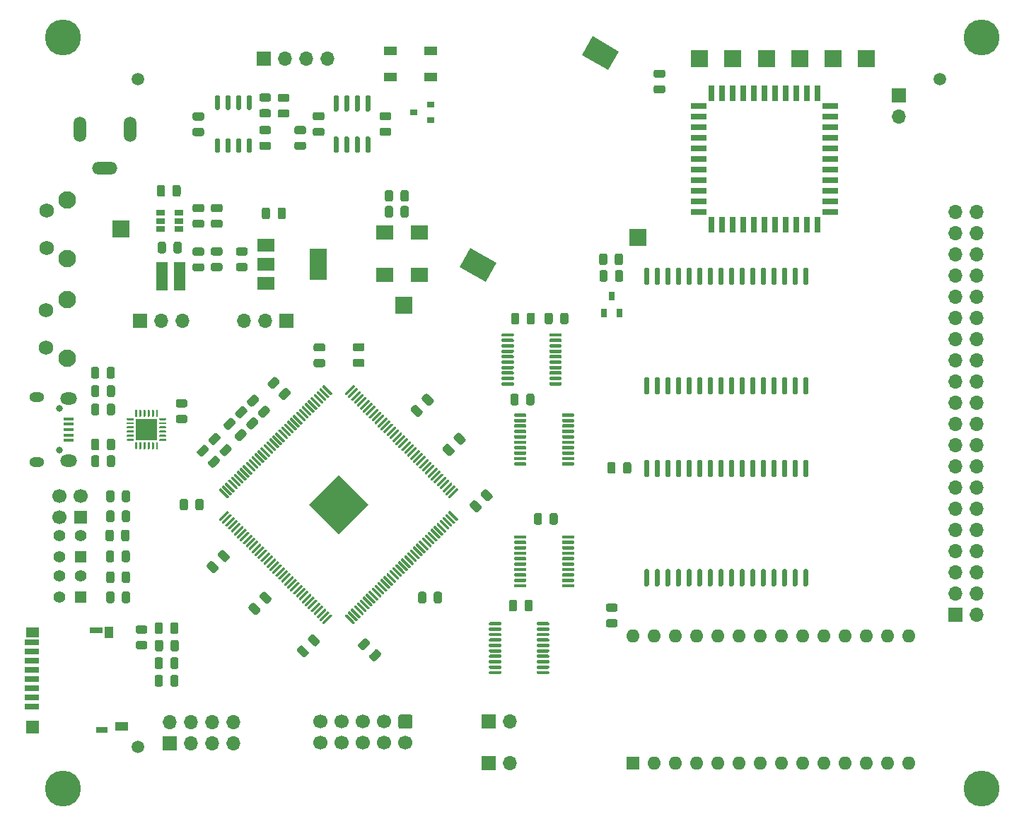
<source format=gbr>
%TF.GenerationSoftware,KiCad,Pcbnew,(5.1.6)-1*%
%TF.CreationDate,2020-07-06T11:54:38-04:00*%
%TF.ProjectId,hd6309sbc_v2,68643633-3039-4736-9263-5f76322e6b69,rev?*%
%TF.SameCoordinates,Original*%
%TF.FileFunction,Soldermask,Top*%
%TF.FilePolarity,Negative*%
%FSLAX46Y46*%
G04 Gerber Fmt 4.6, Leading zero omitted, Abs format (unit mm)*
G04 Created by KiCad (PCBNEW (5.1.6)-1) date 2020-07-06 11:54:38*
%MOMM*%
%LPD*%
G01*
G04 APERTURE LIST*
%ADD10O,3.016000X1.508000*%
%ADD11O,1.508000X3.016000*%
%ADD12R,2.000000X2.000000*%
%ADD13C,0.100000*%
%ADD14R,2.600000X2.600000*%
%ADD15O,0.800000X0.800000*%
%ADD16O,1.800000X1.150000*%
%ADD17O,2.000000X1.450000*%
%ADD18R,1.300000X0.450000*%
%ADD19R,1.700000X1.700000*%
%ADD20O,1.700000X1.700000*%
%ADD21C,1.500000*%
%ADD22R,0.800000X1.100000*%
%ADD23R,1.650000X1.650000*%
%ADD24C,1.700000*%
%ADD25R,1.600000X1.600000*%
%ADD26O,1.600000X1.600000*%
%ADD27C,1.408000*%
%ADD28R,1.408000X1.408000*%
%ADD29C,4.300000*%
%ADD30R,1.750000X0.700000*%
%ADD31R,1.500000X1.300000*%
%ADD32R,1.500000X0.800000*%
%ADD33R,1.000000X1.450000*%
%ADD34R,1.400000X0.800000*%
%ADD35R,1.500000X1.500000*%
%ADD36R,1.550000X1.000000*%
%ADD37R,1.350000X3.400000*%
%ADD38R,0.700000X1.925000*%
%ADD39R,1.925000X0.700000*%
%ADD40R,1.060000X0.650000*%
%ADD41R,2.000000X3.800000*%
%ADD42R,2.000000X1.500000*%
%ADD43R,2.000000X1.800000*%
%ADD44R,0.900000X0.800000*%
%ADD45R,1.500000X1.000000*%
%ADD46C,2.100000*%
%ADD47C,1.750000*%
G04 APERTURE END LIST*
D10*
%TO.C,J3*%
X60000000Y-70700000D03*
D11*
X57000000Y-66000000D03*
X63000000Y-66000000D03*
%TD*%
%TO.C,C29*%
G36*
G01*
X94512500Y-73543750D02*
X94512500Y-74456250D01*
G75*
G02*
X94268750Y-74700000I-243750J0D01*
G01*
X93781250Y-74700000D01*
G75*
G02*
X93537500Y-74456250I0J243750D01*
G01*
X93537500Y-73543750D01*
G75*
G02*
X93781250Y-73300000I243750J0D01*
G01*
X94268750Y-73300000D01*
G75*
G02*
X94512500Y-73543750I0J-243750D01*
G01*
G37*
G36*
G01*
X96387500Y-73543750D02*
X96387500Y-74456250D01*
G75*
G02*
X96143750Y-74700000I-243750J0D01*
G01*
X95656250Y-74700000D01*
G75*
G02*
X95412500Y-74456250I0J243750D01*
G01*
X95412500Y-73543750D01*
G75*
G02*
X95656250Y-73300000I243750J0D01*
G01*
X96143750Y-73300000D01*
G75*
G02*
X96387500Y-73543750I0J-243750D01*
G01*
G37*
%TD*%
D12*
%TO.C,TP15*%
X123800000Y-79000000D03*
%TD*%
D13*
%TO.C,BT1*%
G36*
X105583846Y-84313105D02*
G01*
X102466154Y-82513105D01*
X103766154Y-80261439D01*
X106883846Y-82061439D01*
X105583846Y-84313105D01*
G37*
G36*
X120233846Y-58938561D02*
G01*
X117116154Y-57138561D01*
X118416154Y-54886895D01*
X121533846Y-56686895D01*
X120233846Y-58938561D01*
G37*
%TD*%
%TO.C,R29*%
G36*
G01*
X94512500Y-75443750D02*
X94512500Y-76356250D01*
G75*
G02*
X94268750Y-76600000I-243750J0D01*
G01*
X93781250Y-76600000D01*
G75*
G02*
X93537500Y-76356250I0J243750D01*
G01*
X93537500Y-75443750D01*
G75*
G02*
X93781250Y-75200000I243750J0D01*
G01*
X94268750Y-75200000D01*
G75*
G02*
X94512500Y-75443750I0J-243750D01*
G01*
G37*
G36*
G01*
X96387500Y-75443750D02*
X96387500Y-76356250D01*
G75*
G02*
X96143750Y-76600000I-243750J0D01*
G01*
X95656250Y-76600000D01*
G75*
G02*
X95412500Y-76356250I0J243750D01*
G01*
X95412500Y-75443750D01*
G75*
G02*
X95656250Y-75200000I243750J0D01*
G01*
X96143750Y-75200000D01*
G75*
G02*
X96387500Y-75443750I0J-243750D01*
G01*
G37*
%TD*%
%TO.C,U5*%
G36*
X88000000Y-114535534D02*
G01*
X84464466Y-111000000D01*
X88000000Y-107464466D01*
X91535534Y-111000000D01*
X88000000Y-114535534D01*
G37*
G36*
G01*
X74635682Y-110222182D02*
X73698766Y-109285266D01*
G75*
G02*
X73698766Y-109179200I53033J53033D01*
G01*
X73804832Y-109073134D01*
G75*
G02*
X73910898Y-109073134I53033J-53033D01*
G01*
X74847814Y-110010050D01*
G75*
G02*
X74847814Y-110116116I-53033J-53033D01*
G01*
X74741748Y-110222182D01*
G75*
G02*
X74635682Y-110222182I-53033J53033D01*
G01*
G37*
G36*
G01*
X74989235Y-109868629D02*
X74052319Y-108931713D01*
G75*
G02*
X74052319Y-108825647I53033J53033D01*
G01*
X74158385Y-108719581D01*
G75*
G02*
X74264451Y-108719581I53033J-53033D01*
G01*
X75201367Y-109656497D01*
G75*
G02*
X75201367Y-109762563I-53033J-53033D01*
G01*
X75095301Y-109868629D01*
G75*
G02*
X74989235Y-109868629I-53033J53033D01*
G01*
G37*
G36*
G01*
X75342788Y-109515075D02*
X74405872Y-108578159D01*
G75*
G02*
X74405872Y-108472093I53033J53033D01*
G01*
X74511938Y-108366027D01*
G75*
G02*
X74618004Y-108366027I53033J-53033D01*
G01*
X75554920Y-109302943D01*
G75*
G02*
X75554920Y-109409009I-53033J-53033D01*
G01*
X75448854Y-109515075D01*
G75*
G02*
X75342788Y-109515075I-53033J53033D01*
G01*
G37*
G36*
G01*
X75696342Y-109161522D02*
X74759426Y-108224606D01*
G75*
G02*
X74759426Y-108118540I53033J53033D01*
G01*
X74865492Y-108012474D01*
G75*
G02*
X74971558Y-108012474I53033J-53033D01*
G01*
X75908474Y-108949390D01*
G75*
G02*
X75908474Y-109055456I-53033J-53033D01*
G01*
X75802408Y-109161522D01*
G75*
G02*
X75696342Y-109161522I-53033J53033D01*
G01*
G37*
G36*
G01*
X76049895Y-108807969D02*
X75112979Y-107871053D01*
G75*
G02*
X75112979Y-107764987I53033J53033D01*
G01*
X75219045Y-107658921D01*
G75*
G02*
X75325111Y-107658921I53033J-53033D01*
G01*
X76262027Y-108595837D01*
G75*
G02*
X76262027Y-108701903I-53033J-53033D01*
G01*
X76155961Y-108807969D01*
G75*
G02*
X76049895Y-108807969I-53033J53033D01*
G01*
G37*
G36*
G01*
X76403449Y-108454415D02*
X75466533Y-107517499D01*
G75*
G02*
X75466533Y-107411433I53033J53033D01*
G01*
X75572599Y-107305367D01*
G75*
G02*
X75678665Y-107305367I53033J-53033D01*
G01*
X76615581Y-108242283D01*
G75*
G02*
X76615581Y-108348349I-53033J-53033D01*
G01*
X76509515Y-108454415D01*
G75*
G02*
X76403449Y-108454415I-53033J53033D01*
G01*
G37*
G36*
G01*
X76757002Y-108100862D02*
X75820086Y-107163946D01*
G75*
G02*
X75820086Y-107057880I53033J53033D01*
G01*
X75926152Y-106951814D01*
G75*
G02*
X76032218Y-106951814I53033J-53033D01*
G01*
X76969134Y-107888730D01*
G75*
G02*
X76969134Y-107994796I-53033J-53033D01*
G01*
X76863068Y-108100862D01*
G75*
G02*
X76757002Y-108100862I-53033J53033D01*
G01*
G37*
G36*
G01*
X77110555Y-107747309D02*
X76173639Y-106810393D01*
G75*
G02*
X76173639Y-106704327I53033J53033D01*
G01*
X76279705Y-106598261D01*
G75*
G02*
X76385771Y-106598261I53033J-53033D01*
G01*
X77322687Y-107535177D01*
G75*
G02*
X77322687Y-107641243I-53033J-53033D01*
G01*
X77216621Y-107747309D01*
G75*
G02*
X77110555Y-107747309I-53033J53033D01*
G01*
G37*
G36*
G01*
X77464109Y-107393755D02*
X76527193Y-106456839D01*
G75*
G02*
X76527193Y-106350773I53033J53033D01*
G01*
X76633259Y-106244707D01*
G75*
G02*
X76739325Y-106244707I53033J-53033D01*
G01*
X77676241Y-107181623D01*
G75*
G02*
X77676241Y-107287689I-53033J-53033D01*
G01*
X77570175Y-107393755D01*
G75*
G02*
X77464109Y-107393755I-53033J53033D01*
G01*
G37*
G36*
G01*
X77817662Y-107040202D02*
X76880746Y-106103286D01*
G75*
G02*
X76880746Y-105997220I53033J53033D01*
G01*
X76986812Y-105891154D01*
G75*
G02*
X77092878Y-105891154I53033J-53033D01*
G01*
X78029794Y-106828070D01*
G75*
G02*
X78029794Y-106934136I-53033J-53033D01*
G01*
X77923728Y-107040202D01*
G75*
G02*
X77817662Y-107040202I-53033J53033D01*
G01*
G37*
G36*
G01*
X78171216Y-106686648D02*
X77234300Y-105749732D01*
G75*
G02*
X77234300Y-105643666I53033J53033D01*
G01*
X77340366Y-105537600D01*
G75*
G02*
X77446432Y-105537600I53033J-53033D01*
G01*
X78383348Y-106474516D01*
G75*
G02*
X78383348Y-106580582I-53033J-53033D01*
G01*
X78277282Y-106686648D01*
G75*
G02*
X78171216Y-106686648I-53033J53033D01*
G01*
G37*
G36*
G01*
X78524769Y-106333095D02*
X77587853Y-105396179D01*
G75*
G02*
X77587853Y-105290113I53033J53033D01*
G01*
X77693919Y-105184047D01*
G75*
G02*
X77799985Y-105184047I53033J-53033D01*
G01*
X78736901Y-106120963D01*
G75*
G02*
X78736901Y-106227029I-53033J-53033D01*
G01*
X78630835Y-106333095D01*
G75*
G02*
X78524769Y-106333095I-53033J53033D01*
G01*
G37*
G36*
G01*
X78878322Y-105979542D02*
X77941406Y-105042626D01*
G75*
G02*
X77941406Y-104936560I53033J53033D01*
G01*
X78047472Y-104830494D01*
G75*
G02*
X78153538Y-104830494I53033J-53033D01*
G01*
X79090454Y-105767410D01*
G75*
G02*
X79090454Y-105873476I-53033J-53033D01*
G01*
X78984388Y-105979542D01*
G75*
G02*
X78878322Y-105979542I-53033J53033D01*
G01*
G37*
G36*
G01*
X79231876Y-105625988D02*
X78294960Y-104689072D01*
G75*
G02*
X78294960Y-104583006I53033J53033D01*
G01*
X78401026Y-104476940D01*
G75*
G02*
X78507092Y-104476940I53033J-53033D01*
G01*
X79444008Y-105413856D01*
G75*
G02*
X79444008Y-105519922I-53033J-53033D01*
G01*
X79337942Y-105625988D01*
G75*
G02*
X79231876Y-105625988I-53033J53033D01*
G01*
G37*
G36*
G01*
X79585429Y-105272435D02*
X78648513Y-104335519D01*
G75*
G02*
X78648513Y-104229453I53033J53033D01*
G01*
X78754579Y-104123387D01*
G75*
G02*
X78860645Y-104123387I53033J-53033D01*
G01*
X79797561Y-105060303D01*
G75*
G02*
X79797561Y-105166369I-53033J-53033D01*
G01*
X79691495Y-105272435D01*
G75*
G02*
X79585429Y-105272435I-53033J53033D01*
G01*
G37*
G36*
G01*
X79938982Y-104918881D02*
X79002066Y-103981965D01*
G75*
G02*
X79002066Y-103875899I53033J53033D01*
G01*
X79108132Y-103769833D01*
G75*
G02*
X79214198Y-103769833I53033J-53033D01*
G01*
X80151114Y-104706749D01*
G75*
G02*
X80151114Y-104812815I-53033J-53033D01*
G01*
X80045048Y-104918881D01*
G75*
G02*
X79938982Y-104918881I-53033J53033D01*
G01*
G37*
G36*
G01*
X80292536Y-104565328D02*
X79355620Y-103628412D01*
G75*
G02*
X79355620Y-103522346I53033J53033D01*
G01*
X79461686Y-103416280D01*
G75*
G02*
X79567752Y-103416280I53033J-53033D01*
G01*
X80504668Y-104353196D01*
G75*
G02*
X80504668Y-104459262I-53033J-53033D01*
G01*
X80398602Y-104565328D01*
G75*
G02*
X80292536Y-104565328I-53033J53033D01*
G01*
G37*
G36*
G01*
X80646089Y-104211775D02*
X79709173Y-103274859D01*
G75*
G02*
X79709173Y-103168793I53033J53033D01*
G01*
X79815239Y-103062727D01*
G75*
G02*
X79921305Y-103062727I53033J-53033D01*
G01*
X80858221Y-103999643D01*
G75*
G02*
X80858221Y-104105709I-53033J-53033D01*
G01*
X80752155Y-104211775D01*
G75*
G02*
X80646089Y-104211775I-53033J53033D01*
G01*
G37*
G36*
G01*
X80999643Y-103858221D02*
X80062727Y-102921305D01*
G75*
G02*
X80062727Y-102815239I53033J53033D01*
G01*
X80168793Y-102709173D01*
G75*
G02*
X80274859Y-102709173I53033J-53033D01*
G01*
X81211775Y-103646089D01*
G75*
G02*
X81211775Y-103752155I-53033J-53033D01*
G01*
X81105709Y-103858221D01*
G75*
G02*
X80999643Y-103858221I-53033J53033D01*
G01*
G37*
G36*
G01*
X81353196Y-103504668D02*
X80416280Y-102567752D01*
G75*
G02*
X80416280Y-102461686I53033J53033D01*
G01*
X80522346Y-102355620D01*
G75*
G02*
X80628412Y-102355620I53033J-53033D01*
G01*
X81565328Y-103292536D01*
G75*
G02*
X81565328Y-103398602I-53033J-53033D01*
G01*
X81459262Y-103504668D01*
G75*
G02*
X81353196Y-103504668I-53033J53033D01*
G01*
G37*
G36*
G01*
X81706749Y-103151114D02*
X80769833Y-102214198D01*
G75*
G02*
X80769833Y-102108132I53033J53033D01*
G01*
X80875899Y-102002066D01*
G75*
G02*
X80981965Y-102002066I53033J-53033D01*
G01*
X81918881Y-102938982D01*
G75*
G02*
X81918881Y-103045048I-53033J-53033D01*
G01*
X81812815Y-103151114D01*
G75*
G02*
X81706749Y-103151114I-53033J53033D01*
G01*
G37*
G36*
G01*
X82060303Y-102797561D02*
X81123387Y-101860645D01*
G75*
G02*
X81123387Y-101754579I53033J53033D01*
G01*
X81229453Y-101648513D01*
G75*
G02*
X81335519Y-101648513I53033J-53033D01*
G01*
X82272435Y-102585429D01*
G75*
G02*
X82272435Y-102691495I-53033J-53033D01*
G01*
X82166369Y-102797561D01*
G75*
G02*
X82060303Y-102797561I-53033J53033D01*
G01*
G37*
G36*
G01*
X82413856Y-102444008D02*
X81476940Y-101507092D01*
G75*
G02*
X81476940Y-101401026I53033J53033D01*
G01*
X81583006Y-101294960D01*
G75*
G02*
X81689072Y-101294960I53033J-53033D01*
G01*
X82625988Y-102231876D01*
G75*
G02*
X82625988Y-102337942I-53033J-53033D01*
G01*
X82519922Y-102444008D01*
G75*
G02*
X82413856Y-102444008I-53033J53033D01*
G01*
G37*
G36*
G01*
X82767410Y-102090454D02*
X81830494Y-101153538D01*
G75*
G02*
X81830494Y-101047472I53033J53033D01*
G01*
X81936560Y-100941406D01*
G75*
G02*
X82042626Y-100941406I53033J-53033D01*
G01*
X82979542Y-101878322D01*
G75*
G02*
X82979542Y-101984388I-53033J-53033D01*
G01*
X82873476Y-102090454D01*
G75*
G02*
X82767410Y-102090454I-53033J53033D01*
G01*
G37*
G36*
G01*
X83120963Y-101736901D02*
X82184047Y-100799985D01*
G75*
G02*
X82184047Y-100693919I53033J53033D01*
G01*
X82290113Y-100587853D01*
G75*
G02*
X82396179Y-100587853I53033J-53033D01*
G01*
X83333095Y-101524769D01*
G75*
G02*
X83333095Y-101630835I-53033J-53033D01*
G01*
X83227029Y-101736901D01*
G75*
G02*
X83120963Y-101736901I-53033J53033D01*
G01*
G37*
G36*
G01*
X83474516Y-101383348D02*
X82537600Y-100446432D01*
G75*
G02*
X82537600Y-100340366I53033J53033D01*
G01*
X82643666Y-100234300D01*
G75*
G02*
X82749732Y-100234300I53033J-53033D01*
G01*
X83686648Y-101171216D01*
G75*
G02*
X83686648Y-101277282I-53033J-53033D01*
G01*
X83580582Y-101383348D01*
G75*
G02*
X83474516Y-101383348I-53033J53033D01*
G01*
G37*
G36*
G01*
X83828070Y-101029794D02*
X82891154Y-100092878D01*
G75*
G02*
X82891154Y-99986812I53033J53033D01*
G01*
X82997220Y-99880746D01*
G75*
G02*
X83103286Y-99880746I53033J-53033D01*
G01*
X84040202Y-100817662D01*
G75*
G02*
X84040202Y-100923728I-53033J-53033D01*
G01*
X83934136Y-101029794D01*
G75*
G02*
X83828070Y-101029794I-53033J53033D01*
G01*
G37*
G36*
G01*
X84181623Y-100676241D02*
X83244707Y-99739325D01*
G75*
G02*
X83244707Y-99633259I53033J53033D01*
G01*
X83350773Y-99527193D01*
G75*
G02*
X83456839Y-99527193I53033J-53033D01*
G01*
X84393755Y-100464109D01*
G75*
G02*
X84393755Y-100570175I-53033J-53033D01*
G01*
X84287689Y-100676241D01*
G75*
G02*
X84181623Y-100676241I-53033J53033D01*
G01*
G37*
G36*
G01*
X84535177Y-100322687D02*
X83598261Y-99385771D01*
G75*
G02*
X83598261Y-99279705I53033J53033D01*
G01*
X83704327Y-99173639D01*
G75*
G02*
X83810393Y-99173639I53033J-53033D01*
G01*
X84747309Y-100110555D01*
G75*
G02*
X84747309Y-100216621I-53033J-53033D01*
G01*
X84641243Y-100322687D01*
G75*
G02*
X84535177Y-100322687I-53033J53033D01*
G01*
G37*
G36*
G01*
X84888730Y-99969134D02*
X83951814Y-99032218D01*
G75*
G02*
X83951814Y-98926152I53033J53033D01*
G01*
X84057880Y-98820086D01*
G75*
G02*
X84163946Y-98820086I53033J-53033D01*
G01*
X85100862Y-99757002D01*
G75*
G02*
X85100862Y-99863068I-53033J-53033D01*
G01*
X84994796Y-99969134D01*
G75*
G02*
X84888730Y-99969134I-53033J53033D01*
G01*
G37*
G36*
G01*
X85242283Y-99615581D02*
X84305367Y-98678665D01*
G75*
G02*
X84305367Y-98572599I53033J53033D01*
G01*
X84411433Y-98466533D01*
G75*
G02*
X84517499Y-98466533I53033J-53033D01*
G01*
X85454415Y-99403449D01*
G75*
G02*
X85454415Y-99509515I-53033J-53033D01*
G01*
X85348349Y-99615581D01*
G75*
G02*
X85242283Y-99615581I-53033J53033D01*
G01*
G37*
G36*
G01*
X85595837Y-99262027D02*
X84658921Y-98325111D01*
G75*
G02*
X84658921Y-98219045I53033J53033D01*
G01*
X84764987Y-98112979D01*
G75*
G02*
X84871053Y-98112979I53033J-53033D01*
G01*
X85807969Y-99049895D01*
G75*
G02*
X85807969Y-99155961I-53033J-53033D01*
G01*
X85701903Y-99262027D01*
G75*
G02*
X85595837Y-99262027I-53033J53033D01*
G01*
G37*
G36*
G01*
X85949390Y-98908474D02*
X85012474Y-97971558D01*
G75*
G02*
X85012474Y-97865492I53033J53033D01*
G01*
X85118540Y-97759426D01*
G75*
G02*
X85224606Y-97759426I53033J-53033D01*
G01*
X86161522Y-98696342D01*
G75*
G02*
X86161522Y-98802408I-53033J-53033D01*
G01*
X86055456Y-98908474D01*
G75*
G02*
X85949390Y-98908474I-53033J53033D01*
G01*
G37*
G36*
G01*
X86302943Y-98554920D02*
X85366027Y-97618004D01*
G75*
G02*
X85366027Y-97511938I53033J53033D01*
G01*
X85472093Y-97405872D01*
G75*
G02*
X85578159Y-97405872I53033J-53033D01*
G01*
X86515075Y-98342788D01*
G75*
G02*
X86515075Y-98448854I-53033J-53033D01*
G01*
X86409009Y-98554920D01*
G75*
G02*
X86302943Y-98554920I-53033J53033D01*
G01*
G37*
G36*
G01*
X86656497Y-98201367D02*
X85719581Y-97264451D01*
G75*
G02*
X85719581Y-97158385I53033J53033D01*
G01*
X85825647Y-97052319D01*
G75*
G02*
X85931713Y-97052319I53033J-53033D01*
G01*
X86868629Y-97989235D01*
G75*
G02*
X86868629Y-98095301I-53033J-53033D01*
G01*
X86762563Y-98201367D01*
G75*
G02*
X86656497Y-98201367I-53033J53033D01*
G01*
G37*
G36*
G01*
X87010050Y-97847814D02*
X86073134Y-96910898D01*
G75*
G02*
X86073134Y-96804832I53033J53033D01*
G01*
X86179200Y-96698766D01*
G75*
G02*
X86285266Y-96698766I53033J-53033D01*
G01*
X87222182Y-97635682D01*
G75*
G02*
X87222182Y-97741748I-53033J-53033D01*
G01*
X87116116Y-97847814D01*
G75*
G02*
X87010050Y-97847814I-53033J53033D01*
G01*
G37*
G36*
G01*
X88883884Y-97847814D02*
X88777818Y-97741748D01*
G75*
G02*
X88777818Y-97635682I53033J53033D01*
G01*
X89714734Y-96698766D01*
G75*
G02*
X89820800Y-96698766I53033J-53033D01*
G01*
X89926866Y-96804832D01*
G75*
G02*
X89926866Y-96910898I-53033J-53033D01*
G01*
X88989950Y-97847814D01*
G75*
G02*
X88883884Y-97847814I-53033J53033D01*
G01*
G37*
G36*
G01*
X89237437Y-98201367D02*
X89131371Y-98095301D01*
G75*
G02*
X89131371Y-97989235I53033J53033D01*
G01*
X90068287Y-97052319D01*
G75*
G02*
X90174353Y-97052319I53033J-53033D01*
G01*
X90280419Y-97158385D01*
G75*
G02*
X90280419Y-97264451I-53033J-53033D01*
G01*
X89343503Y-98201367D01*
G75*
G02*
X89237437Y-98201367I-53033J53033D01*
G01*
G37*
G36*
G01*
X89590991Y-98554920D02*
X89484925Y-98448854D01*
G75*
G02*
X89484925Y-98342788I53033J53033D01*
G01*
X90421841Y-97405872D01*
G75*
G02*
X90527907Y-97405872I53033J-53033D01*
G01*
X90633973Y-97511938D01*
G75*
G02*
X90633973Y-97618004I-53033J-53033D01*
G01*
X89697057Y-98554920D01*
G75*
G02*
X89590991Y-98554920I-53033J53033D01*
G01*
G37*
G36*
G01*
X89944544Y-98908474D02*
X89838478Y-98802408D01*
G75*
G02*
X89838478Y-98696342I53033J53033D01*
G01*
X90775394Y-97759426D01*
G75*
G02*
X90881460Y-97759426I53033J-53033D01*
G01*
X90987526Y-97865492D01*
G75*
G02*
X90987526Y-97971558I-53033J-53033D01*
G01*
X90050610Y-98908474D01*
G75*
G02*
X89944544Y-98908474I-53033J53033D01*
G01*
G37*
G36*
G01*
X90298097Y-99262027D02*
X90192031Y-99155961D01*
G75*
G02*
X90192031Y-99049895I53033J53033D01*
G01*
X91128947Y-98112979D01*
G75*
G02*
X91235013Y-98112979I53033J-53033D01*
G01*
X91341079Y-98219045D01*
G75*
G02*
X91341079Y-98325111I-53033J-53033D01*
G01*
X90404163Y-99262027D01*
G75*
G02*
X90298097Y-99262027I-53033J53033D01*
G01*
G37*
G36*
G01*
X90651651Y-99615581D02*
X90545585Y-99509515D01*
G75*
G02*
X90545585Y-99403449I53033J53033D01*
G01*
X91482501Y-98466533D01*
G75*
G02*
X91588567Y-98466533I53033J-53033D01*
G01*
X91694633Y-98572599D01*
G75*
G02*
X91694633Y-98678665I-53033J-53033D01*
G01*
X90757717Y-99615581D01*
G75*
G02*
X90651651Y-99615581I-53033J53033D01*
G01*
G37*
G36*
G01*
X91005204Y-99969134D02*
X90899138Y-99863068D01*
G75*
G02*
X90899138Y-99757002I53033J53033D01*
G01*
X91836054Y-98820086D01*
G75*
G02*
X91942120Y-98820086I53033J-53033D01*
G01*
X92048186Y-98926152D01*
G75*
G02*
X92048186Y-99032218I-53033J-53033D01*
G01*
X91111270Y-99969134D01*
G75*
G02*
X91005204Y-99969134I-53033J53033D01*
G01*
G37*
G36*
G01*
X91358757Y-100322687D02*
X91252691Y-100216621D01*
G75*
G02*
X91252691Y-100110555I53033J53033D01*
G01*
X92189607Y-99173639D01*
G75*
G02*
X92295673Y-99173639I53033J-53033D01*
G01*
X92401739Y-99279705D01*
G75*
G02*
X92401739Y-99385771I-53033J-53033D01*
G01*
X91464823Y-100322687D01*
G75*
G02*
X91358757Y-100322687I-53033J53033D01*
G01*
G37*
G36*
G01*
X91712311Y-100676241D02*
X91606245Y-100570175D01*
G75*
G02*
X91606245Y-100464109I53033J53033D01*
G01*
X92543161Y-99527193D01*
G75*
G02*
X92649227Y-99527193I53033J-53033D01*
G01*
X92755293Y-99633259D01*
G75*
G02*
X92755293Y-99739325I-53033J-53033D01*
G01*
X91818377Y-100676241D01*
G75*
G02*
X91712311Y-100676241I-53033J53033D01*
G01*
G37*
G36*
G01*
X92065864Y-101029794D02*
X91959798Y-100923728D01*
G75*
G02*
X91959798Y-100817662I53033J53033D01*
G01*
X92896714Y-99880746D01*
G75*
G02*
X93002780Y-99880746I53033J-53033D01*
G01*
X93108846Y-99986812D01*
G75*
G02*
X93108846Y-100092878I-53033J-53033D01*
G01*
X92171930Y-101029794D01*
G75*
G02*
X92065864Y-101029794I-53033J53033D01*
G01*
G37*
G36*
G01*
X92419418Y-101383348D02*
X92313352Y-101277282D01*
G75*
G02*
X92313352Y-101171216I53033J53033D01*
G01*
X93250268Y-100234300D01*
G75*
G02*
X93356334Y-100234300I53033J-53033D01*
G01*
X93462400Y-100340366D01*
G75*
G02*
X93462400Y-100446432I-53033J-53033D01*
G01*
X92525484Y-101383348D01*
G75*
G02*
X92419418Y-101383348I-53033J53033D01*
G01*
G37*
G36*
G01*
X92772971Y-101736901D02*
X92666905Y-101630835D01*
G75*
G02*
X92666905Y-101524769I53033J53033D01*
G01*
X93603821Y-100587853D01*
G75*
G02*
X93709887Y-100587853I53033J-53033D01*
G01*
X93815953Y-100693919D01*
G75*
G02*
X93815953Y-100799985I-53033J-53033D01*
G01*
X92879037Y-101736901D01*
G75*
G02*
X92772971Y-101736901I-53033J53033D01*
G01*
G37*
G36*
G01*
X93126524Y-102090454D02*
X93020458Y-101984388D01*
G75*
G02*
X93020458Y-101878322I53033J53033D01*
G01*
X93957374Y-100941406D01*
G75*
G02*
X94063440Y-100941406I53033J-53033D01*
G01*
X94169506Y-101047472D01*
G75*
G02*
X94169506Y-101153538I-53033J-53033D01*
G01*
X93232590Y-102090454D01*
G75*
G02*
X93126524Y-102090454I-53033J53033D01*
G01*
G37*
G36*
G01*
X93480078Y-102444008D02*
X93374012Y-102337942D01*
G75*
G02*
X93374012Y-102231876I53033J53033D01*
G01*
X94310928Y-101294960D01*
G75*
G02*
X94416994Y-101294960I53033J-53033D01*
G01*
X94523060Y-101401026D01*
G75*
G02*
X94523060Y-101507092I-53033J-53033D01*
G01*
X93586144Y-102444008D01*
G75*
G02*
X93480078Y-102444008I-53033J53033D01*
G01*
G37*
G36*
G01*
X93833631Y-102797561D02*
X93727565Y-102691495D01*
G75*
G02*
X93727565Y-102585429I53033J53033D01*
G01*
X94664481Y-101648513D01*
G75*
G02*
X94770547Y-101648513I53033J-53033D01*
G01*
X94876613Y-101754579D01*
G75*
G02*
X94876613Y-101860645I-53033J-53033D01*
G01*
X93939697Y-102797561D01*
G75*
G02*
X93833631Y-102797561I-53033J53033D01*
G01*
G37*
G36*
G01*
X94187185Y-103151114D02*
X94081119Y-103045048D01*
G75*
G02*
X94081119Y-102938982I53033J53033D01*
G01*
X95018035Y-102002066D01*
G75*
G02*
X95124101Y-102002066I53033J-53033D01*
G01*
X95230167Y-102108132D01*
G75*
G02*
X95230167Y-102214198I-53033J-53033D01*
G01*
X94293251Y-103151114D01*
G75*
G02*
X94187185Y-103151114I-53033J53033D01*
G01*
G37*
G36*
G01*
X94540738Y-103504668D02*
X94434672Y-103398602D01*
G75*
G02*
X94434672Y-103292536I53033J53033D01*
G01*
X95371588Y-102355620D01*
G75*
G02*
X95477654Y-102355620I53033J-53033D01*
G01*
X95583720Y-102461686D01*
G75*
G02*
X95583720Y-102567752I-53033J-53033D01*
G01*
X94646804Y-103504668D01*
G75*
G02*
X94540738Y-103504668I-53033J53033D01*
G01*
G37*
G36*
G01*
X94894291Y-103858221D02*
X94788225Y-103752155D01*
G75*
G02*
X94788225Y-103646089I53033J53033D01*
G01*
X95725141Y-102709173D01*
G75*
G02*
X95831207Y-102709173I53033J-53033D01*
G01*
X95937273Y-102815239D01*
G75*
G02*
X95937273Y-102921305I-53033J-53033D01*
G01*
X95000357Y-103858221D01*
G75*
G02*
X94894291Y-103858221I-53033J53033D01*
G01*
G37*
G36*
G01*
X95247845Y-104211775D02*
X95141779Y-104105709D01*
G75*
G02*
X95141779Y-103999643I53033J53033D01*
G01*
X96078695Y-103062727D01*
G75*
G02*
X96184761Y-103062727I53033J-53033D01*
G01*
X96290827Y-103168793D01*
G75*
G02*
X96290827Y-103274859I-53033J-53033D01*
G01*
X95353911Y-104211775D01*
G75*
G02*
X95247845Y-104211775I-53033J53033D01*
G01*
G37*
G36*
G01*
X95601398Y-104565328D02*
X95495332Y-104459262D01*
G75*
G02*
X95495332Y-104353196I53033J53033D01*
G01*
X96432248Y-103416280D01*
G75*
G02*
X96538314Y-103416280I53033J-53033D01*
G01*
X96644380Y-103522346D01*
G75*
G02*
X96644380Y-103628412I-53033J-53033D01*
G01*
X95707464Y-104565328D01*
G75*
G02*
X95601398Y-104565328I-53033J53033D01*
G01*
G37*
G36*
G01*
X95954952Y-104918881D02*
X95848886Y-104812815D01*
G75*
G02*
X95848886Y-104706749I53033J53033D01*
G01*
X96785802Y-103769833D01*
G75*
G02*
X96891868Y-103769833I53033J-53033D01*
G01*
X96997934Y-103875899D01*
G75*
G02*
X96997934Y-103981965I-53033J-53033D01*
G01*
X96061018Y-104918881D01*
G75*
G02*
X95954952Y-104918881I-53033J53033D01*
G01*
G37*
G36*
G01*
X96308505Y-105272435D02*
X96202439Y-105166369D01*
G75*
G02*
X96202439Y-105060303I53033J53033D01*
G01*
X97139355Y-104123387D01*
G75*
G02*
X97245421Y-104123387I53033J-53033D01*
G01*
X97351487Y-104229453D01*
G75*
G02*
X97351487Y-104335519I-53033J-53033D01*
G01*
X96414571Y-105272435D01*
G75*
G02*
X96308505Y-105272435I-53033J53033D01*
G01*
G37*
G36*
G01*
X96662058Y-105625988D02*
X96555992Y-105519922D01*
G75*
G02*
X96555992Y-105413856I53033J53033D01*
G01*
X97492908Y-104476940D01*
G75*
G02*
X97598974Y-104476940I53033J-53033D01*
G01*
X97705040Y-104583006D01*
G75*
G02*
X97705040Y-104689072I-53033J-53033D01*
G01*
X96768124Y-105625988D01*
G75*
G02*
X96662058Y-105625988I-53033J53033D01*
G01*
G37*
G36*
G01*
X97015612Y-105979542D02*
X96909546Y-105873476D01*
G75*
G02*
X96909546Y-105767410I53033J53033D01*
G01*
X97846462Y-104830494D01*
G75*
G02*
X97952528Y-104830494I53033J-53033D01*
G01*
X98058594Y-104936560D01*
G75*
G02*
X98058594Y-105042626I-53033J-53033D01*
G01*
X97121678Y-105979542D01*
G75*
G02*
X97015612Y-105979542I-53033J53033D01*
G01*
G37*
G36*
G01*
X97369165Y-106333095D02*
X97263099Y-106227029D01*
G75*
G02*
X97263099Y-106120963I53033J53033D01*
G01*
X98200015Y-105184047D01*
G75*
G02*
X98306081Y-105184047I53033J-53033D01*
G01*
X98412147Y-105290113D01*
G75*
G02*
X98412147Y-105396179I-53033J-53033D01*
G01*
X97475231Y-106333095D01*
G75*
G02*
X97369165Y-106333095I-53033J53033D01*
G01*
G37*
G36*
G01*
X97722718Y-106686648D02*
X97616652Y-106580582D01*
G75*
G02*
X97616652Y-106474516I53033J53033D01*
G01*
X98553568Y-105537600D01*
G75*
G02*
X98659634Y-105537600I53033J-53033D01*
G01*
X98765700Y-105643666D01*
G75*
G02*
X98765700Y-105749732I-53033J-53033D01*
G01*
X97828784Y-106686648D01*
G75*
G02*
X97722718Y-106686648I-53033J53033D01*
G01*
G37*
G36*
G01*
X98076272Y-107040202D02*
X97970206Y-106934136D01*
G75*
G02*
X97970206Y-106828070I53033J53033D01*
G01*
X98907122Y-105891154D01*
G75*
G02*
X99013188Y-105891154I53033J-53033D01*
G01*
X99119254Y-105997220D01*
G75*
G02*
X99119254Y-106103286I-53033J-53033D01*
G01*
X98182338Y-107040202D01*
G75*
G02*
X98076272Y-107040202I-53033J53033D01*
G01*
G37*
G36*
G01*
X98429825Y-107393755D02*
X98323759Y-107287689D01*
G75*
G02*
X98323759Y-107181623I53033J53033D01*
G01*
X99260675Y-106244707D01*
G75*
G02*
X99366741Y-106244707I53033J-53033D01*
G01*
X99472807Y-106350773D01*
G75*
G02*
X99472807Y-106456839I-53033J-53033D01*
G01*
X98535891Y-107393755D01*
G75*
G02*
X98429825Y-107393755I-53033J53033D01*
G01*
G37*
G36*
G01*
X98783379Y-107747309D02*
X98677313Y-107641243D01*
G75*
G02*
X98677313Y-107535177I53033J53033D01*
G01*
X99614229Y-106598261D01*
G75*
G02*
X99720295Y-106598261I53033J-53033D01*
G01*
X99826361Y-106704327D01*
G75*
G02*
X99826361Y-106810393I-53033J-53033D01*
G01*
X98889445Y-107747309D01*
G75*
G02*
X98783379Y-107747309I-53033J53033D01*
G01*
G37*
G36*
G01*
X99136932Y-108100862D02*
X99030866Y-107994796D01*
G75*
G02*
X99030866Y-107888730I53033J53033D01*
G01*
X99967782Y-106951814D01*
G75*
G02*
X100073848Y-106951814I53033J-53033D01*
G01*
X100179914Y-107057880D01*
G75*
G02*
X100179914Y-107163946I-53033J-53033D01*
G01*
X99242998Y-108100862D01*
G75*
G02*
X99136932Y-108100862I-53033J53033D01*
G01*
G37*
G36*
G01*
X99490485Y-108454415D02*
X99384419Y-108348349D01*
G75*
G02*
X99384419Y-108242283I53033J53033D01*
G01*
X100321335Y-107305367D01*
G75*
G02*
X100427401Y-107305367I53033J-53033D01*
G01*
X100533467Y-107411433D01*
G75*
G02*
X100533467Y-107517499I-53033J-53033D01*
G01*
X99596551Y-108454415D01*
G75*
G02*
X99490485Y-108454415I-53033J53033D01*
G01*
G37*
G36*
G01*
X99844039Y-108807969D02*
X99737973Y-108701903D01*
G75*
G02*
X99737973Y-108595837I53033J53033D01*
G01*
X100674889Y-107658921D01*
G75*
G02*
X100780955Y-107658921I53033J-53033D01*
G01*
X100887021Y-107764987D01*
G75*
G02*
X100887021Y-107871053I-53033J-53033D01*
G01*
X99950105Y-108807969D01*
G75*
G02*
X99844039Y-108807969I-53033J53033D01*
G01*
G37*
G36*
G01*
X100197592Y-109161522D02*
X100091526Y-109055456D01*
G75*
G02*
X100091526Y-108949390I53033J53033D01*
G01*
X101028442Y-108012474D01*
G75*
G02*
X101134508Y-108012474I53033J-53033D01*
G01*
X101240574Y-108118540D01*
G75*
G02*
X101240574Y-108224606I-53033J-53033D01*
G01*
X100303658Y-109161522D01*
G75*
G02*
X100197592Y-109161522I-53033J53033D01*
G01*
G37*
G36*
G01*
X100551146Y-109515075D02*
X100445080Y-109409009D01*
G75*
G02*
X100445080Y-109302943I53033J53033D01*
G01*
X101381996Y-108366027D01*
G75*
G02*
X101488062Y-108366027I53033J-53033D01*
G01*
X101594128Y-108472093D01*
G75*
G02*
X101594128Y-108578159I-53033J-53033D01*
G01*
X100657212Y-109515075D01*
G75*
G02*
X100551146Y-109515075I-53033J53033D01*
G01*
G37*
G36*
G01*
X100904699Y-109868629D02*
X100798633Y-109762563D01*
G75*
G02*
X100798633Y-109656497I53033J53033D01*
G01*
X101735549Y-108719581D01*
G75*
G02*
X101841615Y-108719581I53033J-53033D01*
G01*
X101947681Y-108825647D01*
G75*
G02*
X101947681Y-108931713I-53033J-53033D01*
G01*
X101010765Y-109868629D01*
G75*
G02*
X100904699Y-109868629I-53033J53033D01*
G01*
G37*
G36*
G01*
X101258252Y-110222182D02*
X101152186Y-110116116D01*
G75*
G02*
X101152186Y-110010050I53033J53033D01*
G01*
X102089102Y-109073134D01*
G75*
G02*
X102195168Y-109073134I53033J-53033D01*
G01*
X102301234Y-109179200D01*
G75*
G02*
X102301234Y-109285266I-53033J-53033D01*
G01*
X101364318Y-110222182D01*
G75*
G02*
X101258252Y-110222182I-53033J53033D01*
G01*
G37*
G36*
G01*
X102089102Y-112926866D02*
X101152186Y-111989950D01*
G75*
G02*
X101152186Y-111883884I53033J53033D01*
G01*
X101258252Y-111777818D01*
G75*
G02*
X101364318Y-111777818I53033J-53033D01*
G01*
X102301234Y-112714734D01*
G75*
G02*
X102301234Y-112820800I-53033J-53033D01*
G01*
X102195168Y-112926866D01*
G75*
G02*
X102089102Y-112926866I-53033J53033D01*
G01*
G37*
G36*
G01*
X101735549Y-113280419D02*
X100798633Y-112343503D01*
G75*
G02*
X100798633Y-112237437I53033J53033D01*
G01*
X100904699Y-112131371D01*
G75*
G02*
X101010765Y-112131371I53033J-53033D01*
G01*
X101947681Y-113068287D01*
G75*
G02*
X101947681Y-113174353I-53033J-53033D01*
G01*
X101841615Y-113280419D01*
G75*
G02*
X101735549Y-113280419I-53033J53033D01*
G01*
G37*
G36*
G01*
X101381996Y-113633973D02*
X100445080Y-112697057D01*
G75*
G02*
X100445080Y-112590991I53033J53033D01*
G01*
X100551146Y-112484925D01*
G75*
G02*
X100657212Y-112484925I53033J-53033D01*
G01*
X101594128Y-113421841D01*
G75*
G02*
X101594128Y-113527907I-53033J-53033D01*
G01*
X101488062Y-113633973D01*
G75*
G02*
X101381996Y-113633973I-53033J53033D01*
G01*
G37*
G36*
G01*
X101028442Y-113987526D02*
X100091526Y-113050610D01*
G75*
G02*
X100091526Y-112944544I53033J53033D01*
G01*
X100197592Y-112838478D01*
G75*
G02*
X100303658Y-112838478I53033J-53033D01*
G01*
X101240574Y-113775394D01*
G75*
G02*
X101240574Y-113881460I-53033J-53033D01*
G01*
X101134508Y-113987526D01*
G75*
G02*
X101028442Y-113987526I-53033J53033D01*
G01*
G37*
G36*
G01*
X100674889Y-114341079D02*
X99737973Y-113404163D01*
G75*
G02*
X99737973Y-113298097I53033J53033D01*
G01*
X99844039Y-113192031D01*
G75*
G02*
X99950105Y-113192031I53033J-53033D01*
G01*
X100887021Y-114128947D01*
G75*
G02*
X100887021Y-114235013I-53033J-53033D01*
G01*
X100780955Y-114341079D01*
G75*
G02*
X100674889Y-114341079I-53033J53033D01*
G01*
G37*
G36*
G01*
X100321335Y-114694633D02*
X99384419Y-113757717D01*
G75*
G02*
X99384419Y-113651651I53033J53033D01*
G01*
X99490485Y-113545585D01*
G75*
G02*
X99596551Y-113545585I53033J-53033D01*
G01*
X100533467Y-114482501D01*
G75*
G02*
X100533467Y-114588567I-53033J-53033D01*
G01*
X100427401Y-114694633D01*
G75*
G02*
X100321335Y-114694633I-53033J53033D01*
G01*
G37*
G36*
G01*
X99967782Y-115048186D02*
X99030866Y-114111270D01*
G75*
G02*
X99030866Y-114005204I53033J53033D01*
G01*
X99136932Y-113899138D01*
G75*
G02*
X99242998Y-113899138I53033J-53033D01*
G01*
X100179914Y-114836054D01*
G75*
G02*
X100179914Y-114942120I-53033J-53033D01*
G01*
X100073848Y-115048186D01*
G75*
G02*
X99967782Y-115048186I-53033J53033D01*
G01*
G37*
G36*
G01*
X99614229Y-115401739D02*
X98677313Y-114464823D01*
G75*
G02*
X98677313Y-114358757I53033J53033D01*
G01*
X98783379Y-114252691D01*
G75*
G02*
X98889445Y-114252691I53033J-53033D01*
G01*
X99826361Y-115189607D01*
G75*
G02*
X99826361Y-115295673I-53033J-53033D01*
G01*
X99720295Y-115401739D01*
G75*
G02*
X99614229Y-115401739I-53033J53033D01*
G01*
G37*
G36*
G01*
X99260675Y-115755293D02*
X98323759Y-114818377D01*
G75*
G02*
X98323759Y-114712311I53033J53033D01*
G01*
X98429825Y-114606245D01*
G75*
G02*
X98535891Y-114606245I53033J-53033D01*
G01*
X99472807Y-115543161D01*
G75*
G02*
X99472807Y-115649227I-53033J-53033D01*
G01*
X99366741Y-115755293D01*
G75*
G02*
X99260675Y-115755293I-53033J53033D01*
G01*
G37*
G36*
G01*
X98907122Y-116108846D02*
X97970206Y-115171930D01*
G75*
G02*
X97970206Y-115065864I53033J53033D01*
G01*
X98076272Y-114959798D01*
G75*
G02*
X98182338Y-114959798I53033J-53033D01*
G01*
X99119254Y-115896714D01*
G75*
G02*
X99119254Y-116002780I-53033J-53033D01*
G01*
X99013188Y-116108846D01*
G75*
G02*
X98907122Y-116108846I-53033J53033D01*
G01*
G37*
G36*
G01*
X98553568Y-116462400D02*
X97616652Y-115525484D01*
G75*
G02*
X97616652Y-115419418I53033J53033D01*
G01*
X97722718Y-115313352D01*
G75*
G02*
X97828784Y-115313352I53033J-53033D01*
G01*
X98765700Y-116250268D01*
G75*
G02*
X98765700Y-116356334I-53033J-53033D01*
G01*
X98659634Y-116462400D01*
G75*
G02*
X98553568Y-116462400I-53033J53033D01*
G01*
G37*
G36*
G01*
X98200015Y-116815953D02*
X97263099Y-115879037D01*
G75*
G02*
X97263099Y-115772971I53033J53033D01*
G01*
X97369165Y-115666905D01*
G75*
G02*
X97475231Y-115666905I53033J-53033D01*
G01*
X98412147Y-116603821D01*
G75*
G02*
X98412147Y-116709887I-53033J-53033D01*
G01*
X98306081Y-116815953D01*
G75*
G02*
X98200015Y-116815953I-53033J53033D01*
G01*
G37*
G36*
G01*
X97846462Y-117169506D02*
X96909546Y-116232590D01*
G75*
G02*
X96909546Y-116126524I53033J53033D01*
G01*
X97015612Y-116020458D01*
G75*
G02*
X97121678Y-116020458I53033J-53033D01*
G01*
X98058594Y-116957374D01*
G75*
G02*
X98058594Y-117063440I-53033J-53033D01*
G01*
X97952528Y-117169506D01*
G75*
G02*
X97846462Y-117169506I-53033J53033D01*
G01*
G37*
G36*
G01*
X97492908Y-117523060D02*
X96555992Y-116586144D01*
G75*
G02*
X96555992Y-116480078I53033J53033D01*
G01*
X96662058Y-116374012D01*
G75*
G02*
X96768124Y-116374012I53033J-53033D01*
G01*
X97705040Y-117310928D01*
G75*
G02*
X97705040Y-117416994I-53033J-53033D01*
G01*
X97598974Y-117523060D01*
G75*
G02*
X97492908Y-117523060I-53033J53033D01*
G01*
G37*
G36*
G01*
X97139355Y-117876613D02*
X96202439Y-116939697D01*
G75*
G02*
X96202439Y-116833631I53033J53033D01*
G01*
X96308505Y-116727565D01*
G75*
G02*
X96414571Y-116727565I53033J-53033D01*
G01*
X97351487Y-117664481D01*
G75*
G02*
X97351487Y-117770547I-53033J-53033D01*
G01*
X97245421Y-117876613D01*
G75*
G02*
X97139355Y-117876613I-53033J53033D01*
G01*
G37*
G36*
G01*
X96785802Y-118230167D02*
X95848886Y-117293251D01*
G75*
G02*
X95848886Y-117187185I53033J53033D01*
G01*
X95954952Y-117081119D01*
G75*
G02*
X96061018Y-117081119I53033J-53033D01*
G01*
X96997934Y-118018035D01*
G75*
G02*
X96997934Y-118124101I-53033J-53033D01*
G01*
X96891868Y-118230167D01*
G75*
G02*
X96785802Y-118230167I-53033J53033D01*
G01*
G37*
G36*
G01*
X96432248Y-118583720D02*
X95495332Y-117646804D01*
G75*
G02*
X95495332Y-117540738I53033J53033D01*
G01*
X95601398Y-117434672D01*
G75*
G02*
X95707464Y-117434672I53033J-53033D01*
G01*
X96644380Y-118371588D01*
G75*
G02*
X96644380Y-118477654I-53033J-53033D01*
G01*
X96538314Y-118583720D01*
G75*
G02*
X96432248Y-118583720I-53033J53033D01*
G01*
G37*
G36*
G01*
X96078695Y-118937273D02*
X95141779Y-118000357D01*
G75*
G02*
X95141779Y-117894291I53033J53033D01*
G01*
X95247845Y-117788225D01*
G75*
G02*
X95353911Y-117788225I53033J-53033D01*
G01*
X96290827Y-118725141D01*
G75*
G02*
X96290827Y-118831207I-53033J-53033D01*
G01*
X96184761Y-118937273D01*
G75*
G02*
X96078695Y-118937273I-53033J53033D01*
G01*
G37*
G36*
G01*
X95725141Y-119290827D02*
X94788225Y-118353911D01*
G75*
G02*
X94788225Y-118247845I53033J53033D01*
G01*
X94894291Y-118141779D01*
G75*
G02*
X95000357Y-118141779I53033J-53033D01*
G01*
X95937273Y-119078695D01*
G75*
G02*
X95937273Y-119184761I-53033J-53033D01*
G01*
X95831207Y-119290827D01*
G75*
G02*
X95725141Y-119290827I-53033J53033D01*
G01*
G37*
G36*
G01*
X95371588Y-119644380D02*
X94434672Y-118707464D01*
G75*
G02*
X94434672Y-118601398I53033J53033D01*
G01*
X94540738Y-118495332D01*
G75*
G02*
X94646804Y-118495332I53033J-53033D01*
G01*
X95583720Y-119432248D01*
G75*
G02*
X95583720Y-119538314I-53033J-53033D01*
G01*
X95477654Y-119644380D01*
G75*
G02*
X95371588Y-119644380I-53033J53033D01*
G01*
G37*
G36*
G01*
X95018035Y-119997934D02*
X94081119Y-119061018D01*
G75*
G02*
X94081119Y-118954952I53033J53033D01*
G01*
X94187185Y-118848886D01*
G75*
G02*
X94293251Y-118848886I53033J-53033D01*
G01*
X95230167Y-119785802D01*
G75*
G02*
X95230167Y-119891868I-53033J-53033D01*
G01*
X95124101Y-119997934D01*
G75*
G02*
X95018035Y-119997934I-53033J53033D01*
G01*
G37*
G36*
G01*
X94664481Y-120351487D02*
X93727565Y-119414571D01*
G75*
G02*
X93727565Y-119308505I53033J53033D01*
G01*
X93833631Y-119202439D01*
G75*
G02*
X93939697Y-119202439I53033J-53033D01*
G01*
X94876613Y-120139355D01*
G75*
G02*
X94876613Y-120245421I-53033J-53033D01*
G01*
X94770547Y-120351487D01*
G75*
G02*
X94664481Y-120351487I-53033J53033D01*
G01*
G37*
G36*
G01*
X94310928Y-120705040D02*
X93374012Y-119768124D01*
G75*
G02*
X93374012Y-119662058I53033J53033D01*
G01*
X93480078Y-119555992D01*
G75*
G02*
X93586144Y-119555992I53033J-53033D01*
G01*
X94523060Y-120492908D01*
G75*
G02*
X94523060Y-120598974I-53033J-53033D01*
G01*
X94416994Y-120705040D01*
G75*
G02*
X94310928Y-120705040I-53033J53033D01*
G01*
G37*
G36*
G01*
X93957374Y-121058594D02*
X93020458Y-120121678D01*
G75*
G02*
X93020458Y-120015612I53033J53033D01*
G01*
X93126524Y-119909546D01*
G75*
G02*
X93232590Y-119909546I53033J-53033D01*
G01*
X94169506Y-120846462D01*
G75*
G02*
X94169506Y-120952528I-53033J-53033D01*
G01*
X94063440Y-121058594D01*
G75*
G02*
X93957374Y-121058594I-53033J53033D01*
G01*
G37*
G36*
G01*
X93603821Y-121412147D02*
X92666905Y-120475231D01*
G75*
G02*
X92666905Y-120369165I53033J53033D01*
G01*
X92772971Y-120263099D01*
G75*
G02*
X92879037Y-120263099I53033J-53033D01*
G01*
X93815953Y-121200015D01*
G75*
G02*
X93815953Y-121306081I-53033J-53033D01*
G01*
X93709887Y-121412147D01*
G75*
G02*
X93603821Y-121412147I-53033J53033D01*
G01*
G37*
G36*
G01*
X93250268Y-121765700D02*
X92313352Y-120828784D01*
G75*
G02*
X92313352Y-120722718I53033J53033D01*
G01*
X92419418Y-120616652D01*
G75*
G02*
X92525484Y-120616652I53033J-53033D01*
G01*
X93462400Y-121553568D01*
G75*
G02*
X93462400Y-121659634I-53033J-53033D01*
G01*
X93356334Y-121765700D01*
G75*
G02*
X93250268Y-121765700I-53033J53033D01*
G01*
G37*
G36*
G01*
X92896714Y-122119254D02*
X91959798Y-121182338D01*
G75*
G02*
X91959798Y-121076272I53033J53033D01*
G01*
X92065864Y-120970206D01*
G75*
G02*
X92171930Y-120970206I53033J-53033D01*
G01*
X93108846Y-121907122D01*
G75*
G02*
X93108846Y-122013188I-53033J-53033D01*
G01*
X93002780Y-122119254D01*
G75*
G02*
X92896714Y-122119254I-53033J53033D01*
G01*
G37*
G36*
G01*
X92543161Y-122472807D02*
X91606245Y-121535891D01*
G75*
G02*
X91606245Y-121429825I53033J53033D01*
G01*
X91712311Y-121323759D01*
G75*
G02*
X91818377Y-121323759I53033J-53033D01*
G01*
X92755293Y-122260675D01*
G75*
G02*
X92755293Y-122366741I-53033J-53033D01*
G01*
X92649227Y-122472807D01*
G75*
G02*
X92543161Y-122472807I-53033J53033D01*
G01*
G37*
G36*
G01*
X92189607Y-122826361D02*
X91252691Y-121889445D01*
G75*
G02*
X91252691Y-121783379I53033J53033D01*
G01*
X91358757Y-121677313D01*
G75*
G02*
X91464823Y-121677313I53033J-53033D01*
G01*
X92401739Y-122614229D01*
G75*
G02*
X92401739Y-122720295I-53033J-53033D01*
G01*
X92295673Y-122826361D01*
G75*
G02*
X92189607Y-122826361I-53033J53033D01*
G01*
G37*
G36*
G01*
X91836054Y-123179914D02*
X90899138Y-122242998D01*
G75*
G02*
X90899138Y-122136932I53033J53033D01*
G01*
X91005204Y-122030866D01*
G75*
G02*
X91111270Y-122030866I53033J-53033D01*
G01*
X92048186Y-122967782D01*
G75*
G02*
X92048186Y-123073848I-53033J-53033D01*
G01*
X91942120Y-123179914D01*
G75*
G02*
X91836054Y-123179914I-53033J53033D01*
G01*
G37*
G36*
G01*
X91482501Y-123533467D02*
X90545585Y-122596551D01*
G75*
G02*
X90545585Y-122490485I53033J53033D01*
G01*
X90651651Y-122384419D01*
G75*
G02*
X90757717Y-122384419I53033J-53033D01*
G01*
X91694633Y-123321335D01*
G75*
G02*
X91694633Y-123427401I-53033J-53033D01*
G01*
X91588567Y-123533467D01*
G75*
G02*
X91482501Y-123533467I-53033J53033D01*
G01*
G37*
G36*
G01*
X91128947Y-123887021D02*
X90192031Y-122950105D01*
G75*
G02*
X90192031Y-122844039I53033J53033D01*
G01*
X90298097Y-122737973D01*
G75*
G02*
X90404163Y-122737973I53033J-53033D01*
G01*
X91341079Y-123674889D01*
G75*
G02*
X91341079Y-123780955I-53033J-53033D01*
G01*
X91235013Y-123887021D01*
G75*
G02*
X91128947Y-123887021I-53033J53033D01*
G01*
G37*
G36*
G01*
X90775394Y-124240574D02*
X89838478Y-123303658D01*
G75*
G02*
X89838478Y-123197592I53033J53033D01*
G01*
X89944544Y-123091526D01*
G75*
G02*
X90050610Y-123091526I53033J-53033D01*
G01*
X90987526Y-124028442D01*
G75*
G02*
X90987526Y-124134508I-53033J-53033D01*
G01*
X90881460Y-124240574D01*
G75*
G02*
X90775394Y-124240574I-53033J53033D01*
G01*
G37*
G36*
G01*
X90421841Y-124594128D02*
X89484925Y-123657212D01*
G75*
G02*
X89484925Y-123551146I53033J53033D01*
G01*
X89590991Y-123445080D01*
G75*
G02*
X89697057Y-123445080I53033J-53033D01*
G01*
X90633973Y-124381996D01*
G75*
G02*
X90633973Y-124488062I-53033J-53033D01*
G01*
X90527907Y-124594128D01*
G75*
G02*
X90421841Y-124594128I-53033J53033D01*
G01*
G37*
G36*
G01*
X90068287Y-124947681D02*
X89131371Y-124010765D01*
G75*
G02*
X89131371Y-123904699I53033J53033D01*
G01*
X89237437Y-123798633D01*
G75*
G02*
X89343503Y-123798633I53033J-53033D01*
G01*
X90280419Y-124735549D01*
G75*
G02*
X90280419Y-124841615I-53033J-53033D01*
G01*
X90174353Y-124947681D01*
G75*
G02*
X90068287Y-124947681I-53033J53033D01*
G01*
G37*
G36*
G01*
X89714734Y-125301234D02*
X88777818Y-124364318D01*
G75*
G02*
X88777818Y-124258252I53033J53033D01*
G01*
X88883884Y-124152186D01*
G75*
G02*
X88989950Y-124152186I53033J-53033D01*
G01*
X89926866Y-125089102D01*
G75*
G02*
X89926866Y-125195168I-53033J-53033D01*
G01*
X89820800Y-125301234D01*
G75*
G02*
X89714734Y-125301234I-53033J53033D01*
G01*
G37*
G36*
G01*
X86179200Y-125301234D02*
X86073134Y-125195168D01*
G75*
G02*
X86073134Y-125089102I53033J53033D01*
G01*
X87010050Y-124152186D01*
G75*
G02*
X87116116Y-124152186I53033J-53033D01*
G01*
X87222182Y-124258252D01*
G75*
G02*
X87222182Y-124364318I-53033J-53033D01*
G01*
X86285266Y-125301234D01*
G75*
G02*
X86179200Y-125301234I-53033J53033D01*
G01*
G37*
G36*
G01*
X85825647Y-124947681D02*
X85719581Y-124841615D01*
G75*
G02*
X85719581Y-124735549I53033J53033D01*
G01*
X86656497Y-123798633D01*
G75*
G02*
X86762563Y-123798633I53033J-53033D01*
G01*
X86868629Y-123904699D01*
G75*
G02*
X86868629Y-124010765I-53033J-53033D01*
G01*
X85931713Y-124947681D01*
G75*
G02*
X85825647Y-124947681I-53033J53033D01*
G01*
G37*
G36*
G01*
X85472093Y-124594128D02*
X85366027Y-124488062D01*
G75*
G02*
X85366027Y-124381996I53033J53033D01*
G01*
X86302943Y-123445080D01*
G75*
G02*
X86409009Y-123445080I53033J-53033D01*
G01*
X86515075Y-123551146D01*
G75*
G02*
X86515075Y-123657212I-53033J-53033D01*
G01*
X85578159Y-124594128D01*
G75*
G02*
X85472093Y-124594128I-53033J53033D01*
G01*
G37*
G36*
G01*
X85118540Y-124240574D02*
X85012474Y-124134508D01*
G75*
G02*
X85012474Y-124028442I53033J53033D01*
G01*
X85949390Y-123091526D01*
G75*
G02*
X86055456Y-123091526I53033J-53033D01*
G01*
X86161522Y-123197592D01*
G75*
G02*
X86161522Y-123303658I-53033J-53033D01*
G01*
X85224606Y-124240574D01*
G75*
G02*
X85118540Y-124240574I-53033J53033D01*
G01*
G37*
G36*
G01*
X84764987Y-123887021D02*
X84658921Y-123780955D01*
G75*
G02*
X84658921Y-123674889I53033J53033D01*
G01*
X85595837Y-122737973D01*
G75*
G02*
X85701903Y-122737973I53033J-53033D01*
G01*
X85807969Y-122844039D01*
G75*
G02*
X85807969Y-122950105I-53033J-53033D01*
G01*
X84871053Y-123887021D01*
G75*
G02*
X84764987Y-123887021I-53033J53033D01*
G01*
G37*
G36*
G01*
X84411433Y-123533467D02*
X84305367Y-123427401D01*
G75*
G02*
X84305367Y-123321335I53033J53033D01*
G01*
X85242283Y-122384419D01*
G75*
G02*
X85348349Y-122384419I53033J-53033D01*
G01*
X85454415Y-122490485D01*
G75*
G02*
X85454415Y-122596551I-53033J-53033D01*
G01*
X84517499Y-123533467D01*
G75*
G02*
X84411433Y-123533467I-53033J53033D01*
G01*
G37*
G36*
G01*
X84057880Y-123179914D02*
X83951814Y-123073848D01*
G75*
G02*
X83951814Y-122967782I53033J53033D01*
G01*
X84888730Y-122030866D01*
G75*
G02*
X84994796Y-122030866I53033J-53033D01*
G01*
X85100862Y-122136932D01*
G75*
G02*
X85100862Y-122242998I-53033J-53033D01*
G01*
X84163946Y-123179914D01*
G75*
G02*
X84057880Y-123179914I-53033J53033D01*
G01*
G37*
G36*
G01*
X83704327Y-122826361D02*
X83598261Y-122720295D01*
G75*
G02*
X83598261Y-122614229I53033J53033D01*
G01*
X84535177Y-121677313D01*
G75*
G02*
X84641243Y-121677313I53033J-53033D01*
G01*
X84747309Y-121783379D01*
G75*
G02*
X84747309Y-121889445I-53033J-53033D01*
G01*
X83810393Y-122826361D01*
G75*
G02*
X83704327Y-122826361I-53033J53033D01*
G01*
G37*
G36*
G01*
X83350773Y-122472807D02*
X83244707Y-122366741D01*
G75*
G02*
X83244707Y-122260675I53033J53033D01*
G01*
X84181623Y-121323759D01*
G75*
G02*
X84287689Y-121323759I53033J-53033D01*
G01*
X84393755Y-121429825D01*
G75*
G02*
X84393755Y-121535891I-53033J-53033D01*
G01*
X83456839Y-122472807D01*
G75*
G02*
X83350773Y-122472807I-53033J53033D01*
G01*
G37*
G36*
G01*
X82997220Y-122119254D02*
X82891154Y-122013188D01*
G75*
G02*
X82891154Y-121907122I53033J53033D01*
G01*
X83828070Y-120970206D01*
G75*
G02*
X83934136Y-120970206I53033J-53033D01*
G01*
X84040202Y-121076272D01*
G75*
G02*
X84040202Y-121182338I-53033J-53033D01*
G01*
X83103286Y-122119254D01*
G75*
G02*
X82997220Y-122119254I-53033J53033D01*
G01*
G37*
G36*
G01*
X82643666Y-121765700D02*
X82537600Y-121659634D01*
G75*
G02*
X82537600Y-121553568I53033J53033D01*
G01*
X83474516Y-120616652D01*
G75*
G02*
X83580582Y-120616652I53033J-53033D01*
G01*
X83686648Y-120722718D01*
G75*
G02*
X83686648Y-120828784I-53033J-53033D01*
G01*
X82749732Y-121765700D01*
G75*
G02*
X82643666Y-121765700I-53033J53033D01*
G01*
G37*
G36*
G01*
X82290113Y-121412147D02*
X82184047Y-121306081D01*
G75*
G02*
X82184047Y-121200015I53033J53033D01*
G01*
X83120963Y-120263099D01*
G75*
G02*
X83227029Y-120263099I53033J-53033D01*
G01*
X83333095Y-120369165D01*
G75*
G02*
X83333095Y-120475231I-53033J-53033D01*
G01*
X82396179Y-121412147D01*
G75*
G02*
X82290113Y-121412147I-53033J53033D01*
G01*
G37*
G36*
G01*
X81936560Y-121058594D02*
X81830494Y-120952528D01*
G75*
G02*
X81830494Y-120846462I53033J53033D01*
G01*
X82767410Y-119909546D01*
G75*
G02*
X82873476Y-119909546I53033J-53033D01*
G01*
X82979542Y-120015612D01*
G75*
G02*
X82979542Y-120121678I-53033J-53033D01*
G01*
X82042626Y-121058594D01*
G75*
G02*
X81936560Y-121058594I-53033J53033D01*
G01*
G37*
G36*
G01*
X81583006Y-120705040D02*
X81476940Y-120598974D01*
G75*
G02*
X81476940Y-120492908I53033J53033D01*
G01*
X82413856Y-119555992D01*
G75*
G02*
X82519922Y-119555992I53033J-53033D01*
G01*
X82625988Y-119662058D01*
G75*
G02*
X82625988Y-119768124I-53033J-53033D01*
G01*
X81689072Y-120705040D01*
G75*
G02*
X81583006Y-120705040I-53033J53033D01*
G01*
G37*
G36*
G01*
X81229453Y-120351487D02*
X81123387Y-120245421D01*
G75*
G02*
X81123387Y-120139355I53033J53033D01*
G01*
X82060303Y-119202439D01*
G75*
G02*
X82166369Y-119202439I53033J-53033D01*
G01*
X82272435Y-119308505D01*
G75*
G02*
X82272435Y-119414571I-53033J-53033D01*
G01*
X81335519Y-120351487D01*
G75*
G02*
X81229453Y-120351487I-53033J53033D01*
G01*
G37*
G36*
G01*
X80875899Y-119997934D02*
X80769833Y-119891868D01*
G75*
G02*
X80769833Y-119785802I53033J53033D01*
G01*
X81706749Y-118848886D01*
G75*
G02*
X81812815Y-118848886I53033J-53033D01*
G01*
X81918881Y-118954952D01*
G75*
G02*
X81918881Y-119061018I-53033J-53033D01*
G01*
X80981965Y-119997934D01*
G75*
G02*
X80875899Y-119997934I-53033J53033D01*
G01*
G37*
G36*
G01*
X80522346Y-119644380D02*
X80416280Y-119538314D01*
G75*
G02*
X80416280Y-119432248I53033J53033D01*
G01*
X81353196Y-118495332D01*
G75*
G02*
X81459262Y-118495332I53033J-53033D01*
G01*
X81565328Y-118601398D01*
G75*
G02*
X81565328Y-118707464I-53033J-53033D01*
G01*
X80628412Y-119644380D01*
G75*
G02*
X80522346Y-119644380I-53033J53033D01*
G01*
G37*
G36*
G01*
X80168793Y-119290827D02*
X80062727Y-119184761D01*
G75*
G02*
X80062727Y-119078695I53033J53033D01*
G01*
X80999643Y-118141779D01*
G75*
G02*
X81105709Y-118141779I53033J-53033D01*
G01*
X81211775Y-118247845D01*
G75*
G02*
X81211775Y-118353911I-53033J-53033D01*
G01*
X80274859Y-119290827D01*
G75*
G02*
X80168793Y-119290827I-53033J53033D01*
G01*
G37*
G36*
G01*
X79815239Y-118937273D02*
X79709173Y-118831207D01*
G75*
G02*
X79709173Y-118725141I53033J53033D01*
G01*
X80646089Y-117788225D01*
G75*
G02*
X80752155Y-117788225I53033J-53033D01*
G01*
X80858221Y-117894291D01*
G75*
G02*
X80858221Y-118000357I-53033J-53033D01*
G01*
X79921305Y-118937273D01*
G75*
G02*
X79815239Y-118937273I-53033J53033D01*
G01*
G37*
G36*
G01*
X79461686Y-118583720D02*
X79355620Y-118477654D01*
G75*
G02*
X79355620Y-118371588I53033J53033D01*
G01*
X80292536Y-117434672D01*
G75*
G02*
X80398602Y-117434672I53033J-53033D01*
G01*
X80504668Y-117540738D01*
G75*
G02*
X80504668Y-117646804I-53033J-53033D01*
G01*
X79567752Y-118583720D01*
G75*
G02*
X79461686Y-118583720I-53033J53033D01*
G01*
G37*
G36*
G01*
X79108132Y-118230167D02*
X79002066Y-118124101D01*
G75*
G02*
X79002066Y-118018035I53033J53033D01*
G01*
X79938982Y-117081119D01*
G75*
G02*
X80045048Y-117081119I53033J-53033D01*
G01*
X80151114Y-117187185D01*
G75*
G02*
X80151114Y-117293251I-53033J-53033D01*
G01*
X79214198Y-118230167D01*
G75*
G02*
X79108132Y-118230167I-53033J53033D01*
G01*
G37*
G36*
G01*
X78754579Y-117876613D02*
X78648513Y-117770547D01*
G75*
G02*
X78648513Y-117664481I53033J53033D01*
G01*
X79585429Y-116727565D01*
G75*
G02*
X79691495Y-116727565I53033J-53033D01*
G01*
X79797561Y-116833631D01*
G75*
G02*
X79797561Y-116939697I-53033J-53033D01*
G01*
X78860645Y-117876613D01*
G75*
G02*
X78754579Y-117876613I-53033J53033D01*
G01*
G37*
G36*
G01*
X78401026Y-117523060D02*
X78294960Y-117416994D01*
G75*
G02*
X78294960Y-117310928I53033J53033D01*
G01*
X79231876Y-116374012D01*
G75*
G02*
X79337942Y-116374012I53033J-53033D01*
G01*
X79444008Y-116480078D01*
G75*
G02*
X79444008Y-116586144I-53033J-53033D01*
G01*
X78507092Y-117523060D01*
G75*
G02*
X78401026Y-117523060I-53033J53033D01*
G01*
G37*
G36*
G01*
X78047472Y-117169506D02*
X77941406Y-117063440D01*
G75*
G02*
X77941406Y-116957374I53033J53033D01*
G01*
X78878322Y-116020458D01*
G75*
G02*
X78984388Y-116020458I53033J-53033D01*
G01*
X79090454Y-116126524D01*
G75*
G02*
X79090454Y-116232590I-53033J-53033D01*
G01*
X78153538Y-117169506D01*
G75*
G02*
X78047472Y-117169506I-53033J53033D01*
G01*
G37*
G36*
G01*
X77693919Y-116815953D02*
X77587853Y-116709887D01*
G75*
G02*
X77587853Y-116603821I53033J53033D01*
G01*
X78524769Y-115666905D01*
G75*
G02*
X78630835Y-115666905I53033J-53033D01*
G01*
X78736901Y-115772971D01*
G75*
G02*
X78736901Y-115879037I-53033J-53033D01*
G01*
X77799985Y-116815953D01*
G75*
G02*
X77693919Y-116815953I-53033J53033D01*
G01*
G37*
G36*
G01*
X77340366Y-116462400D02*
X77234300Y-116356334D01*
G75*
G02*
X77234300Y-116250268I53033J53033D01*
G01*
X78171216Y-115313352D01*
G75*
G02*
X78277282Y-115313352I53033J-53033D01*
G01*
X78383348Y-115419418D01*
G75*
G02*
X78383348Y-115525484I-53033J-53033D01*
G01*
X77446432Y-116462400D01*
G75*
G02*
X77340366Y-116462400I-53033J53033D01*
G01*
G37*
G36*
G01*
X76986812Y-116108846D02*
X76880746Y-116002780D01*
G75*
G02*
X76880746Y-115896714I53033J53033D01*
G01*
X77817662Y-114959798D01*
G75*
G02*
X77923728Y-114959798I53033J-53033D01*
G01*
X78029794Y-115065864D01*
G75*
G02*
X78029794Y-115171930I-53033J-53033D01*
G01*
X77092878Y-116108846D01*
G75*
G02*
X76986812Y-116108846I-53033J53033D01*
G01*
G37*
G36*
G01*
X76633259Y-115755293D02*
X76527193Y-115649227D01*
G75*
G02*
X76527193Y-115543161I53033J53033D01*
G01*
X77464109Y-114606245D01*
G75*
G02*
X77570175Y-114606245I53033J-53033D01*
G01*
X77676241Y-114712311D01*
G75*
G02*
X77676241Y-114818377I-53033J-53033D01*
G01*
X76739325Y-115755293D01*
G75*
G02*
X76633259Y-115755293I-53033J53033D01*
G01*
G37*
G36*
G01*
X76279705Y-115401739D02*
X76173639Y-115295673D01*
G75*
G02*
X76173639Y-115189607I53033J53033D01*
G01*
X77110555Y-114252691D01*
G75*
G02*
X77216621Y-114252691I53033J-53033D01*
G01*
X77322687Y-114358757D01*
G75*
G02*
X77322687Y-114464823I-53033J-53033D01*
G01*
X76385771Y-115401739D01*
G75*
G02*
X76279705Y-115401739I-53033J53033D01*
G01*
G37*
G36*
G01*
X75926152Y-115048186D02*
X75820086Y-114942120D01*
G75*
G02*
X75820086Y-114836054I53033J53033D01*
G01*
X76757002Y-113899138D01*
G75*
G02*
X76863068Y-113899138I53033J-53033D01*
G01*
X76969134Y-114005204D01*
G75*
G02*
X76969134Y-114111270I-53033J-53033D01*
G01*
X76032218Y-115048186D01*
G75*
G02*
X75926152Y-115048186I-53033J53033D01*
G01*
G37*
G36*
G01*
X75572599Y-114694633D02*
X75466533Y-114588567D01*
G75*
G02*
X75466533Y-114482501I53033J53033D01*
G01*
X76403449Y-113545585D01*
G75*
G02*
X76509515Y-113545585I53033J-53033D01*
G01*
X76615581Y-113651651D01*
G75*
G02*
X76615581Y-113757717I-53033J-53033D01*
G01*
X75678665Y-114694633D01*
G75*
G02*
X75572599Y-114694633I-53033J53033D01*
G01*
G37*
G36*
G01*
X75219045Y-114341079D02*
X75112979Y-114235013D01*
G75*
G02*
X75112979Y-114128947I53033J53033D01*
G01*
X76049895Y-113192031D01*
G75*
G02*
X76155961Y-113192031I53033J-53033D01*
G01*
X76262027Y-113298097D01*
G75*
G02*
X76262027Y-113404163I-53033J-53033D01*
G01*
X75325111Y-114341079D01*
G75*
G02*
X75219045Y-114341079I-53033J53033D01*
G01*
G37*
G36*
G01*
X74865492Y-113987526D02*
X74759426Y-113881460D01*
G75*
G02*
X74759426Y-113775394I53033J53033D01*
G01*
X75696342Y-112838478D01*
G75*
G02*
X75802408Y-112838478I53033J-53033D01*
G01*
X75908474Y-112944544D01*
G75*
G02*
X75908474Y-113050610I-53033J-53033D01*
G01*
X74971558Y-113987526D01*
G75*
G02*
X74865492Y-113987526I-53033J53033D01*
G01*
G37*
G36*
G01*
X74511938Y-113633973D02*
X74405872Y-113527907D01*
G75*
G02*
X74405872Y-113421841I53033J53033D01*
G01*
X75342788Y-112484925D01*
G75*
G02*
X75448854Y-112484925I53033J-53033D01*
G01*
X75554920Y-112590991D01*
G75*
G02*
X75554920Y-112697057I-53033J-53033D01*
G01*
X74618004Y-113633973D01*
G75*
G02*
X74511938Y-113633973I-53033J53033D01*
G01*
G37*
G36*
G01*
X74158385Y-113280419D02*
X74052319Y-113174353D01*
G75*
G02*
X74052319Y-113068287I53033J53033D01*
G01*
X74989235Y-112131371D01*
G75*
G02*
X75095301Y-112131371I53033J-53033D01*
G01*
X75201367Y-112237437D01*
G75*
G02*
X75201367Y-112343503I-53033J-53033D01*
G01*
X74264451Y-113280419D01*
G75*
G02*
X74158385Y-113280419I-53033J53033D01*
G01*
G37*
G36*
G01*
X73804832Y-112926866D02*
X73698766Y-112820800D01*
G75*
G02*
X73698766Y-112714734I53033J53033D01*
G01*
X74635682Y-111777818D01*
G75*
G02*
X74741748Y-111777818I53033J-53033D01*
G01*
X74847814Y-111883884D01*
G75*
G02*
X74847814Y-111989950I-53033J-53033D01*
G01*
X73910898Y-112926866D01*
G75*
G02*
X73804832Y-112926866I-53033J53033D01*
G01*
G37*
%TD*%
%TO.C,U8*%
G36*
G01*
X62650000Y-100812500D02*
X62650000Y-100687500D01*
G75*
G02*
X62712500Y-100625000I62500J0D01*
G01*
X63412500Y-100625000D01*
G75*
G02*
X63475000Y-100687500I0J-62500D01*
G01*
X63475000Y-100812500D01*
G75*
G02*
X63412500Y-100875000I-62500J0D01*
G01*
X62712500Y-100875000D01*
G75*
G02*
X62650000Y-100812500I0J62500D01*
G01*
G37*
G36*
G01*
X62650000Y-101312500D02*
X62650000Y-101187500D01*
G75*
G02*
X62712500Y-101125000I62500J0D01*
G01*
X63412500Y-101125000D01*
G75*
G02*
X63475000Y-101187500I0J-62500D01*
G01*
X63475000Y-101312500D01*
G75*
G02*
X63412500Y-101375000I-62500J0D01*
G01*
X62712500Y-101375000D01*
G75*
G02*
X62650000Y-101312500I0J62500D01*
G01*
G37*
G36*
G01*
X62650000Y-101812500D02*
X62650000Y-101687500D01*
G75*
G02*
X62712500Y-101625000I62500J0D01*
G01*
X63412500Y-101625000D01*
G75*
G02*
X63475000Y-101687500I0J-62500D01*
G01*
X63475000Y-101812500D01*
G75*
G02*
X63412500Y-101875000I-62500J0D01*
G01*
X62712500Y-101875000D01*
G75*
G02*
X62650000Y-101812500I0J62500D01*
G01*
G37*
G36*
G01*
X62650000Y-102312500D02*
X62650000Y-102187500D01*
G75*
G02*
X62712500Y-102125000I62500J0D01*
G01*
X63412500Y-102125000D01*
G75*
G02*
X63475000Y-102187500I0J-62500D01*
G01*
X63475000Y-102312500D01*
G75*
G02*
X63412500Y-102375000I-62500J0D01*
G01*
X62712500Y-102375000D01*
G75*
G02*
X62650000Y-102312500I0J62500D01*
G01*
G37*
G36*
G01*
X62650000Y-102812500D02*
X62650000Y-102687500D01*
G75*
G02*
X62712500Y-102625000I62500J0D01*
G01*
X63412500Y-102625000D01*
G75*
G02*
X63475000Y-102687500I0J-62500D01*
G01*
X63475000Y-102812500D01*
G75*
G02*
X63412500Y-102875000I-62500J0D01*
G01*
X62712500Y-102875000D01*
G75*
G02*
X62650000Y-102812500I0J62500D01*
G01*
G37*
G36*
G01*
X62650000Y-103312500D02*
X62650000Y-103187500D01*
G75*
G02*
X62712500Y-103125000I62500J0D01*
G01*
X63412500Y-103125000D01*
G75*
G02*
X63475000Y-103187500I0J-62500D01*
G01*
X63475000Y-103312500D01*
G75*
G02*
X63412500Y-103375000I-62500J0D01*
G01*
X62712500Y-103375000D01*
G75*
G02*
X62650000Y-103312500I0J62500D01*
G01*
G37*
G36*
G01*
X63625000Y-104287500D02*
X63625000Y-103587500D01*
G75*
G02*
X63687500Y-103525000I62500J0D01*
G01*
X63812500Y-103525000D01*
G75*
G02*
X63875000Y-103587500I0J-62500D01*
G01*
X63875000Y-104287500D01*
G75*
G02*
X63812500Y-104350000I-62500J0D01*
G01*
X63687500Y-104350000D01*
G75*
G02*
X63625000Y-104287500I0J62500D01*
G01*
G37*
G36*
G01*
X64125000Y-104287500D02*
X64125000Y-103587500D01*
G75*
G02*
X64187500Y-103525000I62500J0D01*
G01*
X64312500Y-103525000D01*
G75*
G02*
X64375000Y-103587500I0J-62500D01*
G01*
X64375000Y-104287500D01*
G75*
G02*
X64312500Y-104350000I-62500J0D01*
G01*
X64187500Y-104350000D01*
G75*
G02*
X64125000Y-104287500I0J62500D01*
G01*
G37*
G36*
G01*
X64625000Y-104287500D02*
X64625000Y-103587500D01*
G75*
G02*
X64687500Y-103525000I62500J0D01*
G01*
X64812500Y-103525000D01*
G75*
G02*
X64875000Y-103587500I0J-62500D01*
G01*
X64875000Y-104287500D01*
G75*
G02*
X64812500Y-104350000I-62500J0D01*
G01*
X64687500Y-104350000D01*
G75*
G02*
X64625000Y-104287500I0J62500D01*
G01*
G37*
G36*
G01*
X65125000Y-104287500D02*
X65125000Y-103587500D01*
G75*
G02*
X65187500Y-103525000I62500J0D01*
G01*
X65312500Y-103525000D01*
G75*
G02*
X65375000Y-103587500I0J-62500D01*
G01*
X65375000Y-104287500D01*
G75*
G02*
X65312500Y-104350000I-62500J0D01*
G01*
X65187500Y-104350000D01*
G75*
G02*
X65125000Y-104287500I0J62500D01*
G01*
G37*
G36*
G01*
X65625000Y-104287500D02*
X65625000Y-103587500D01*
G75*
G02*
X65687500Y-103525000I62500J0D01*
G01*
X65812500Y-103525000D01*
G75*
G02*
X65875000Y-103587500I0J-62500D01*
G01*
X65875000Y-104287500D01*
G75*
G02*
X65812500Y-104350000I-62500J0D01*
G01*
X65687500Y-104350000D01*
G75*
G02*
X65625000Y-104287500I0J62500D01*
G01*
G37*
G36*
G01*
X66125000Y-104287500D02*
X66125000Y-103587500D01*
G75*
G02*
X66187500Y-103525000I62500J0D01*
G01*
X66312500Y-103525000D01*
G75*
G02*
X66375000Y-103587500I0J-62500D01*
G01*
X66375000Y-104287500D01*
G75*
G02*
X66312500Y-104350000I-62500J0D01*
G01*
X66187500Y-104350000D01*
G75*
G02*
X66125000Y-104287500I0J62500D01*
G01*
G37*
G36*
G01*
X66525000Y-103312500D02*
X66525000Y-103187500D01*
G75*
G02*
X66587500Y-103125000I62500J0D01*
G01*
X67287500Y-103125000D01*
G75*
G02*
X67350000Y-103187500I0J-62500D01*
G01*
X67350000Y-103312500D01*
G75*
G02*
X67287500Y-103375000I-62500J0D01*
G01*
X66587500Y-103375000D01*
G75*
G02*
X66525000Y-103312500I0J62500D01*
G01*
G37*
G36*
G01*
X66525000Y-102812500D02*
X66525000Y-102687500D01*
G75*
G02*
X66587500Y-102625000I62500J0D01*
G01*
X67287500Y-102625000D01*
G75*
G02*
X67350000Y-102687500I0J-62500D01*
G01*
X67350000Y-102812500D01*
G75*
G02*
X67287500Y-102875000I-62500J0D01*
G01*
X66587500Y-102875000D01*
G75*
G02*
X66525000Y-102812500I0J62500D01*
G01*
G37*
G36*
G01*
X66525000Y-102312500D02*
X66525000Y-102187500D01*
G75*
G02*
X66587500Y-102125000I62500J0D01*
G01*
X67287500Y-102125000D01*
G75*
G02*
X67350000Y-102187500I0J-62500D01*
G01*
X67350000Y-102312500D01*
G75*
G02*
X67287500Y-102375000I-62500J0D01*
G01*
X66587500Y-102375000D01*
G75*
G02*
X66525000Y-102312500I0J62500D01*
G01*
G37*
G36*
G01*
X66525000Y-101812500D02*
X66525000Y-101687500D01*
G75*
G02*
X66587500Y-101625000I62500J0D01*
G01*
X67287500Y-101625000D01*
G75*
G02*
X67350000Y-101687500I0J-62500D01*
G01*
X67350000Y-101812500D01*
G75*
G02*
X67287500Y-101875000I-62500J0D01*
G01*
X66587500Y-101875000D01*
G75*
G02*
X66525000Y-101812500I0J62500D01*
G01*
G37*
G36*
G01*
X66525000Y-101312500D02*
X66525000Y-101187500D01*
G75*
G02*
X66587500Y-101125000I62500J0D01*
G01*
X67287500Y-101125000D01*
G75*
G02*
X67350000Y-101187500I0J-62500D01*
G01*
X67350000Y-101312500D01*
G75*
G02*
X67287500Y-101375000I-62500J0D01*
G01*
X66587500Y-101375000D01*
G75*
G02*
X66525000Y-101312500I0J62500D01*
G01*
G37*
G36*
G01*
X66525000Y-100812500D02*
X66525000Y-100687500D01*
G75*
G02*
X66587500Y-100625000I62500J0D01*
G01*
X67287500Y-100625000D01*
G75*
G02*
X67350000Y-100687500I0J-62500D01*
G01*
X67350000Y-100812500D01*
G75*
G02*
X67287500Y-100875000I-62500J0D01*
G01*
X66587500Y-100875000D01*
G75*
G02*
X66525000Y-100812500I0J62500D01*
G01*
G37*
G36*
G01*
X66125000Y-100412500D02*
X66125000Y-99712500D01*
G75*
G02*
X66187500Y-99650000I62500J0D01*
G01*
X66312500Y-99650000D01*
G75*
G02*
X66375000Y-99712500I0J-62500D01*
G01*
X66375000Y-100412500D01*
G75*
G02*
X66312500Y-100475000I-62500J0D01*
G01*
X66187500Y-100475000D01*
G75*
G02*
X66125000Y-100412500I0J62500D01*
G01*
G37*
G36*
G01*
X65625000Y-100412500D02*
X65625000Y-99712500D01*
G75*
G02*
X65687500Y-99650000I62500J0D01*
G01*
X65812500Y-99650000D01*
G75*
G02*
X65875000Y-99712500I0J-62500D01*
G01*
X65875000Y-100412500D01*
G75*
G02*
X65812500Y-100475000I-62500J0D01*
G01*
X65687500Y-100475000D01*
G75*
G02*
X65625000Y-100412500I0J62500D01*
G01*
G37*
G36*
G01*
X65125000Y-100412500D02*
X65125000Y-99712500D01*
G75*
G02*
X65187500Y-99650000I62500J0D01*
G01*
X65312500Y-99650000D01*
G75*
G02*
X65375000Y-99712500I0J-62500D01*
G01*
X65375000Y-100412500D01*
G75*
G02*
X65312500Y-100475000I-62500J0D01*
G01*
X65187500Y-100475000D01*
G75*
G02*
X65125000Y-100412500I0J62500D01*
G01*
G37*
G36*
G01*
X64625000Y-100412500D02*
X64625000Y-99712500D01*
G75*
G02*
X64687500Y-99650000I62500J0D01*
G01*
X64812500Y-99650000D01*
G75*
G02*
X64875000Y-99712500I0J-62500D01*
G01*
X64875000Y-100412500D01*
G75*
G02*
X64812500Y-100475000I-62500J0D01*
G01*
X64687500Y-100475000D01*
G75*
G02*
X64625000Y-100412500I0J62500D01*
G01*
G37*
G36*
G01*
X64125000Y-100412500D02*
X64125000Y-99712500D01*
G75*
G02*
X64187500Y-99650000I62500J0D01*
G01*
X64312500Y-99650000D01*
G75*
G02*
X64375000Y-99712500I0J-62500D01*
G01*
X64375000Y-100412500D01*
G75*
G02*
X64312500Y-100475000I-62500J0D01*
G01*
X64187500Y-100475000D01*
G75*
G02*
X64125000Y-100412500I0J62500D01*
G01*
G37*
G36*
G01*
X63625000Y-100412500D02*
X63625000Y-99712500D01*
G75*
G02*
X63687500Y-99650000I62500J0D01*
G01*
X63812500Y-99650000D01*
G75*
G02*
X63875000Y-99712500I0J-62500D01*
G01*
X63875000Y-100412500D01*
G75*
G02*
X63812500Y-100475000I-62500J0D01*
G01*
X63687500Y-100475000D01*
G75*
G02*
X63625000Y-100412500I0J62500D01*
G01*
G37*
D14*
X65000000Y-102000000D03*
%TD*%
D15*
%TO.C,J4*%
X54600000Y-104500000D03*
X54600000Y-99500000D03*
D16*
X51850000Y-105875000D03*
X51850000Y-98125000D03*
D17*
X55650000Y-105725000D03*
X55650000Y-98275000D03*
D18*
X55700000Y-103300000D03*
X55700000Y-102650000D03*
X55700000Y-102000000D03*
X55700000Y-101350000D03*
X55700000Y-100700000D03*
%TD*%
D19*
%TO.C,J2*%
X161874200Y-124155200D03*
D20*
X164414200Y-124155200D03*
X161874200Y-121615200D03*
X164414200Y-121615200D03*
X161874200Y-119075200D03*
X164414200Y-119075200D03*
X161874200Y-116535200D03*
X164414200Y-116535200D03*
X161874200Y-113995200D03*
X164414200Y-113995200D03*
X161874200Y-111455200D03*
X164414200Y-111455200D03*
X161874200Y-108915200D03*
X164414200Y-108915200D03*
X161874200Y-106375200D03*
X164414200Y-106375200D03*
X161874200Y-103835200D03*
X164414200Y-103835200D03*
X161874200Y-101295200D03*
X164414200Y-101295200D03*
X161874200Y-98755200D03*
X164414200Y-98755200D03*
X161874200Y-96215200D03*
X164414200Y-96215200D03*
X161874200Y-93675200D03*
X164414200Y-93675200D03*
X161874200Y-91135200D03*
X164414200Y-91135200D03*
X161874200Y-88595200D03*
X164414200Y-88595200D03*
X161874200Y-86055200D03*
X164414200Y-86055200D03*
X161874200Y-83515200D03*
X164414200Y-83515200D03*
X161874200Y-80975200D03*
X164414200Y-80975200D03*
X161874200Y-78435200D03*
X164414200Y-78435200D03*
X161874200Y-75895200D03*
X164414200Y-75895200D03*
%TD*%
D21*
%TO.C,STENCIL1*%
X64000000Y-140000000D03*
%TD*%
%TO.C,STENCIL1*%
X64000000Y-60000000D03*
%TD*%
%TO.C,STENCIL1*%
X160000000Y-60000000D03*
%TD*%
D22*
%TO.C,Q1*%
X119750000Y-88000000D03*
X121650000Y-88000000D03*
X120700000Y-86000000D03*
%TD*%
%TO.C,C1*%
G36*
G01*
X120243750Y-124725000D02*
X121156250Y-124725000D01*
G75*
G02*
X121400000Y-124968750I0J-243750D01*
G01*
X121400000Y-125456250D01*
G75*
G02*
X121156250Y-125700000I-243750J0D01*
G01*
X120243750Y-125700000D01*
G75*
G02*
X120000000Y-125456250I0J243750D01*
G01*
X120000000Y-124968750D01*
G75*
G02*
X120243750Y-124725000I243750J0D01*
G01*
G37*
G36*
G01*
X120243750Y-122850000D02*
X121156250Y-122850000D01*
G75*
G02*
X121400000Y-123093750I0J-243750D01*
G01*
X121400000Y-123581250D01*
G75*
G02*
X121156250Y-123825000I-243750J0D01*
G01*
X120243750Y-123825000D01*
G75*
G02*
X120000000Y-123581250I0J243750D01*
G01*
X120000000Y-123093750D01*
G75*
G02*
X120243750Y-122850000I243750J0D01*
G01*
G37*
%TD*%
%TO.C,C2*%
G36*
G01*
X121150000Y-106143750D02*
X121150000Y-107056250D01*
G75*
G02*
X120906250Y-107300000I-243750J0D01*
G01*
X120418750Y-107300000D01*
G75*
G02*
X120175000Y-107056250I0J243750D01*
G01*
X120175000Y-106143750D01*
G75*
G02*
X120418750Y-105900000I243750J0D01*
G01*
X120906250Y-105900000D01*
G75*
G02*
X121150000Y-106143750I0J-243750D01*
G01*
G37*
G36*
G01*
X123025000Y-106143750D02*
X123025000Y-107056250D01*
G75*
G02*
X122781250Y-107300000I-243750J0D01*
G01*
X122293750Y-107300000D01*
G75*
G02*
X122050000Y-107056250I0J243750D01*
G01*
X122050000Y-106143750D01*
G75*
G02*
X122293750Y-105900000I243750J0D01*
G01*
X122781250Y-105900000D01*
G75*
G02*
X123025000Y-106143750I0J-243750D01*
G01*
G37*
%TD*%
%TO.C,C3*%
G36*
G01*
X109350000Y-122643750D02*
X109350000Y-123556250D01*
G75*
G02*
X109106250Y-123800000I-243750J0D01*
G01*
X108618750Y-123800000D01*
G75*
G02*
X108375000Y-123556250I0J243750D01*
G01*
X108375000Y-122643750D01*
G75*
G02*
X108618750Y-122400000I243750J0D01*
G01*
X109106250Y-122400000D01*
G75*
G02*
X109350000Y-122643750I0J-243750D01*
G01*
G37*
G36*
G01*
X111225000Y-122643750D02*
X111225000Y-123556250D01*
G75*
G02*
X110981250Y-123800000I-243750J0D01*
G01*
X110493750Y-123800000D01*
G75*
G02*
X110250000Y-123556250I0J243750D01*
G01*
X110250000Y-122643750D01*
G75*
G02*
X110493750Y-122400000I243750J0D01*
G01*
X110981250Y-122400000D01*
G75*
G02*
X111225000Y-122643750I0J-243750D01*
G01*
G37*
%TD*%
%TO.C,C4*%
G36*
G01*
X126856250Y-59850000D02*
X125943750Y-59850000D01*
G75*
G02*
X125700000Y-59606250I0J243750D01*
G01*
X125700000Y-59118750D01*
G75*
G02*
X125943750Y-58875000I243750J0D01*
G01*
X126856250Y-58875000D01*
G75*
G02*
X127100000Y-59118750I0J-243750D01*
G01*
X127100000Y-59606250D01*
G75*
G02*
X126856250Y-59850000I-243750J0D01*
G01*
G37*
G36*
G01*
X126856250Y-61725000D02*
X125943750Y-61725000D01*
G75*
G02*
X125700000Y-61481250I0J243750D01*
G01*
X125700000Y-60993750D01*
G75*
G02*
X125943750Y-60750000I243750J0D01*
G01*
X126856250Y-60750000D01*
G75*
G02*
X127100000Y-60993750I0J-243750D01*
G01*
X127100000Y-61481250D01*
G75*
G02*
X126856250Y-61725000I-243750J0D01*
G01*
G37*
%TD*%
%TO.C,C5*%
G36*
G01*
X109625000Y-88243750D02*
X109625000Y-89156250D01*
G75*
G02*
X109381250Y-89400000I-243750J0D01*
G01*
X108893750Y-89400000D01*
G75*
G02*
X108650000Y-89156250I0J243750D01*
G01*
X108650000Y-88243750D01*
G75*
G02*
X108893750Y-88000000I243750J0D01*
G01*
X109381250Y-88000000D01*
G75*
G02*
X109625000Y-88243750I0J-243750D01*
G01*
G37*
G36*
G01*
X111500000Y-88243750D02*
X111500000Y-89156250D01*
G75*
G02*
X111256250Y-89400000I-243750J0D01*
G01*
X110768750Y-89400000D01*
G75*
G02*
X110525000Y-89156250I0J243750D01*
G01*
X110525000Y-88243750D01*
G75*
G02*
X110768750Y-88000000I243750J0D01*
G01*
X111256250Y-88000000D01*
G75*
G02*
X111500000Y-88243750I0J-243750D01*
G01*
G37*
%TD*%
%TO.C,C6*%
G36*
G01*
X67325000Y-79743750D02*
X67325000Y-80656250D01*
G75*
G02*
X67081250Y-80900000I-243750J0D01*
G01*
X66593750Y-80900000D01*
G75*
G02*
X66350000Y-80656250I0J243750D01*
G01*
X66350000Y-79743750D01*
G75*
G02*
X66593750Y-79500000I243750J0D01*
G01*
X67081250Y-79500000D01*
G75*
G02*
X67325000Y-79743750I0J-243750D01*
G01*
G37*
G36*
G01*
X69200000Y-79743750D02*
X69200000Y-80656250D01*
G75*
G02*
X68956250Y-80900000I-243750J0D01*
G01*
X68468750Y-80900000D01*
G75*
G02*
X68225000Y-80656250I0J243750D01*
G01*
X68225000Y-79743750D01*
G75*
G02*
X68468750Y-79500000I243750J0D01*
G01*
X68956250Y-79500000D01*
G75*
G02*
X69200000Y-79743750I0J-243750D01*
G01*
G37*
%TD*%
%TO.C,C7*%
G36*
G01*
X79787500Y-75643750D02*
X79787500Y-76556250D01*
G75*
G02*
X79543750Y-76800000I-243750J0D01*
G01*
X79056250Y-76800000D01*
G75*
G02*
X78812500Y-76556250I0J243750D01*
G01*
X78812500Y-75643750D01*
G75*
G02*
X79056250Y-75400000I243750J0D01*
G01*
X79543750Y-75400000D01*
G75*
G02*
X79787500Y-75643750I0J-243750D01*
G01*
G37*
G36*
G01*
X81662500Y-75643750D02*
X81662500Y-76556250D01*
G75*
G02*
X81418750Y-76800000I-243750J0D01*
G01*
X80931250Y-76800000D01*
G75*
G02*
X80687500Y-76556250I0J243750D01*
G01*
X80687500Y-75643750D01*
G75*
G02*
X80931250Y-75400000I243750J0D01*
G01*
X81418750Y-75400000D01*
G75*
G02*
X81662500Y-75643750I0J-243750D01*
G01*
G37*
%TD*%
%TO.C,C8*%
G36*
G01*
X68112500Y-73856250D02*
X68112500Y-72943750D01*
G75*
G02*
X68356250Y-72700000I243750J0D01*
G01*
X68843750Y-72700000D01*
G75*
G02*
X69087500Y-72943750I0J-243750D01*
G01*
X69087500Y-73856250D01*
G75*
G02*
X68843750Y-74100000I-243750J0D01*
G01*
X68356250Y-74100000D01*
G75*
G02*
X68112500Y-73856250I0J243750D01*
G01*
G37*
G36*
G01*
X66237500Y-73856250D02*
X66237500Y-72943750D01*
G75*
G02*
X66481250Y-72700000I243750J0D01*
G01*
X66968750Y-72700000D01*
G75*
G02*
X67212500Y-72943750I0J-243750D01*
G01*
X67212500Y-73856250D01*
G75*
G02*
X66968750Y-74100000I-243750J0D01*
G01*
X66481250Y-74100000D01*
G75*
G02*
X66237500Y-73856250I0J243750D01*
G01*
G37*
%TD*%
%TO.C,C9*%
G36*
G01*
X71656250Y-81175000D02*
X70743750Y-81175000D01*
G75*
G02*
X70500000Y-80931250I0J243750D01*
G01*
X70500000Y-80443750D01*
G75*
G02*
X70743750Y-80200000I243750J0D01*
G01*
X71656250Y-80200000D01*
G75*
G02*
X71900000Y-80443750I0J-243750D01*
G01*
X71900000Y-80931250D01*
G75*
G02*
X71656250Y-81175000I-243750J0D01*
G01*
G37*
G36*
G01*
X71656250Y-83050000D02*
X70743750Y-83050000D01*
G75*
G02*
X70500000Y-82806250I0J243750D01*
G01*
X70500000Y-82318750D01*
G75*
G02*
X70743750Y-82075000I243750J0D01*
G01*
X71656250Y-82075000D01*
G75*
G02*
X71900000Y-82318750I0J-243750D01*
G01*
X71900000Y-82806250D01*
G75*
G02*
X71656250Y-83050000I-243750J0D01*
G01*
G37*
%TD*%
%TO.C,C10*%
G36*
G01*
X76856250Y-81150000D02*
X75943750Y-81150000D01*
G75*
G02*
X75700000Y-80906250I0J243750D01*
G01*
X75700000Y-80418750D01*
G75*
G02*
X75943750Y-80175000I243750J0D01*
G01*
X76856250Y-80175000D01*
G75*
G02*
X77100000Y-80418750I0J-243750D01*
G01*
X77100000Y-80906250D01*
G75*
G02*
X76856250Y-81150000I-243750J0D01*
G01*
G37*
G36*
G01*
X76856250Y-83025000D02*
X75943750Y-83025000D01*
G75*
G02*
X75700000Y-82781250I0J243750D01*
G01*
X75700000Y-82293750D01*
G75*
G02*
X75943750Y-82050000I243750J0D01*
G01*
X76856250Y-82050000D01*
G75*
G02*
X77100000Y-82293750I0J-243750D01*
G01*
X77100000Y-82781250D01*
G75*
G02*
X76856250Y-83025000I-243750J0D01*
G01*
G37*
%TD*%
%TO.C,C11*%
G36*
G01*
X60250000Y-100056250D02*
X60250000Y-99143750D01*
G75*
G02*
X60493750Y-98900000I243750J0D01*
G01*
X60981250Y-98900000D01*
G75*
G02*
X61225000Y-99143750I0J-243750D01*
G01*
X61225000Y-100056250D01*
G75*
G02*
X60981250Y-100300000I-243750J0D01*
G01*
X60493750Y-100300000D01*
G75*
G02*
X60250000Y-100056250I0J243750D01*
G01*
G37*
G36*
G01*
X58375000Y-100056250D02*
X58375000Y-99143750D01*
G75*
G02*
X58618750Y-98900000I243750J0D01*
G01*
X59106250Y-98900000D01*
G75*
G02*
X59350000Y-99143750I0J-243750D01*
G01*
X59350000Y-100056250D01*
G75*
G02*
X59106250Y-100300000I-243750J0D01*
G01*
X58618750Y-100300000D01*
G75*
G02*
X58375000Y-100056250I0J243750D01*
G01*
G37*
%TD*%
%TO.C,C12*%
G36*
G01*
X59350000Y-103343750D02*
X59350000Y-104256250D01*
G75*
G02*
X59106250Y-104500000I-243750J0D01*
G01*
X58618750Y-104500000D01*
G75*
G02*
X58375000Y-104256250I0J243750D01*
G01*
X58375000Y-103343750D01*
G75*
G02*
X58618750Y-103100000I243750J0D01*
G01*
X59106250Y-103100000D01*
G75*
G02*
X59350000Y-103343750I0J-243750D01*
G01*
G37*
G36*
G01*
X61225000Y-103343750D02*
X61225000Y-104256250D01*
G75*
G02*
X60981250Y-104500000I-243750J0D01*
G01*
X60493750Y-104500000D01*
G75*
G02*
X60250000Y-104256250I0J243750D01*
G01*
X60250000Y-103343750D01*
G75*
G02*
X60493750Y-103100000I243750J0D01*
G01*
X60981250Y-103100000D01*
G75*
G02*
X61225000Y-103343750I0J-243750D01*
G01*
G37*
%TD*%
%TO.C,C13*%
G36*
G01*
X69656250Y-99350000D02*
X68743750Y-99350000D01*
G75*
G02*
X68500000Y-99106250I0J243750D01*
G01*
X68500000Y-98618750D01*
G75*
G02*
X68743750Y-98375000I243750J0D01*
G01*
X69656250Y-98375000D01*
G75*
G02*
X69900000Y-98618750I0J-243750D01*
G01*
X69900000Y-99106250D01*
G75*
G02*
X69656250Y-99350000I-243750J0D01*
G01*
G37*
G36*
G01*
X69656250Y-101225000D02*
X68743750Y-101225000D01*
G75*
G02*
X68500000Y-100981250I0J243750D01*
G01*
X68500000Y-100493750D01*
G75*
G02*
X68743750Y-100250000I243750J0D01*
G01*
X69656250Y-100250000D01*
G75*
G02*
X69900000Y-100493750I0J-243750D01*
G01*
X69900000Y-100981250D01*
G75*
G02*
X69656250Y-101225000I-243750J0D01*
G01*
G37*
%TD*%
%TO.C,C14*%
G36*
G01*
X112350000Y-112243750D02*
X112350000Y-113156250D01*
G75*
G02*
X112106250Y-113400000I-243750J0D01*
G01*
X111618750Y-113400000D01*
G75*
G02*
X111375000Y-113156250I0J243750D01*
G01*
X111375000Y-112243750D01*
G75*
G02*
X111618750Y-112000000I243750J0D01*
G01*
X112106250Y-112000000D01*
G75*
G02*
X112350000Y-112243750I0J-243750D01*
G01*
G37*
G36*
G01*
X114225000Y-112243750D02*
X114225000Y-113156250D01*
G75*
G02*
X113981250Y-113400000I-243750J0D01*
G01*
X113493750Y-113400000D01*
G75*
G02*
X113250000Y-113156250I0J243750D01*
G01*
X113250000Y-112243750D01*
G75*
G02*
X113493750Y-112000000I243750J0D01*
G01*
X113981250Y-112000000D01*
G75*
G02*
X114225000Y-112243750I0J-243750D01*
G01*
G37*
%TD*%
%TO.C,C15*%
G36*
G01*
X109550000Y-97943750D02*
X109550000Y-98856250D01*
G75*
G02*
X109306250Y-99100000I-243750J0D01*
G01*
X108818750Y-99100000D01*
G75*
G02*
X108575000Y-98856250I0J243750D01*
G01*
X108575000Y-97943750D01*
G75*
G02*
X108818750Y-97700000I243750J0D01*
G01*
X109306250Y-97700000D01*
G75*
G02*
X109550000Y-97943750I0J-243750D01*
G01*
G37*
G36*
G01*
X111425000Y-97943750D02*
X111425000Y-98856250D01*
G75*
G02*
X111181250Y-99100000I-243750J0D01*
G01*
X110693750Y-99100000D01*
G75*
G02*
X110450000Y-98856250I0J243750D01*
G01*
X110450000Y-97943750D01*
G75*
G02*
X110693750Y-97700000I243750J0D01*
G01*
X111181250Y-97700000D01*
G75*
G02*
X111425000Y-97943750I0J-243750D01*
G01*
G37*
%TD*%
%TO.C,C16*%
G36*
G01*
X91695581Y-129040816D02*
X92340816Y-128395581D01*
G75*
G02*
X92685530Y-128395581I172357J-172357D01*
G01*
X93030245Y-128740296D01*
G75*
G02*
X93030245Y-129085010I-172357J-172357D01*
G01*
X92385010Y-129730245D01*
G75*
G02*
X92040296Y-129730245I-172357J172357D01*
G01*
X91695581Y-129385530D01*
G75*
G02*
X91695581Y-129040816I172357J172357D01*
G01*
G37*
G36*
G01*
X90369755Y-127714990D02*
X91014990Y-127069755D01*
G75*
G02*
X91359704Y-127069755I172357J-172357D01*
G01*
X91704419Y-127414470D01*
G75*
G02*
X91704419Y-127759184I-172357J-172357D01*
G01*
X91059184Y-128404419D01*
G75*
G02*
X90714470Y-128404419I-172357J172357D01*
G01*
X90369755Y-128059704D01*
G75*
G02*
X90369755Y-127714990I172357J172357D01*
G01*
G37*
%TD*%
%TO.C,C17*%
G36*
G01*
X86156250Y-92650000D02*
X85243750Y-92650000D01*
G75*
G02*
X85000000Y-92406250I0J243750D01*
G01*
X85000000Y-91918750D01*
G75*
G02*
X85243750Y-91675000I243750J0D01*
G01*
X86156250Y-91675000D01*
G75*
G02*
X86400000Y-91918750I0J-243750D01*
G01*
X86400000Y-92406250D01*
G75*
G02*
X86156250Y-92650000I-243750J0D01*
G01*
G37*
G36*
G01*
X86156250Y-94525000D02*
X85243750Y-94525000D01*
G75*
G02*
X85000000Y-94281250I0J243750D01*
G01*
X85000000Y-93793750D01*
G75*
G02*
X85243750Y-93550000I243750J0D01*
G01*
X86156250Y-93550000D01*
G75*
G02*
X86400000Y-93793750I0J-243750D01*
G01*
X86400000Y-94281250D01*
G75*
G02*
X86156250Y-94525000I-243750J0D01*
G01*
G37*
%TD*%
%TO.C,C18*%
G36*
G01*
X69950000Y-110543750D02*
X69950000Y-111456250D01*
G75*
G02*
X69706250Y-111700000I-243750J0D01*
G01*
X69218750Y-111700000D01*
G75*
G02*
X68975000Y-111456250I0J243750D01*
G01*
X68975000Y-110543750D01*
G75*
G02*
X69218750Y-110300000I243750J0D01*
G01*
X69706250Y-110300000D01*
G75*
G02*
X69950000Y-110543750I0J-243750D01*
G01*
G37*
G36*
G01*
X71825000Y-110543750D02*
X71825000Y-111456250D01*
G75*
G02*
X71581250Y-111700000I-243750J0D01*
G01*
X71093750Y-111700000D01*
G75*
G02*
X70850000Y-111456250I0J243750D01*
G01*
X70850000Y-110543750D01*
G75*
G02*
X71093750Y-110300000I243750J0D01*
G01*
X71581250Y-110300000D01*
G75*
G02*
X71825000Y-110543750I0J-243750D01*
G01*
G37*
%TD*%
%TO.C,C19*%
G36*
G01*
X105703729Y-110541506D02*
X105058494Y-109896271D01*
G75*
G02*
X105058494Y-109551557I172357J172357D01*
G01*
X105403209Y-109206842D01*
G75*
G02*
X105747923Y-109206842I172357J-172357D01*
G01*
X106393158Y-109852077D01*
G75*
G02*
X106393158Y-110196791I-172357J-172357D01*
G01*
X106048443Y-110541506D01*
G75*
G02*
X105703729Y-110541506I-172357J172357D01*
G01*
G37*
G36*
G01*
X104377903Y-111867332D02*
X103732668Y-111222097D01*
G75*
G02*
X103732668Y-110877383I172357J172357D01*
G01*
X104077383Y-110532668D01*
G75*
G02*
X104422097Y-110532668I172357J-172357D01*
G01*
X105067332Y-111177903D01*
G75*
G02*
X105067332Y-111522617I-172357J-172357D01*
G01*
X104722617Y-111867332D01*
G75*
G02*
X104377903Y-111867332I-172357J172357D01*
G01*
G37*
%TD*%
%TO.C,C20*%
G36*
G01*
X98640816Y-99104419D02*
X97995581Y-98459184D01*
G75*
G02*
X97995581Y-98114470I172357J172357D01*
G01*
X98340296Y-97769755D01*
G75*
G02*
X98685010Y-97769755I172357J-172357D01*
G01*
X99330245Y-98414990D01*
G75*
G02*
X99330245Y-98759704I-172357J-172357D01*
G01*
X98985530Y-99104419D01*
G75*
G02*
X98640816Y-99104419I-172357J172357D01*
G01*
G37*
G36*
G01*
X97314990Y-100430245D02*
X96669755Y-99785010D01*
G75*
G02*
X96669755Y-99440296I172357J172357D01*
G01*
X97014470Y-99095581D01*
G75*
G02*
X97359184Y-99095581I172357J-172357D01*
G01*
X98004419Y-99740816D01*
G75*
G02*
X98004419Y-100085530I-172357J-172357D01*
G01*
X97659704Y-100430245D01*
G75*
G02*
X97314990Y-100430245I-172357J172357D01*
G01*
G37*
%TD*%
%TO.C,C21*%
G36*
G01*
X77004419Y-99959184D02*
X76359184Y-100604419D01*
G75*
G02*
X76014470Y-100604419I-172357J172357D01*
G01*
X75669755Y-100259704D01*
G75*
G02*
X75669755Y-99914990I172357J172357D01*
G01*
X76314990Y-99269755D01*
G75*
G02*
X76659704Y-99269755I172357J-172357D01*
G01*
X77004419Y-99614470D01*
G75*
G02*
X77004419Y-99959184I-172357J-172357D01*
G01*
G37*
G36*
G01*
X78330245Y-101285010D02*
X77685010Y-101930245D01*
G75*
G02*
X77340296Y-101930245I-172357J172357D01*
G01*
X76995581Y-101585530D01*
G75*
G02*
X76995581Y-101240816I172357J172357D01*
G01*
X77640816Y-100595581D01*
G75*
G02*
X77985530Y-100595581I172357J-172357D01*
G01*
X78330245Y-100940296D01*
G75*
G02*
X78330245Y-101285010I-172357J-172357D01*
G01*
G37*
%TD*%
%TO.C,C22*%
G36*
G01*
X77934400Y-122820365D02*
X78579635Y-123465600D01*
G75*
G02*
X78579635Y-123810314I-172357J-172357D01*
G01*
X78234920Y-124155029D01*
G75*
G02*
X77890206Y-124155029I-172357J172357D01*
G01*
X77244971Y-123509794D01*
G75*
G02*
X77244971Y-123165080I172357J172357D01*
G01*
X77589686Y-122820365D01*
G75*
G02*
X77934400Y-122820365I172357J-172357D01*
G01*
G37*
G36*
G01*
X79260226Y-121494539D02*
X79905461Y-122139774D01*
G75*
G02*
X79905461Y-122484488I-172357J-172357D01*
G01*
X79560746Y-122829203D01*
G75*
G02*
X79216032Y-122829203I-172357J172357D01*
G01*
X78570797Y-122183968D01*
G75*
G02*
X78570797Y-121839254I172357J172357D01*
G01*
X78915512Y-121494539D01*
G75*
G02*
X79260226Y-121494539I172357J-172357D01*
G01*
G37*
%TD*%
%TO.C,C23*%
G36*
G01*
X99387087Y-122593337D02*
X99387087Y-121680837D01*
G75*
G02*
X99630837Y-121437087I243750J0D01*
G01*
X100118337Y-121437087D01*
G75*
G02*
X100362087Y-121680837I0J-243750D01*
G01*
X100362087Y-122593337D01*
G75*
G02*
X100118337Y-122837087I-243750J0D01*
G01*
X99630837Y-122837087D01*
G75*
G02*
X99387087Y-122593337I0J243750D01*
G01*
G37*
G36*
G01*
X97512087Y-122593337D02*
X97512087Y-121680837D01*
G75*
G02*
X97755837Y-121437087I243750J0D01*
G01*
X98243337Y-121437087D01*
G75*
G02*
X98487087Y-121680837I0J-243750D01*
G01*
X98487087Y-122593337D01*
G75*
G02*
X98243337Y-122837087I-243750J0D01*
G01*
X97755837Y-122837087D01*
G75*
G02*
X97512087Y-122593337I0J243750D01*
G01*
G37*
%TD*%
%TO.C,C30*%
G36*
G01*
X94056250Y-64950000D02*
X93143750Y-64950000D01*
G75*
G02*
X92900000Y-64706250I0J243750D01*
G01*
X92900000Y-64218750D01*
G75*
G02*
X93143750Y-63975000I243750J0D01*
G01*
X94056250Y-63975000D01*
G75*
G02*
X94300000Y-64218750I0J-243750D01*
G01*
X94300000Y-64706250D01*
G75*
G02*
X94056250Y-64950000I-243750J0D01*
G01*
G37*
G36*
G01*
X94056250Y-66825000D02*
X93143750Y-66825000D01*
G75*
G02*
X92900000Y-66581250I0J243750D01*
G01*
X92900000Y-66093750D01*
G75*
G02*
X93143750Y-65850000I243750J0D01*
G01*
X94056250Y-65850000D01*
G75*
G02*
X94300000Y-66093750I0J-243750D01*
G01*
X94300000Y-66581250D01*
G75*
G02*
X94056250Y-66825000I-243750J0D01*
G01*
G37*
%TD*%
%TO.C,C34*%
G36*
G01*
X70743750Y-65875000D02*
X71656250Y-65875000D01*
G75*
G02*
X71900000Y-66118750I0J-243750D01*
G01*
X71900000Y-66606250D01*
G75*
G02*
X71656250Y-66850000I-243750J0D01*
G01*
X70743750Y-66850000D01*
G75*
G02*
X70500000Y-66606250I0J243750D01*
G01*
X70500000Y-66118750D01*
G75*
G02*
X70743750Y-65875000I243750J0D01*
G01*
G37*
G36*
G01*
X70743750Y-64000000D02*
X71656250Y-64000000D01*
G75*
G02*
X71900000Y-64243750I0J-243750D01*
G01*
X71900000Y-64731250D01*
G75*
G02*
X71656250Y-64975000I-243750J0D01*
G01*
X70743750Y-64975000D01*
G75*
G02*
X70500000Y-64731250I0J243750D01*
G01*
X70500000Y-64243750D01*
G75*
G02*
X70743750Y-64000000I243750J0D01*
G01*
G37*
%TD*%
%TO.C,C35*%
G36*
G01*
X78743750Y-67512500D02*
X79656250Y-67512500D01*
G75*
G02*
X79900000Y-67756250I0J-243750D01*
G01*
X79900000Y-68243750D01*
G75*
G02*
X79656250Y-68487500I-243750J0D01*
G01*
X78743750Y-68487500D01*
G75*
G02*
X78500000Y-68243750I0J243750D01*
G01*
X78500000Y-67756250D01*
G75*
G02*
X78743750Y-67512500I243750J0D01*
G01*
G37*
G36*
G01*
X78743750Y-65637500D02*
X79656250Y-65637500D01*
G75*
G02*
X79900000Y-65881250I0J-243750D01*
G01*
X79900000Y-66368750D01*
G75*
G02*
X79656250Y-66612500I-243750J0D01*
G01*
X78743750Y-66612500D01*
G75*
G02*
X78500000Y-66368750I0J243750D01*
G01*
X78500000Y-65881250D01*
G75*
G02*
X78743750Y-65637500I243750J0D01*
G01*
G37*
%TD*%
%TO.C,C31*%
G36*
G01*
X120150000Y-81143750D02*
X120150000Y-82056250D01*
G75*
G02*
X119906250Y-82300000I-243750J0D01*
G01*
X119418750Y-82300000D01*
G75*
G02*
X119175000Y-82056250I0J243750D01*
G01*
X119175000Y-81143750D01*
G75*
G02*
X119418750Y-80900000I243750J0D01*
G01*
X119906250Y-80900000D01*
G75*
G02*
X120150000Y-81143750I0J-243750D01*
G01*
G37*
G36*
G01*
X122025000Y-81143750D02*
X122025000Y-82056250D01*
G75*
G02*
X121781250Y-82300000I-243750J0D01*
G01*
X121293750Y-82300000D01*
G75*
G02*
X121050000Y-82056250I0J243750D01*
G01*
X121050000Y-81143750D01*
G75*
G02*
X121293750Y-80900000I243750J0D01*
G01*
X121781250Y-80900000D01*
G75*
G02*
X122025000Y-81143750I0J-243750D01*
G01*
G37*
%TD*%
%TO.C,C24*%
G36*
G01*
X102465600Y-103779635D02*
X101820365Y-103134400D01*
G75*
G02*
X101820365Y-102789686I172357J172357D01*
G01*
X102165080Y-102444971D01*
G75*
G02*
X102509794Y-102444971I172357J-172357D01*
G01*
X103155029Y-103090206D01*
G75*
G02*
X103155029Y-103434920I-172357J-172357D01*
G01*
X102810314Y-103779635D01*
G75*
G02*
X102465600Y-103779635I-172357J172357D01*
G01*
G37*
G36*
G01*
X101139774Y-105105461D02*
X100494539Y-104460226D01*
G75*
G02*
X100494539Y-104115512I172357J172357D01*
G01*
X100839254Y-103770797D01*
G75*
G02*
X101183968Y-103770797I172357J-172357D01*
G01*
X101829203Y-104416032D01*
G75*
G02*
X101829203Y-104760746I-172357J-172357D01*
G01*
X101484488Y-105105461D01*
G75*
G02*
X101139774Y-105105461I-172357J172357D01*
G01*
G37*
%TD*%
%TO.C,C25*%
G36*
G01*
X72934400Y-117820365D02*
X73579635Y-118465600D01*
G75*
G02*
X73579635Y-118810314I-172357J-172357D01*
G01*
X73234920Y-119155029D01*
G75*
G02*
X72890206Y-119155029I-172357J172357D01*
G01*
X72244971Y-118509794D01*
G75*
G02*
X72244971Y-118165080I172357J172357D01*
G01*
X72589686Y-117820365D01*
G75*
G02*
X72934400Y-117820365I172357J-172357D01*
G01*
G37*
G36*
G01*
X74260226Y-116494539D02*
X74905461Y-117139774D01*
G75*
G02*
X74905461Y-117484488I-172357J-172357D01*
G01*
X74560746Y-117829203D01*
G75*
G02*
X74216032Y-117829203I-172357J172357D01*
G01*
X73570797Y-117183968D01*
G75*
G02*
X73570797Y-116839254I172357J172357D01*
G01*
X73915512Y-116494539D01*
G75*
G02*
X74260226Y-116494539I172357J-172357D01*
G01*
G37*
%TD*%
%TO.C,C26*%
G36*
G01*
X83734400Y-127920365D02*
X84379635Y-128565600D01*
G75*
G02*
X84379635Y-128910314I-172357J-172357D01*
G01*
X84034920Y-129255029D01*
G75*
G02*
X83690206Y-129255029I-172357J172357D01*
G01*
X83044971Y-128609794D01*
G75*
G02*
X83044971Y-128265080I172357J172357D01*
G01*
X83389686Y-127920365D01*
G75*
G02*
X83734400Y-127920365I172357J-172357D01*
G01*
G37*
G36*
G01*
X85060226Y-126594539D02*
X85705461Y-127239774D01*
G75*
G02*
X85705461Y-127584488I-172357J-172357D01*
G01*
X85360746Y-127929203D01*
G75*
G02*
X85016032Y-127929203I-172357J172357D01*
G01*
X84370797Y-127283968D01*
G75*
G02*
X84370797Y-126939254I172357J172357D01*
G01*
X84715512Y-126594539D01*
G75*
G02*
X85060226Y-126594539I172357J-172357D01*
G01*
G37*
%TD*%
%TO.C,C27*%
G36*
G01*
X80879635Y-96434400D02*
X80234400Y-97079635D01*
G75*
G02*
X79889686Y-97079635I-172357J172357D01*
G01*
X79544971Y-96734920D01*
G75*
G02*
X79544971Y-96390206I172357J172357D01*
G01*
X80190206Y-95744971D01*
G75*
G02*
X80534920Y-95744971I172357J-172357D01*
G01*
X80879635Y-96089686D01*
G75*
G02*
X80879635Y-96434400I-172357J-172357D01*
G01*
G37*
G36*
G01*
X82205461Y-97760226D02*
X81560226Y-98405461D01*
G75*
G02*
X81215512Y-98405461I-172357J172357D01*
G01*
X80870797Y-98060746D01*
G75*
G02*
X80870797Y-97716032I172357J172357D01*
G01*
X81516032Y-97070797D01*
G75*
G02*
X81860746Y-97070797I172357J-172357D01*
G01*
X82205461Y-97415512D01*
G75*
G02*
X82205461Y-97760226I-172357J-172357D01*
G01*
G37*
%TD*%
%TO.C,C32*%
G36*
G01*
X64856250Y-126450000D02*
X63943750Y-126450000D01*
G75*
G02*
X63700000Y-126206250I0J243750D01*
G01*
X63700000Y-125718750D01*
G75*
G02*
X63943750Y-125475000I243750J0D01*
G01*
X64856250Y-125475000D01*
G75*
G02*
X65100000Y-125718750I0J-243750D01*
G01*
X65100000Y-126206250D01*
G75*
G02*
X64856250Y-126450000I-243750J0D01*
G01*
G37*
G36*
G01*
X64856250Y-128325000D02*
X63943750Y-128325000D01*
G75*
G02*
X63700000Y-128081250I0J243750D01*
G01*
X63700000Y-127593750D01*
G75*
G02*
X63943750Y-127350000I243750J0D01*
G01*
X64856250Y-127350000D01*
G75*
G02*
X65100000Y-127593750I0J-243750D01*
G01*
X65100000Y-128081250D01*
G75*
G02*
X64856250Y-128325000I-243750J0D01*
G01*
G37*
%TD*%
D23*
%TO.C,D3*%
X57115000Y-112470000D03*
D24*
X54575000Y-109930000D03*
X54575000Y-112470000D03*
X57115000Y-109930000D03*
%TD*%
%TO.C,R1*%
G36*
G01*
X82943750Y-67512500D02*
X83856250Y-67512500D01*
G75*
G02*
X84100000Y-67756250I0J-243750D01*
G01*
X84100000Y-68243750D01*
G75*
G02*
X83856250Y-68487500I-243750J0D01*
G01*
X82943750Y-68487500D01*
G75*
G02*
X82700000Y-68243750I0J243750D01*
G01*
X82700000Y-67756250D01*
G75*
G02*
X82943750Y-67512500I243750J0D01*
G01*
G37*
G36*
G01*
X82943750Y-65637500D02*
X83856250Y-65637500D01*
G75*
G02*
X84100000Y-65881250I0J-243750D01*
G01*
X84100000Y-66368750D01*
G75*
G02*
X83856250Y-66612500I-243750J0D01*
G01*
X82943750Y-66612500D01*
G75*
G02*
X82700000Y-66368750I0J243750D01*
G01*
X82700000Y-65881250D01*
G75*
G02*
X82943750Y-65637500I243750J0D01*
G01*
G37*
%TD*%
%TO.C,R2*%
G36*
G01*
X85143750Y-65850000D02*
X86056250Y-65850000D01*
G75*
G02*
X86300000Y-66093750I0J-243750D01*
G01*
X86300000Y-66581250D01*
G75*
G02*
X86056250Y-66825000I-243750J0D01*
G01*
X85143750Y-66825000D01*
G75*
G02*
X84900000Y-66581250I0J243750D01*
G01*
X84900000Y-66093750D01*
G75*
G02*
X85143750Y-65850000I243750J0D01*
G01*
G37*
G36*
G01*
X85143750Y-63975000D02*
X86056250Y-63975000D01*
G75*
G02*
X86300000Y-64218750I0J-243750D01*
G01*
X86300000Y-64706250D01*
G75*
G02*
X86056250Y-64950000I-243750J0D01*
G01*
X85143750Y-64950000D01*
G75*
G02*
X84900000Y-64706250I0J243750D01*
G01*
X84900000Y-64218750D01*
G75*
G02*
X85143750Y-63975000I243750J0D01*
G01*
G37*
%TD*%
%TO.C,R3*%
G36*
G01*
X120187500Y-83143750D02*
X120187500Y-84056250D01*
G75*
G02*
X119943750Y-84300000I-243750J0D01*
G01*
X119456250Y-84300000D01*
G75*
G02*
X119212500Y-84056250I0J243750D01*
G01*
X119212500Y-83143750D01*
G75*
G02*
X119456250Y-82900000I243750J0D01*
G01*
X119943750Y-82900000D01*
G75*
G02*
X120187500Y-83143750I0J-243750D01*
G01*
G37*
G36*
G01*
X122062500Y-83143750D02*
X122062500Y-84056250D01*
G75*
G02*
X121818750Y-84300000I-243750J0D01*
G01*
X121331250Y-84300000D01*
G75*
G02*
X121087500Y-84056250I0J243750D01*
G01*
X121087500Y-83143750D01*
G75*
G02*
X121331250Y-82900000I243750J0D01*
G01*
X121818750Y-82900000D01*
G75*
G02*
X122062500Y-83143750I0J-243750D01*
G01*
G37*
%TD*%
%TO.C,R4*%
G36*
G01*
X114525000Y-89156250D02*
X114525000Y-88243750D01*
G75*
G02*
X114768750Y-88000000I243750J0D01*
G01*
X115256250Y-88000000D01*
G75*
G02*
X115500000Y-88243750I0J-243750D01*
G01*
X115500000Y-89156250D01*
G75*
G02*
X115256250Y-89400000I-243750J0D01*
G01*
X114768750Y-89400000D01*
G75*
G02*
X114525000Y-89156250I0J243750D01*
G01*
G37*
G36*
G01*
X112650000Y-89156250D02*
X112650000Y-88243750D01*
G75*
G02*
X112893750Y-88000000I243750J0D01*
G01*
X113381250Y-88000000D01*
G75*
G02*
X113625000Y-88243750I0J-243750D01*
G01*
X113625000Y-89156250D01*
G75*
G02*
X113381250Y-89400000I-243750J0D01*
G01*
X112893750Y-89400000D01*
G75*
G02*
X112650000Y-89156250I0J243750D01*
G01*
G37*
%TD*%
%TO.C,R6*%
G36*
G01*
X70743750Y-76850000D02*
X71656250Y-76850000D01*
G75*
G02*
X71900000Y-77093750I0J-243750D01*
G01*
X71900000Y-77581250D01*
G75*
G02*
X71656250Y-77825000I-243750J0D01*
G01*
X70743750Y-77825000D01*
G75*
G02*
X70500000Y-77581250I0J243750D01*
G01*
X70500000Y-77093750D01*
G75*
G02*
X70743750Y-76850000I243750J0D01*
G01*
G37*
G36*
G01*
X70743750Y-74975000D02*
X71656250Y-74975000D01*
G75*
G02*
X71900000Y-75218750I0J-243750D01*
G01*
X71900000Y-75706250D01*
G75*
G02*
X71656250Y-75950000I-243750J0D01*
G01*
X70743750Y-75950000D01*
G75*
G02*
X70500000Y-75706250I0J243750D01*
G01*
X70500000Y-75218750D01*
G75*
G02*
X70743750Y-74975000I243750J0D01*
G01*
G37*
%TD*%
%TO.C,R7*%
G36*
G01*
X72943750Y-76850000D02*
X73856250Y-76850000D01*
G75*
G02*
X74100000Y-77093750I0J-243750D01*
G01*
X74100000Y-77581250D01*
G75*
G02*
X73856250Y-77825000I-243750J0D01*
G01*
X72943750Y-77825000D01*
G75*
G02*
X72700000Y-77581250I0J243750D01*
G01*
X72700000Y-77093750D01*
G75*
G02*
X72943750Y-76850000I243750J0D01*
G01*
G37*
G36*
G01*
X72943750Y-74975000D02*
X73856250Y-74975000D01*
G75*
G02*
X74100000Y-75218750I0J-243750D01*
G01*
X74100000Y-75706250D01*
G75*
G02*
X73856250Y-75950000I-243750J0D01*
G01*
X72943750Y-75950000D01*
G75*
G02*
X72700000Y-75706250I0J243750D01*
G01*
X72700000Y-75218750D01*
G75*
G02*
X72943750Y-74975000I243750J0D01*
G01*
G37*
%TD*%
%TO.C,R8*%
G36*
G01*
X73856250Y-81150000D02*
X72943750Y-81150000D01*
G75*
G02*
X72700000Y-80906250I0J243750D01*
G01*
X72700000Y-80418750D01*
G75*
G02*
X72943750Y-80175000I243750J0D01*
G01*
X73856250Y-80175000D01*
G75*
G02*
X74100000Y-80418750I0J-243750D01*
G01*
X74100000Y-80906250D01*
G75*
G02*
X73856250Y-81150000I-243750J0D01*
G01*
G37*
G36*
G01*
X73856250Y-83025000D02*
X72943750Y-83025000D01*
G75*
G02*
X72700000Y-82781250I0J243750D01*
G01*
X72700000Y-82293750D01*
G75*
G02*
X72943750Y-82050000I243750J0D01*
G01*
X73856250Y-82050000D01*
G75*
G02*
X74100000Y-82293750I0J-243750D01*
G01*
X74100000Y-82781250D01*
G75*
G02*
X73856250Y-83025000I-243750J0D01*
G01*
G37*
%TD*%
%TO.C,R9*%
G36*
G01*
X62050000Y-112856250D02*
X62050000Y-111943750D01*
G75*
G02*
X62293750Y-111700000I243750J0D01*
G01*
X62781250Y-111700000D01*
G75*
G02*
X63025000Y-111943750I0J-243750D01*
G01*
X63025000Y-112856250D01*
G75*
G02*
X62781250Y-113100000I-243750J0D01*
G01*
X62293750Y-113100000D01*
G75*
G02*
X62050000Y-112856250I0J243750D01*
G01*
G37*
G36*
G01*
X60175000Y-112856250D02*
X60175000Y-111943750D01*
G75*
G02*
X60418750Y-111700000I243750J0D01*
G01*
X60906250Y-111700000D01*
G75*
G02*
X61150000Y-111943750I0J-243750D01*
G01*
X61150000Y-112856250D01*
G75*
G02*
X60906250Y-113100000I-243750J0D01*
G01*
X60418750Y-113100000D01*
G75*
G02*
X60175000Y-112856250I0J243750D01*
G01*
G37*
%TD*%
%TO.C,R10*%
G36*
G01*
X59350000Y-105343750D02*
X59350000Y-106256250D01*
G75*
G02*
X59106250Y-106500000I-243750J0D01*
G01*
X58618750Y-106500000D01*
G75*
G02*
X58375000Y-106256250I0J243750D01*
G01*
X58375000Y-105343750D01*
G75*
G02*
X58618750Y-105100000I243750J0D01*
G01*
X59106250Y-105100000D01*
G75*
G02*
X59350000Y-105343750I0J-243750D01*
G01*
G37*
G36*
G01*
X61225000Y-105343750D02*
X61225000Y-106256250D01*
G75*
G02*
X60981250Y-106500000I-243750J0D01*
G01*
X60493750Y-106500000D01*
G75*
G02*
X60250000Y-106256250I0J243750D01*
G01*
X60250000Y-105343750D01*
G75*
G02*
X60493750Y-105100000I243750J0D01*
G01*
X60981250Y-105100000D01*
G75*
G02*
X61225000Y-105343750I0J-243750D01*
G01*
G37*
%TD*%
%TO.C,R12*%
G36*
G01*
X60250000Y-97856250D02*
X60250000Y-96943750D01*
G75*
G02*
X60493750Y-96700000I243750J0D01*
G01*
X60981250Y-96700000D01*
G75*
G02*
X61225000Y-96943750I0J-243750D01*
G01*
X61225000Y-97856250D01*
G75*
G02*
X60981250Y-98100000I-243750J0D01*
G01*
X60493750Y-98100000D01*
G75*
G02*
X60250000Y-97856250I0J243750D01*
G01*
G37*
G36*
G01*
X58375000Y-97856250D02*
X58375000Y-96943750D01*
G75*
G02*
X58618750Y-96700000I243750J0D01*
G01*
X59106250Y-96700000D01*
G75*
G02*
X59350000Y-96943750I0J-243750D01*
G01*
X59350000Y-97856250D01*
G75*
G02*
X59106250Y-98100000I-243750J0D01*
G01*
X58618750Y-98100000D01*
G75*
G02*
X58375000Y-97856250I0J243750D01*
G01*
G37*
%TD*%
%TO.C,R13*%
G36*
G01*
X59325000Y-94743750D02*
X59325000Y-95656250D01*
G75*
G02*
X59081250Y-95900000I-243750J0D01*
G01*
X58593750Y-95900000D01*
G75*
G02*
X58350000Y-95656250I0J243750D01*
G01*
X58350000Y-94743750D01*
G75*
G02*
X58593750Y-94500000I243750J0D01*
G01*
X59081250Y-94500000D01*
G75*
G02*
X59325000Y-94743750I0J-243750D01*
G01*
G37*
G36*
G01*
X61200000Y-94743750D02*
X61200000Y-95656250D01*
G75*
G02*
X60956250Y-95900000I-243750J0D01*
G01*
X60468750Y-95900000D01*
G75*
G02*
X60225000Y-95656250I0J243750D01*
G01*
X60225000Y-94743750D01*
G75*
G02*
X60468750Y-94500000I243750J0D01*
G01*
X60956250Y-94500000D01*
G75*
G02*
X61200000Y-94743750I0J-243750D01*
G01*
G37*
%TD*%
%TO.C,R14*%
G36*
G01*
X67875000Y-128356250D02*
X67875000Y-127443750D01*
G75*
G02*
X68118750Y-127200000I243750J0D01*
G01*
X68606250Y-127200000D01*
G75*
G02*
X68850000Y-127443750I0J-243750D01*
G01*
X68850000Y-128356250D01*
G75*
G02*
X68606250Y-128600000I-243750J0D01*
G01*
X68118750Y-128600000D01*
G75*
G02*
X67875000Y-128356250I0J243750D01*
G01*
G37*
G36*
G01*
X66000000Y-128356250D02*
X66000000Y-127443750D01*
G75*
G02*
X66243750Y-127200000I243750J0D01*
G01*
X66731250Y-127200000D01*
G75*
G02*
X66975000Y-127443750I0J-243750D01*
G01*
X66975000Y-128356250D01*
G75*
G02*
X66731250Y-128600000I-243750J0D01*
G01*
X66243750Y-128600000D01*
G75*
G02*
X66000000Y-128356250I0J243750D01*
G01*
G37*
%TD*%
%TO.C,R15*%
G36*
G01*
X67850000Y-132556250D02*
X67850000Y-131643750D01*
G75*
G02*
X68093750Y-131400000I243750J0D01*
G01*
X68581250Y-131400000D01*
G75*
G02*
X68825000Y-131643750I0J-243750D01*
G01*
X68825000Y-132556250D01*
G75*
G02*
X68581250Y-132800000I-243750J0D01*
G01*
X68093750Y-132800000D01*
G75*
G02*
X67850000Y-132556250I0J243750D01*
G01*
G37*
G36*
G01*
X65975000Y-132556250D02*
X65975000Y-131643750D01*
G75*
G02*
X66218750Y-131400000I243750J0D01*
G01*
X66706250Y-131400000D01*
G75*
G02*
X66950000Y-131643750I0J-243750D01*
G01*
X66950000Y-132556250D01*
G75*
G02*
X66706250Y-132800000I-243750J0D01*
G01*
X66218750Y-132800000D01*
G75*
G02*
X65975000Y-132556250I0J243750D01*
G01*
G37*
%TD*%
%TO.C,R16*%
G36*
G01*
X66950000Y-125343750D02*
X66950000Y-126256250D01*
G75*
G02*
X66706250Y-126500000I-243750J0D01*
G01*
X66218750Y-126500000D01*
G75*
G02*
X65975000Y-126256250I0J243750D01*
G01*
X65975000Y-125343750D01*
G75*
G02*
X66218750Y-125100000I243750J0D01*
G01*
X66706250Y-125100000D01*
G75*
G02*
X66950000Y-125343750I0J-243750D01*
G01*
G37*
G36*
G01*
X68825000Y-125343750D02*
X68825000Y-126256250D01*
G75*
G02*
X68581250Y-126500000I-243750J0D01*
G01*
X68093750Y-126500000D01*
G75*
G02*
X67850000Y-126256250I0J243750D01*
G01*
X67850000Y-125343750D01*
G75*
G02*
X68093750Y-125100000I243750J0D01*
G01*
X68581250Y-125100000D01*
G75*
G02*
X68825000Y-125343750I0J-243750D01*
G01*
G37*
%TD*%
%TO.C,R17*%
G36*
G01*
X79656250Y-62712500D02*
X78743750Y-62712500D01*
G75*
G02*
X78500000Y-62468750I0J243750D01*
G01*
X78500000Y-61981250D01*
G75*
G02*
X78743750Y-61737500I243750J0D01*
G01*
X79656250Y-61737500D01*
G75*
G02*
X79900000Y-61981250I0J-243750D01*
G01*
X79900000Y-62468750D01*
G75*
G02*
X79656250Y-62712500I-243750J0D01*
G01*
G37*
G36*
G01*
X79656250Y-64587500D02*
X78743750Y-64587500D01*
G75*
G02*
X78500000Y-64343750I0J243750D01*
G01*
X78500000Y-63856250D01*
G75*
G02*
X78743750Y-63612500I243750J0D01*
G01*
X79656250Y-63612500D01*
G75*
G02*
X79900000Y-63856250I0J-243750D01*
G01*
X79900000Y-64343750D01*
G75*
G02*
X79656250Y-64587500I-243750J0D01*
G01*
G37*
%TD*%
%TO.C,R18*%
G36*
G01*
X81856250Y-62750000D02*
X80943750Y-62750000D01*
G75*
G02*
X80700000Y-62506250I0J243750D01*
G01*
X80700000Y-62018750D01*
G75*
G02*
X80943750Y-61775000I243750J0D01*
G01*
X81856250Y-61775000D01*
G75*
G02*
X82100000Y-62018750I0J-243750D01*
G01*
X82100000Y-62506250D01*
G75*
G02*
X81856250Y-62750000I-243750J0D01*
G01*
G37*
G36*
G01*
X81856250Y-64625000D02*
X80943750Y-64625000D01*
G75*
G02*
X80700000Y-64381250I0J243750D01*
G01*
X80700000Y-63893750D01*
G75*
G02*
X80943750Y-63650000I243750J0D01*
G01*
X81856250Y-63650000D01*
G75*
G02*
X82100000Y-63893750I0J-243750D01*
G01*
X82100000Y-64381250D01*
G75*
G02*
X81856250Y-64625000I-243750J0D01*
G01*
G37*
%TD*%
%TO.C,R19*%
G36*
G01*
X62050000Y-122556250D02*
X62050000Y-121643750D01*
G75*
G02*
X62293750Y-121400000I243750J0D01*
G01*
X62781250Y-121400000D01*
G75*
G02*
X63025000Y-121643750I0J-243750D01*
G01*
X63025000Y-122556250D01*
G75*
G02*
X62781250Y-122800000I-243750J0D01*
G01*
X62293750Y-122800000D01*
G75*
G02*
X62050000Y-122556250I0J243750D01*
G01*
G37*
G36*
G01*
X60175000Y-122556250D02*
X60175000Y-121643750D01*
G75*
G02*
X60418750Y-121400000I243750J0D01*
G01*
X60906250Y-121400000D01*
G75*
G02*
X61150000Y-121643750I0J-243750D01*
G01*
X61150000Y-122556250D01*
G75*
G02*
X60906250Y-122800000I-243750J0D01*
G01*
X60418750Y-122800000D01*
G75*
G02*
X60175000Y-122556250I0J243750D01*
G01*
G37*
%TD*%
%TO.C,R20*%
G36*
G01*
X62050000Y-120156250D02*
X62050000Y-119243750D01*
G75*
G02*
X62293750Y-119000000I243750J0D01*
G01*
X62781250Y-119000000D01*
G75*
G02*
X63025000Y-119243750I0J-243750D01*
G01*
X63025000Y-120156250D01*
G75*
G02*
X62781250Y-120400000I-243750J0D01*
G01*
X62293750Y-120400000D01*
G75*
G02*
X62050000Y-120156250I0J243750D01*
G01*
G37*
G36*
G01*
X60175000Y-120156250D02*
X60175000Y-119243750D01*
G75*
G02*
X60418750Y-119000000I243750J0D01*
G01*
X60906250Y-119000000D01*
G75*
G02*
X61150000Y-119243750I0J-243750D01*
G01*
X61150000Y-120156250D01*
G75*
G02*
X60906250Y-120400000I-243750J0D01*
G01*
X60418750Y-120400000D01*
G75*
G02*
X60175000Y-120156250I0J243750D01*
G01*
G37*
%TD*%
%TO.C,R21*%
G36*
G01*
X61975000Y-115156250D02*
X61975000Y-114243750D01*
G75*
G02*
X62218750Y-114000000I243750J0D01*
G01*
X62706250Y-114000000D01*
G75*
G02*
X62950000Y-114243750I0J-243750D01*
G01*
X62950000Y-115156250D01*
G75*
G02*
X62706250Y-115400000I-243750J0D01*
G01*
X62218750Y-115400000D01*
G75*
G02*
X61975000Y-115156250I0J243750D01*
G01*
G37*
G36*
G01*
X60100000Y-115156250D02*
X60100000Y-114243750D01*
G75*
G02*
X60343750Y-114000000I243750J0D01*
G01*
X60831250Y-114000000D01*
G75*
G02*
X61075000Y-114243750I0J-243750D01*
G01*
X61075000Y-115156250D01*
G75*
G02*
X60831250Y-115400000I-243750J0D01*
G01*
X60343750Y-115400000D01*
G75*
G02*
X60100000Y-115156250I0J243750D01*
G01*
G37*
%TD*%
%TO.C,R22*%
G36*
G01*
X62025000Y-117656250D02*
X62025000Y-116743750D01*
G75*
G02*
X62268750Y-116500000I243750J0D01*
G01*
X62756250Y-116500000D01*
G75*
G02*
X63000000Y-116743750I0J-243750D01*
G01*
X63000000Y-117656250D01*
G75*
G02*
X62756250Y-117900000I-243750J0D01*
G01*
X62268750Y-117900000D01*
G75*
G02*
X62025000Y-117656250I0J243750D01*
G01*
G37*
G36*
G01*
X60150000Y-117656250D02*
X60150000Y-116743750D01*
G75*
G02*
X60393750Y-116500000I243750J0D01*
G01*
X60881250Y-116500000D01*
G75*
G02*
X61125000Y-116743750I0J-243750D01*
G01*
X61125000Y-117656250D01*
G75*
G02*
X60881250Y-117900000I-243750J0D01*
G01*
X60393750Y-117900000D01*
G75*
G02*
X60150000Y-117656250I0J243750D01*
G01*
G37*
%TD*%
%TO.C,R23*%
G36*
G01*
X78404419Y-98559184D02*
X77759184Y-99204419D01*
G75*
G02*
X77414470Y-99204419I-172357J172357D01*
G01*
X77069755Y-98859704D01*
G75*
G02*
X77069755Y-98514990I172357J172357D01*
G01*
X77714990Y-97869755D01*
G75*
G02*
X78059704Y-97869755I172357J-172357D01*
G01*
X78404419Y-98214470D01*
G75*
G02*
X78404419Y-98559184I-172357J-172357D01*
G01*
G37*
G36*
G01*
X79730245Y-99885010D02*
X79085010Y-100530245D01*
G75*
G02*
X78740296Y-100530245I-172357J172357D01*
G01*
X78395581Y-100185530D01*
G75*
G02*
X78395581Y-99840816I172357J172357D01*
G01*
X79040816Y-99195581D01*
G75*
G02*
X79385530Y-99195581I172357J-172357D01*
G01*
X79730245Y-99540296D01*
G75*
G02*
X79730245Y-99885010I-172357J-172357D01*
G01*
G37*
%TD*%
%TO.C,R24*%
G36*
G01*
X73795581Y-104440816D02*
X74440816Y-103795581D01*
G75*
G02*
X74785530Y-103795581I172357J-172357D01*
G01*
X75130245Y-104140296D01*
G75*
G02*
X75130245Y-104485010I-172357J-172357D01*
G01*
X74485010Y-105130245D01*
G75*
G02*
X74140296Y-105130245I-172357J172357D01*
G01*
X73795581Y-104785530D01*
G75*
G02*
X73795581Y-104440816I172357J172357D01*
G01*
G37*
G36*
G01*
X72469755Y-103114990D02*
X73114990Y-102469755D01*
G75*
G02*
X73459704Y-102469755I172357J-172357D01*
G01*
X73804419Y-102814470D01*
G75*
G02*
X73804419Y-103159184I-172357J-172357D01*
G01*
X73159184Y-103804419D01*
G75*
G02*
X72814470Y-103804419I-172357J172357D01*
G01*
X72469755Y-103459704D01*
G75*
G02*
X72469755Y-103114990I172357J172357D01*
G01*
G37*
%TD*%
%TO.C,R25*%
G36*
G01*
X75595581Y-102640816D02*
X76240816Y-101995581D01*
G75*
G02*
X76585530Y-101995581I172357J-172357D01*
G01*
X76930245Y-102340296D01*
G75*
G02*
X76930245Y-102685010I-172357J-172357D01*
G01*
X76285010Y-103330245D01*
G75*
G02*
X75940296Y-103330245I-172357J172357D01*
G01*
X75595581Y-102985530D01*
G75*
G02*
X75595581Y-102640816I172357J172357D01*
G01*
G37*
G36*
G01*
X74269755Y-101314990D02*
X74914990Y-100669755D01*
G75*
G02*
X75259704Y-100669755I172357J-172357D01*
G01*
X75604419Y-101014470D01*
G75*
G02*
X75604419Y-101359184I-172357J-172357D01*
G01*
X74959184Y-102004419D01*
G75*
G02*
X74614470Y-102004419I-172357J172357D01*
G01*
X74269755Y-101659704D01*
G75*
G02*
X74269755Y-101314990I172357J172357D01*
G01*
G37*
%TD*%
%TO.C,R5*%
G36*
G01*
X72395581Y-105840816D02*
X73040816Y-105195581D01*
G75*
G02*
X73385530Y-105195581I172357J-172357D01*
G01*
X73730245Y-105540296D01*
G75*
G02*
X73730245Y-105885010I-172357J-172357D01*
G01*
X73085010Y-106530245D01*
G75*
G02*
X72740296Y-106530245I-172357J172357D01*
G01*
X72395581Y-106185530D01*
G75*
G02*
X72395581Y-105840816I172357J172357D01*
G01*
G37*
G36*
G01*
X71069755Y-104514990D02*
X71714990Y-103869755D01*
G75*
G02*
X72059704Y-103869755I172357J-172357D01*
G01*
X72404419Y-104214470D01*
G75*
G02*
X72404419Y-104559184I-172357J-172357D01*
G01*
X71759184Y-105204419D01*
G75*
G02*
X71414470Y-105204419I-172357J172357D01*
G01*
X71069755Y-104859704D01*
G75*
G02*
X71069755Y-104514990I172357J172357D01*
G01*
G37*
%TD*%
%TO.C,R26*%
G36*
G01*
X67850000Y-130456250D02*
X67850000Y-129543750D01*
G75*
G02*
X68093750Y-129300000I243750J0D01*
G01*
X68581250Y-129300000D01*
G75*
G02*
X68825000Y-129543750I0J-243750D01*
G01*
X68825000Y-130456250D01*
G75*
G02*
X68581250Y-130700000I-243750J0D01*
G01*
X68093750Y-130700000D01*
G75*
G02*
X67850000Y-130456250I0J243750D01*
G01*
G37*
G36*
G01*
X65975000Y-130456250D02*
X65975000Y-129543750D01*
G75*
G02*
X66218750Y-129300000I243750J0D01*
G01*
X66706250Y-129300000D01*
G75*
G02*
X66950000Y-129543750I0J-243750D01*
G01*
X66950000Y-130456250D01*
G75*
G02*
X66706250Y-130700000I-243750J0D01*
G01*
X66218750Y-130700000D01*
G75*
G02*
X65975000Y-130456250I0J243750D01*
G01*
G37*
%TD*%
%TO.C,R27*%
G36*
G01*
X89943750Y-93525000D02*
X90856250Y-93525000D01*
G75*
G02*
X91100000Y-93768750I0J-243750D01*
G01*
X91100000Y-94256250D01*
G75*
G02*
X90856250Y-94500000I-243750J0D01*
G01*
X89943750Y-94500000D01*
G75*
G02*
X89700000Y-94256250I0J243750D01*
G01*
X89700000Y-93768750D01*
G75*
G02*
X89943750Y-93525000I243750J0D01*
G01*
G37*
G36*
G01*
X89943750Y-91650000D02*
X90856250Y-91650000D01*
G75*
G02*
X91100000Y-91893750I0J-243750D01*
G01*
X91100000Y-92381250D01*
G75*
G02*
X90856250Y-92625000I-243750J0D01*
G01*
X89943750Y-92625000D01*
G75*
G02*
X89700000Y-92381250I0J243750D01*
G01*
X89700000Y-91893750D01*
G75*
G02*
X89943750Y-91650000I243750J0D01*
G01*
G37*
%TD*%
%TO.C,R11*%
G36*
G01*
X62050000Y-110456250D02*
X62050000Y-109543750D01*
G75*
G02*
X62293750Y-109300000I243750J0D01*
G01*
X62781250Y-109300000D01*
G75*
G02*
X63025000Y-109543750I0J-243750D01*
G01*
X63025000Y-110456250D01*
G75*
G02*
X62781250Y-110700000I-243750J0D01*
G01*
X62293750Y-110700000D01*
G75*
G02*
X62050000Y-110456250I0J243750D01*
G01*
G37*
G36*
G01*
X60175000Y-110456250D02*
X60175000Y-109543750D01*
G75*
G02*
X60418750Y-109300000I243750J0D01*
G01*
X60906250Y-109300000D01*
G75*
G02*
X61150000Y-109543750I0J-243750D01*
G01*
X61150000Y-110456250D01*
G75*
G02*
X60906250Y-110700000I-243750J0D01*
G01*
X60418750Y-110700000D01*
G75*
G02*
X60175000Y-110456250I0J243750D01*
G01*
G37*
%TD*%
D25*
%TO.C,U3*%
X123200000Y-142000000D03*
D26*
X156220000Y-126760000D03*
X125740000Y-142000000D03*
X153680000Y-126760000D03*
X128280000Y-142000000D03*
X151140000Y-126760000D03*
X130820000Y-142000000D03*
X148600000Y-126760000D03*
X133360000Y-142000000D03*
X146060000Y-126760000D03*
X135900000Y-142000000D03*
X143520000Y-126760000D03*
X138440000Y-142000000D03*
X140980000Y-126760000D03*
X140980000Y-142000000D03*
X138440000Y-126760000D03*
X143520000Y-142000000D03*
X135900000Y-126760000D03*
X146060000Y-142000000D03*
X133360000Y-126760000D03*
X148600000Y-142000000D03*
X130820000Y-126760000D03*
X151140000Y-142000000D03*
X128280000Y-126760000D03*
X153680000Y-142000000D03*
X125740000Y-126760000D03*
X156220000Y-142000000D03*
X123200000Y-126760000D03*
%TD*%
%TO.C,U13*%
G36*
G01*
X125025000Y-97775000D02*
X124725000Y-97775000D01*
G75*
G02*
X124575000Y-97625000I0J150000D01*
G01*
X124575000Y-95875000D01*
G75*
G02*
X124725000Y-95725000I150000J0D01*
G01*
X125025000Y-95725000D01*
G75*
G02*
X125175000Y-95875000I0J-150000D01*
G01*
X125175000Y-97625000D01*
G75*
G02*
X125025000Y-97775000I-150000J0D01*
G01*
G37*
G36*
G01*
X126295000Y-97775000D02*
X125995000Y-97775000D01*
G75*
G02*
X125845000Y-97625000I0J150000D01*
G01*
X125845000Y-95875000D01*
G75*
G02*
X125995000Y-95725000I150000J0D01*
G01*
X126295000Y-95725000D01*
G75*
G02*
X126445000Y-95875000I0J-150000D01*
G01*
X126445000Y-97625000D01*
G75*
G02*
X126295000Y-97775000I-150000J0D01*
G01*
G37*
G36*
G01*
X127565000Y-97775000D02*
X127265000Y-97775000D01*
G75*
G02*
X127115000Y-97625000I0J150000D01*
G01*
X127115000Y-95875000D01*
G75*
G02*
X127265000Y-95725000I150000J0D01*
G01*
X127565000Y-95725000D01*
G75*
G02*
X127715000Y-95875000I0J-150000D01*
G01*
X127715000Y-97625000D01*
G75*
G02*
X127565000Y-97775000I-150000J0D01*
G01*
G37*
G36*
G01*
X128835000Y-97775000D02*
X128535000Y-97775000D01*
G75*
G02*
X128385000Y-97625000I0J150000D01*
G01*
X128385000Y-95875000D01*
G75*
G02*
X128535000Y-95725000I150000J0D01*
G01*
X128835000Y-95725000D01*
G75*
G02*
X128985000Y-95875000I0J-150000D01*
G01*
X128985000Y-97625000D01*
G75*
G02*
X128835000Y-97775000I-150000J0D01*
G01*
G37*
G36*
G01*
X130105000Y-97775000D02*
X129805000Y-97775000D01*
G75*
G02*
X129655000Y-97625000I0J150000D01*
G01*
X129655000Y-95875000D01*
G75*
G02*
X129805000Y-95725000I150000J0D01*
G01*
X130105000Y-95725000D01*
G75*
G02*
X130255000Y-95875000I0J-150000D01*
G01*
X130255000Y-97625000D01*
G75*
G02*
X130105000Y-97775000I-150000J0D01*
G01*
G37*
G36*
G01*
X131375000Y-97775000D02*
X131075000Y-97775000D01*
G75*
G02*
X130925000Y-97625000I0J150000D01*
G01*
X130925000Y-95875000D01*
G75*
G02*
X131075000Y-95725000I150000J0D01*
G01*
X131375000Y-95725000D01*
G75*
G02*
X131525000Y-95875000I0J-150000D01*
G01*
X131525000Y-97625000D01*
G75*
G02*
X131375000Y-97775000I-150000J0D01*
G01*
G37*
G36*
G01*
X132645000Y-97775000D02*
X132345000Y-97775000D01*
G75*
G02*
X132195000Y-97625000I0J150000D01*
G01*
X132195000Y-95875000D01*
G75*
G02*
X132345000Y-95725000I150000J0D01*
G01*
X132645000Y-95725000D01*
G75*
G02*
X132795000Y-95875000I0J-150000D01*
G01*
X132795000Y-97625000D01*
G75*
G02*
X132645000Y-97775000I-150000J0D01*
G01*
G37*
G36*
G01*
X133915000Y-97775000D02*
X133615000Y-97775000D01*
G75*
G02*
X133465000Y-97625000I0J150000D01*
G01*
X133465000Y-95875000D01*
G75*
G02*
X133615000Y-95725000I150000J0D01*
G01*
X133915000Y-95725000D01*
G75*
G02*
X134065000Y-95875000I0J-150000D01*
G01*
X134065000Y-97625000D01*
G75*
G02*
X133915000Y-97775000I-150000J0D01*
G01*
G37*
G36*
G01*
X135185000Y-97775000D02*
X134885000Y-97775000D01*
G75*
G02*
X134735000Y-97625000I0J150000D01*
G01*
X134735000Y-95875000D01*
G75*
G02*
X134885000Y-95725000I150000J0D01*
G01*
X135185000Y-95725000D01*
G75*
G02*
X135335000Y-95875000I0J-150000D01*
G01*
X135335000Y-97625000D01*
G75*
G02*
X135185000Y-97775000I-150000J0D01*
G01*
G37*
G36*
G01*
X136455000Y-97775000D02*
X136155000Y-97775000D01*
G75*
G02*
X136005000Y-97625000I0J150000D01*
G01*
X136005000Y-95875000D01*
G75*
G02*
X136155000Y-95725000I150000J0D01*
G01*
X136455000Y-95725000D01*
G75*
G02*
X136605000Y-95875000I0J-150000D01*
G01*
X136605000Y-97625000D01*
G75*
G02*
X136455000Y-97775000I-150000J0D01*
G01*
G37*
G36*
G01*
X137725000Y-97775000D02*
X137425000Y-97775000D01*
G75*
G02*
X137275000Y-97625000I0J150000D01*
G01*
X137275000Y-95875000D01*
G75*
G02*
X137425000Y-95725000I150000J0D01*
G01*
X137725000Y-95725000D01*
G75*
G02*
X137875000Y-95875000I0J-150000D01*
G01*
X137875000Y-97625000D01*
G75*
G02*
X137725000Y-97775000I-150000J0D01*
G01*
G37*
G36*
G01*
X138995000Y-97775000D02*
X138695000Y-97775000D01*
G75*
G02*
X138545000Y-97625000I0J150000D01*
G01*
X138545000Y-95875000D01*
G75*
G02*
X138695000Y-95725000I150000J0D01*
G01*
X138995000Y-95725000D01*
G75*
G02*
X139145000Y-95875000I0J-150000D01*
G01*
X139145000Y-97625000D01*
G75*
G02*
X138995000Y-97775000I-150000J0D01*
G01*
G37*
G36*
G01*
X140265000Y-97775000D02*
X139965000Y-97775000D01*
G75*
G02*
X139815000Y-97625000I0J150000D01*
G01*
X139815000Y-95875000D01*
G75*
G02*
X139965000Y-95725000I150000J0D01*
G01*
X140265000Y-95725000D01*
G75*
G02*
X140415000Y-95875000I0J-150000D01*
G01*
X140415000Y-97625000D01*
G75*
G02*
X140265000Y-97775000I-150000J0D01*
G01*
G37*
G36*
G01*
X141535000Y-97775000D02*
X141235000Y-97775000D01*
G75*
G02*
X141085000Y-97625000I0J150000D01*
G01*
X141085000Y-95875000D01*
G75*
G02*
X141235000Y-95725000I150000J0D01*
G01*
X141535000Y-95725000D01*
G75*
G02*
X141685000Y-95875000I0J-150000D01*
G01*
X141685000Y-97625000D01*
G75*
G02*
X141535000Y-97775000I-150000J0D01*
G01*
G37*
G36*
G01*
X142805000Y-97775000D02*
X142505000Y-97775000D01*
G75*
G02*
X142355000Y-97625000I0J150000D01*
G01*
X142355000Y-95875000D01*
G75*
G02*
X142505000Y-95725000I150000J0D01*
G01*
X142805000Y-95725000D01*
G75*
G02*
X142955000Y-95875000I0J-150000D01*
G01*
X142955000Y-97625000D01*
G75*
G02*
X142805000Y-97775000I-150000J0D01*
G01*
G37*
G36*
G01*
X144075000Y-97775000D02*
X143775000Y-97775000D01*
G75*
G02*
X143625000Y-97625000I0J150000D01*
G01*
X143625000Y-95875000D01*
G75*
G02*
X143775000Y-95725000I150000J0D01*
G01*
X144075000Y-95725000D01*
G75*
G02*
X144225000Y-95875000I0J-150000D01*
G01*
X144225000Y-97625000D01*
G75*
G02*
X144075000Y-97775000I-150000J0D01*
G01*
G37*
G36*
G01*
X144075000Y-84675000D02*
X143775000Y-84675000D01*
G75*
G02*
X143625000Y-84525000I0J150000D01*
G01*
X143625000Y-82775000D01*
G75*
G02*
X143775000Y-82625000I150000J0D01*
G01*
X144075000Y-82625000D01*
G75*
G02*
X144225000Y-82775000I0J-150000D01*
G01*
X144225000Y-84525000D01*
G75*
G02*
X144075000Y-84675000I-150000J0D01*
G01*
G37*
G36*
G01*
X142805000Y-84675000D02*
X142505000Y-84675000D01*
G75*
G02*
X142355000Y-84525000I0J150000D01*
G01*
X142355000Y-82775000D01*
G75*
G02*
X142505000Y-82625000I150000J0D01*
G01*
X142805000Y-82625000D01*
G75*
G02*
X142955000Y-82775000I0J-150000D01*
G01*
X142955000Y-84525000D01*
G75*
G02*
X142805000Y-84675000I-150000J0D01*
G01*
G37*
G36*
G01*
X141535000Y-84675000D02*
X141235000Y-84675000D01*
G75*
G02*
X141085000Y-84525000I0J150000D01*
G01*
X141085000Y-82775000D01*
G75*
G02*
X141235000Y-82625000I150000J0D01*
G01*
X141535000Y-82625000D01*
G75*
G02*
X141685000Y-82775000I0J-150000D01*
G01*
X141685000Y-84525000D01*
G75*
G02*
X141535000Y-84675000I-150000J0D01*
G01*
G37*
G36*
G01*
X140265000Y-84675000D02*
X139965000Y-84675000D01*
G75*
G02*
X139815000Y-84525000I0J150000D01*
G01*
X139815000Y-82775000D01*
G75*
G02*
X139965000Y-82625000I150000J0D01*
G01*
X140265000Y-82625000D01*
G75*
G02*
X140415000Y-82775000I0J-150000D01*
G01*
X140415000Y-84525000D01*
G75*
G02*
X140265000Y-84675000I-150000J0D01*
G01*
G37*
G36*
G01*
X138995000Y-84675000D02*
X138695000Y-84675000D01*
G75*
G02*
X138545000Y-84525000I0J150000D01*
G01*
X138545000Y-82775000D01*
G75*
G02*
X138695000Y-82625000I150000J0D01*
G01*
X138995000Y-82625000D01*
G75*
G02*
X139145000Y-82775000I0J-150000D01*
G01*
X139145000Y-84525000D01*
G75*
G02*
X138995000Y-84675000I-150000J0D01*
G01*
G37*
G36*
G01*
X137725000Y-84675000D02*
X137425000Y-84675000D01*
G75*
G02*
X137275000Y-84525000I0J150000D01*
G01*
X137275000Y-82775000D01*
G75*
G02*
X137425000Y-82625000I150000J0D01*
G01*
X137725000Y-82625000D01*
G75*
G02*
X137875000Y-82775000I0J-150000D01*
G01*
X137875000Y-84525000D01*
G75*
G02*
X137725000Y-84675000I-150000J0D01*
G01*
G37*
G36*
G01*
X136455000Y-84675000D02*
X136155000Y-84675000D01*
G75*
G02*
X136005000Y-84525000I0J150000D01*
G01*
X136005000Y-82775000D01*
G75*
G02*
X136155000Y-82625000I150000J0D01*
G01*
X136455000Y-82625000D01*
G75*
G02*
X136605000Y-82775000I0J-150000D01*
G01*
X136605000Y-84525000D01*
G75*
G02*
X136455000Y-84675000I-150000J0D01*
G01*
G37*
G36*
G01*
X135185000Y-84675000D02*
X134885000Y-84675000D01*
G75*
G02*
X134735000Y-84525000I0J150000D01*
G01*
X134735000Y-82775000D01*
G75*
G02*
X134885000Y-82625000I150000J0D01*
G01*
X135185000Y-82625000D01*
G75*
G02*
X135335000Y-82775000I0J-150000D01*
G01*
X135335000Y-84525000D01*
G75*
G02*
X135185000Y-84675000I-150000J0D01*
G01*
G37*
G36*
G01*
X133915000Y-84675000D02*
X133615000Y-84675000D01*
G75*
G02*
X133465000Y-84525000I0J150000D01*
G01*
X133465000Y-82775000D01*
G75*
G02*
X133615000Y-82625000I150000J0D01*
G01*
X133915000Y-82625000D01*
G75*
G02*
X134065000Y-82775000I0J-150000D01*
G01*
X134065000Y-84525000D01*
G75*
G02*
X133915000Y-84675000I-150000J0D01*
G01*
G37*
G36*
G01*
X132645000Y-84675000D02*
X132345000Y-84675000D01*
G75*
G02*
X132195000Y-84525000I0J150000D01*
G01*
X132195000Y-82775000D01*
G75*
G02*
X132345000Y-82625000I150000J0D01*
G01*
X132645000Y-82625000D01*
G75*
G02*
X132795000Y-82775000I0J-150000D01*
G01*
X132795000Y-84525000D01*
G75*
G02*
X132645000Y-84675000I-150000J0D01*
G01*
G37*
G36*
G01*
X131375000Y-84675000D02*
X131075000Y-84675000D01*
G75*
G02*
X130925000Y-84525000I0J150000D01*
G01*
X130925000Y-82775000D01*
G75*
G02*
X131075000Y-82625000I150000J0D01*
G01*
X131375000Y-82625000D01*
G75*
G02*
X131525000Y-82775000I0J-150000D01*
G01*
X131525000Y-84525000D01*
G75*
G02*
X131375000Y-84675000I-150000J0D01*
G01*
G37*
G36*
G01*
X130105000Y-84675000D02*
X129805000Y-84675000D01*
G75*
G02*
X129655000Y-84525000I0J150000D01*
G01*
X129655000Y-82775000D01*
G75*
G02*
X129805000Y-82625000I150000J0D01*
G01*
X130105000Y-82625000D01*
G75*
G02*
X130255000Y-82775000I0J-150000D01*
G01*
X130255000Y-84525000D01*
G75*
G02*
X130105000Y-84675000I-150000J0D01*
G01*
G37*
G36*
G01*
X128835000Y-84675000D02*
X128535000Y-84675000D01*
G75*
G02*
X128385000Y-84525000I0J150000D01*
G01*
X128385000Y-82775000D01*
G75*
G02*
X128535000Y-82625000I150000J0D01*
G01*
X128835000Y-82625000D01*
G75*
G02*
X128985000Y-82775000I0J-150000D01*
G01*
X128985000Y-84525000D01*
G75*
G02*
X128835000Y-84675000I-150000J0D01*
G01*
G37*
G36*
G01*
X127565000Y-84675000D02*
X127265000Y-84675000D01*
G75*
G02*
X127115000Y-84525000I0J150000D01*
G01*
X127115000Y-82775000D01*
G75*
G02*
X127265000Y-82625000I150000J0D01*
G01*
X127565000Y-82625000D01*
G75*
G02*
X127715000Y-82775000I0J-150000D01*
G01*
X127715000Y-84525000D01*
G75*
G02*
X127565000Y-84675000I-150000J0D01*
G01*
G37*
G36*
G01*
X126295000Y-84675000D02*
X125995000Y-84675000D01*
G75*
G02*
X125845000Y-84525000I0J150000D01*
G01*
X125845000Y-82775000D01*
G75*
G02*
X125995000Y-82625000I150000J0D01*
G01*
X126295000Y-82625000D01*
G75*
G02*
X126445000Y-82775000I0J-150000D01*
G01*
X126445000Y-84525000D01*
G75*
G02*
X126295000Y-84675000I-150000J0D01*
G01*
G37*
G36*
G01*
X125025000Y-84675000D02*
X124725000Y-84675000D01*
G75*
G02*
X124575000Y-84525000I0J150000D01*
G01*
X124575000Y-82775000D01*
G75*
G02*
X124725000Y-82625000I150000J0D01*
G01*
X125025000Y-82625000D01*
G75*
G02*
X125175000Y-82775000I0J-150000D01*
G01*
X125175000Y-84525000D01*
G75*
G02*
X125025000Y-84675000I-150000J0D01*
G01*
G37*
%TD*%
D27*
%TO.C,D1*%
X57115000Y-119530000D03*
X54575000Y-122070000D03*
X54575000Y-119530000D03*
D28*
X57115000Y-122070000D03*
%TD*%
%TO.C,D2*%
X57115000Y-117270000D03*
D27*
X54575000Y-114730000D03*
X54575000Y-117270000D03*
X57115000Y-114730000D03*
%TD*%
D29*
%TO.C,H1*%
X55000000Y-55000000D03*
%TD*%
%TO.C,H2*%
X55000000Y-145000000D03*
%TD*%
%TO.C,H3*%
X165000000Y-55000000D03*
%TD*%
%TO.C,H4*%
X165000000Y-145000000D03*
%TD*%
%TO.C,J5*%
G36*
G01*
X95400000Y-136150000D02*
X96600000Y-136150000D01*
G75*
G02*
X96850000Y-136400000I0J-250000D01*
G01*
X96850000Y-137600000D01*
G75*
G02*
X96600000Y-137850000I-250000J0D01*
G01*
X95400000Y-137850000D01*
G75*
G02*
X95150000Y-137600000I0J250000D01*
G01*
X95150000Y-136400000D01*
G75*
G02*
X95400000Y-136150000I250000J0D01*
G01*
G37*
D24*
X93460000Y-137000000D03*
X90920000Y-137000000D03*
X88380000Y-137000000D03*
X85840000Y-137000000D03*
X96000000Y-139540000D03*
X93460000Y-139540000D03*
X90920000Y-139540000D03*
X88380000Y-139540000D03*
X85840000Y-139540000D03*
%TD*%
D30*
%TO.C,J6*%
X51250000Y-127475000D03*
D31*
X51375000Y-126275000D03*
D32*
X58975000Y-126025000D03*
D33*
X60475000Y-126350000D03*
D34*
X59625000Y-137975000D03*
D30*
X51250000Y-128575000D03*
X51250000Y-129675000D03*
X51250000Y-130775000D03*
X51250000Y-131875000D03*
X51250000Y-132975000D03*
X51250000Y-134075000D03*
X51250000Y-135175000D03*
D35*
X51375000Y-137625000D03*
D36*
X62050000Y-137575000D03*
%TD*%
D19*
%TO.C,J7*%
X79000000Y-57600000D03*
D20*
X81540000Y-57600000D03*
X84080000Y-57600000D03*
X86620000Y-57600000D03*
%TD*%
%TO.C,JP1*%
X76670000Y-89000000D03*
X79210000Y-89000000D03*
D19*
X81750000Y-89000000D03*
%TD*%
%TO.C,JP2*%
X106000000Y-142000000D03*
D20*
X108540000Y-142000000D03*
%TD*%
%TO.C,JP3*%
X108540000Y-137000000D03*
D19*
X106000000Y-137000000D03*
%TD*%
%TO.C,JP4*%
X64200000Y-89000000D03*
D20*
X66740000Y-89000000D03*
X69280000Y-89000000D03*
%TD*%
D37*
%TO.C,L1*%
X66850000Y-83600000D03*
X69000000Y-83600000D03*
%TD*%
D12*
%TO.C,TP2*%
X131200000Y-57600000D03*
%TD*%
%TO.C,TP7*%
X95800000Y-87100000D03*
%TD*%
%TO.C,TP1*%
X143200000Y-57600000D03*
%TD*%
D38*
%TO.C,U1*%
X139000000Y-61737500D03*
X137730000Y-61737500D03*
X136460000Y-61737500D03*
X135190000Y-61737500D03*
X133920000Y-61737500D03*
X132650000Y-61737500D03*
X140270000Y-61737500D03*
X141540000Y-61737500D03*
X142810000Y-61737500D03*
X144080000Y-61737500D03*
X145350000Y-61737500D03*
D39*
X131137500Y-63250000D03*
X131137500Y-64520000D03*
X131137500Y-65790000D03*
X131137500Y-67060000D03*
X131137500Y-68330000D03*
X131137500Y-69600000D03*
X131137500Y-70870000D03*
X131137500Y-72140000D03*
X131137500Y-73410000D03*
X131137500Y-74680000D03*
X131137500Y-75950000D03*
D38*
X132650000Y-77462500D03*
X133920000Y-77462500D03*
X135190000Y-77462500D03*
X136460000Y-77462500D03*
X137730000Y-77462500D03*
X139000000Y-77462500D03*
X140270000Y-77462500D03*
X141540000Y-77462500D03*
X142810000Y-77462500D03*
X144080000Y-77462500D03*
X145350000Y-77462500D03*
D39*
X146862500Y-75950000D03*
X146862500Y-74680000D03*
X146862500Y-73410000D03*
X146862500Y-72140000D03*
X146862500Y-70870000D03*
X146862500Y-69600000D03*
X146862500Y-68330000D03*
X146862500Y-67060000D03*
X146862500Y-65790000D03*
X146862500Y-64520000D03*
X146862500Y-63250000D03*
%TD*%
%TO.C,U2*%
G36*
G01*
X125025000Y-120775000D02*
X124725000Y-120775000D01*
G75*
G02*
X124575000Y-120625000I0J150000D01*
G01*
X124575000Y-118875000D01*
G75*
G02*
X124725000Y-118725000I150000J0D01*
G01*
X125025000Y-118725000D01*
G75*
G02*
X125175000Y-118875000I0J-150000D01*
G01*
X125175000Y-120625000D01*
G75*
G02*
X125025000Y-120775000I-150000J0D01*
G01*
G37*
G36*
G01*
X126295000Y-120775000D02*
X125995000Y-120775000D01*
G75*
G02*
X125845000Y-120625000I0J150000D01*
G01*
X125845000Y-118875000D01*
G75*
G02*
X125995000Y-118725000I150000J0D01*
G01*
X126295000Y-118725000D01*
G75*
G02*
X126445000Y-118875000I0J-150000D01*
G01*
X126445000Y-120625000D01*
G75*
G02*
X126295000Y-120775000I-150000J0D01*
G01*
G37*
G36*
G01*
X127565000Y-120775000D02*
X127265000Y-120775000D01*
G75*
G02*
X127115000Y-120625000I0J150000D01*
G01*
X127115000Y-118875000D01*
G75*
G02*
X127265000Y-118725000I150000J0D01*
G01*
X127565000Y-118725000D01*
G75*
G02*
X127715000Y-118875000I0J-150000D01*
G01*
X127715000Y-120625000D01*
G75*
G02*
X127565000Y-120775000I-150000J0D01*
G01*
G37*
G36*
G01*
X128835000Y-120775000D02*
X128535000Y-120775000D01*
G75*
G02*
X128385000Y-120625000I0J150000D01*
G01*
X128385000Y-118875000D01*
G75*
G02*
X128535000Y-118725000I150000J0D01*
G01*
X128835000Y-118725000D01*
G75*
G02*
X128985000Y-118875000I0J-150000D01*
G01*
X128985000Y-120625000D01*
G75*
G02*
X128835000Y-120775000I-150000J0D01*
G01*
G37*
G36*
G01*
X130105000Y-120775000D02*
X129805000Y-120775000D01*
G75*
G02*
X129655000Y-120625000I0J150000D01*
G01*
X129655000Y-118875000D01*
G75*
G02*
X129805000Y-118725000I150000J0D01*
G01*
X130105000Y-118725000D01*
G75*
G02*
X130255000Y-118875000I0J-150000D01*
G01*
X130255000Y-120625000D01*
G75*
G02*
X130105000Y-120775000I-150000J0D01*
G01*
G37*
G36*
G01*
X131375000Y-120775000D02*
X131075000Y-120775000D01*
G75*
G02*
X130925000Y-120625000I0J150000D01*
G01*
X130925000Y-118875000D01*
G75*
G02*
X131075000Y-118725000I150000J0D01*
G01*
X131375000Y-118725000D01*
G75*
G02*
X131525000Y-118875000I0J-150000D01*
G01*
X131525000Y-120625000D01*
G75*
G02*
X131375000Y-120775000I-150000J0D01*
G01*
G37*
G36*
G01*
X132645000Y-120775000D02*
X132345000Y-120775000D01*
G75*
G02*
X132195000Y-120625000I0J150000D01*
G01*
X132195000Y-118875000D01*
G75*
G02*
X132345000Y-118725000I150000J0D01*
G01*
X132645000Y-118725000D01*
G75*
G02*
X132795000Y-118875000I0J-150000D01*
G01*
X132795000Y-120625000D01*
G75*
G02*
X132645000Y-120775000I-150000J0D01*
G01*
G37*
G36*
G01*
X133915000Y-120775000D02*
X133615000Y-120775000D01*
G75*
G02*
X133465000Y-120625000I0J150000D01*
G01*
X133465000Y-118875000D01*
G75*
G02*
X133615000Y-118725000I150000J0D01*
G01*
X133915000Y-118725000D01*
G75*
G02*
X134065000Y-118875000I0J-150000D01*
G01*
X134065000Y-120625000D01*
G75*
G02*
X133915000Y-120775000I-150000J0D01*
G01*
G37*
G36*
G01*
X135185000Y-120775000D02*
X134885000Y-120775000D01*
G75*
G02*
X134735000Y-120625000I0J150000D01*
G01*
X134735000Y-118875000D01*
G75*
G02*
X134885000Y-118725000I150000J0D01*
G01*
X135185000Y-118725000D01*
G75*
G02*
X135335000Y-118875000I0J-150000D01*
G01*
X135335000Y-120625000D01*
G75*
G02*
X135185000Y-120775000I-150000J0D01*
G01*
G37*
G36*
G01*
X136455000Y-120775000D02*
X136155000Y-120775000D01*
G75*
G02*
X136005000Y-120625000I0J150000D01*
G01*
X136005000Y-118875000D01*
G75*
G02*
X136155000Y-118725000I150000J0D01*
G01*
X136455000Y-118725000D01*
G75*
G02*
X136605000Y-118875000I0J-150000D01*
G01*
X136605000Y-120625000D01*
G75*
G02*
X136455000Y-120775000I-150000J0D01*
G01*
G37*
G36*
G01*
X137725000Y-120775000D02*
X137425000Y-120775000D01*
G75*
G02*
X137275000Y-120625000I0J150000D01*
G01*
X137275000Y-118875000D01*
G75*
G02*
X137425000Y-118725000I150000J0D01*
G01*
X137725000Y-118725000D01*
G75*
G02*
X137875000Y-118875000I0J-150000D01*
G01*
X137875000Y-120625000D01*
G75*
G02*
X137725000Y-120775000I-150000J0D01*
G01*
G37*
G36*
G01*
X138995000Y-120775000D02*
X138695000Y-120775000D01*
G75*
G02*
X138545000Y-120625000I0J150000D01*
G01*
X138545000Y-118875000D01*
G75*
G02*
X138695000Y-118725000I150000J0D01*
G01*
X138995000Y-118725000D01*
G75*
G02*
X139145000Y-118875000I0J-150000D01*
G01*
X139145000Y-120625000D01*
G75*
G02*
X138995000Y-120775000I-150000J0D01*
G01*
G37*
G36*
G01*
X140265000Y-120775000D02*
X139965000Y-120775000D01*
G75*
G02*
X139815000Y-120625000I0J150000D01*
G01*
X139815000Y-118875000D01*
G75*
G02*
X139965000Y-118725000I150000J0D01*
G01*
X140265000Y-118725000D01*
G75*
G02*
X140415000Y-118875000I0J-150000D01*
G01*
X140415000Y-120625000D01*
G75*
G02*
X140265000Y-120775000I-150000J0D01*
G01*
G37*
G36*
G01*
X141535000Y-120775000D02*
X141235000Y-120775000D01*
G75*
G02*
X141085000Y-120625000I0J150000D01*
G01*
X141085000Y-118875000D01*
G75*
G02*
X141235000Y-118725000I150000J0D01*
G01*
X141535000Y-118725000D01*
G75*
G02*
X141685000Y-118875000I0J-150000D01*
G01*
X141685000Y-120625000D01*
G75*
G02*
X141535000Y-120775000I-150000J0D01*
G01*
G37*
G36*
G01*
X142805000Y-120775000D02*
X142505000Y-120775000D01*
G75*
G02*
X142355000Y-120625000I0J150000D01*
G01*
X142355000Y-118875000D01*
G75*
G02*
X142505000Y-118725000I150000J0D01*
G01*
X142805000Y-118725000D01*
G75*
G02*
X142955000Y-118875000I0J-150000D01*
G01*
X142955000Y-120625000D01*
G75*
G02*
X142805000Y-120775000I-150000J0D01*
G01*
G37*
G36*
G01*
X144075000Y-120775000D02*
X143775000Y-120775000D01*
G75*
G02*
X143625000Y-120625000I0J150000D01*
G01*
X143625000Y-118875000D01*
G75*
G02*
X143775000Y-118725000I150000J0D01*
G01*
X144075000Y-118725000D01*
G75*
G02*
X144225000Y-118875000I0J-150000D01*
G01*
X144225000Y-120625000D01*
G75*
G02*
X144075000Y-120775000I-150000J0D01*
G01*
G37*
G36*
G01*
X144075000Y-107675000D02*
X143775000Y-107675000D01*
G75*
G02*
X143625000Y-107525000I0J150000D01*
G01*
X143625000Y-105775000D01*
G75*
G02*
X143775000Y-105625000I150000J0D01*
G01*
X144075000Y-105625000D01*
G75*
G02*
X144225000Y-105775000I0J-150000D01*
G01*
X144225000Y-107525000D01*
G75*
G02*
X144075000Y-107675000I-150000J0D01*
G01*
G37*
G36*
G01*
X142805000Y-107675000D02*
X142505000Y-107675000D01*
G75*
G02*
X142355000Y-107525000I0J150000D01*
G01*
X142355000Y-105775000D01*
G75*
G02*
X142505000Y-105625000I150000J0D01*
G01*
X142805000Y-105625000D01*
G75*
G02*
X142955000Y-105775000I0J-150000D01*
G01*
X142955000Y-107525000D01*
G75*
G02*
X142805000Y-107675000I-150000J0D01*
G01*
G37*
G36*
G01*
X141535000Y-107675000D02*
X141235000Y-107675000D01*
G75*
G02*
X141085000Y-107525000I0J150000D01*
G01*
X141085000Y-105775000D01*
G75*
G02*
X141235000Y-105625000I150000J0D01*
G01*
X141535000Y-105625000D01*
G75*
G02*
X141685000Y-105775000I0J-150000D01*
G01*
X141685000Y-107525000D01*
G75*
G02*
X141535000Y-107675000I-150000J0D01*
G01*
G37*
G36*
G01*
X140265000Y-107675000D02*
X139965000Y-107675000D01*
G75*
G02*
X139815000Y-107525000I0J150000D01*
G01*
X139815000Y-105775000D01*
G75*
G02*
X139965000Y-105625000I150000J0D01*
G01*
X140265000Y-105625000D01*
G75*
G02*
X140415000Y-105775000I0J-150000D01*
G01*
X140415000Y-107525000D01*
G75*
G02*
X140265000Y-107675000I-150000J0D01*
G01*
G37*
G36*
G01*
X138995000Y-107675000D02*
X138695000Y-107675000D01*
G75*
G02*
X138545000Y-107525000I0J150000D01*
G01*
X138545000Y-105775000D01*
G75*
G02*
X138695000Y-105625000I150000J0D01*
G01*
X138995000Y-105625000D01*
G75*
G02*
X139145000Y-105775000I0J-150000D01*
G01*
X139145000Y-107525000D01*
G75*
G02*
X138995000Y-107675000I-150000J0D01*
G01*
G37*
G36*
G01*
X137725000Y-107675000D02*
X137425000Y-107675000D01*
G75*
G02*
X137275000Y-107525000I0J150000D01*
G01*
X137275000Y-105775000D01*
G75*
G02*
X137425000Y-105625000I150000J0D01*
G01*
X137725000Y-105625000D01*
G75*
G02*
X137875000Y-105775000I0J-150000D01*
G01*
X137875000Y-107525000D01*
G75*
G02*
X137725000Y-107675000I-150000J0D01*
G01*
G37*
G36*
G01*
X136455000Y-107675000D02*
X136155000Y-107675000D01*
G75*
G02*
X136005000Y-107525000I0J150000D01*
G01*
X136005000Y-105775000D01*
G75*
G02*
X136155000Y-105625000I150000J0D01*
G01*
X136455000Y-105625000D01*
G75*
G02*
X136605000Y-105775000I0J-150000D01*
G01*
X136605000Y-107525000D01*
G75*
G02*
X136455000Y-107675000I-150000J0D01*
G01*
G37*
G36*
G01*
X135185000Y-107675000D02*
X134885000Y-107675000D01*
G75*
G02*
X134735000Y-107525000I0J150000D01*
G01*
X134735000Y-105775000D01*
G75*
G02*
X134885000Y-105625000I150000J0D01*
G01*
X135185000Y-105625000D01*
G75*
G02*
X135335000Y-105775000I0J-150000D01*
G01*
X135335000Y-107525000D01*
G75*
G02*
X135185000Y-107675000I-150000J0D01*
G01*
G37*
G36*
G01*
X133915000Y-107675000D02*
X133615000Y-107675000D01*
G75*
G02*
X133465000Y-107525000I0J150000D01*
G01*
X133465000Y-105775000D01*
G75*
G02*
X133615000Y-105625000I150000J0D01*
G01*
X133915000Y-105625000D01*
G75*
G02*
X134065000Y-105775000I0J-150000D01*
G01*
X134065000Y-107525000D01*
G75*
G02*
X133915000Y-107675000I-150000J0D01*
G01*
G37*
G36*
G01*
X132645000Y-107675000D02*
X132345000Y-107675000D01*
G75*
G02*
X132195000Y-107525000I0J150000D01*
G01*
X132195000Y-105775000D01*
G75*
G02*
X132345000Y-105625000I150000J0D01*
G01*
X132645000Y-105625000D01*
G75*
G02*
X132795000Y-105775000I0J-150000D01*
G01*
X132795000Y-107525000D01*
G75*
G02*
X132645000Y-107675000I-150000J0D01*
G01*
G37*
G36*
G01*
X131375000Y-107675000D02*
X131075000Y-107675000D01*
G75*
G02*
X130925000Y-107525000I0J150000D01*
G01*
X130925000Y-105775000D01*
G75*
G02*
X131075000Y-105625000I150000J0D01*
G01*
X131375000Y-105625000D01*
G75*
G02*
X131525000Y-105775000I0J-150000D01*
G01*
X131525000Y-107525000D01*
G75*
G02*
X131375000Y-107675000I-150000J0D01*
G01*
G37*
G36*
G01*
X130105000Y-107675000D02*
X129805000Y-107675000D01*
G75*
G02*
X129655000Y-107525000I0J150000D01*
G01*
X129655000Y-105775000D01*
G75*
G02*
X129805000Y-105625000I150000J0D01*
G01*
X130105000Y-105625000D01*
G75*
G02*
X130255000Y-105775000I0J-150000D01*
G01*
X130255000Y-107525000D01*
G75*
G02*
X130105000Y-107675000I-150000J0D01*
G01*
G37*
G36*
G01*
X128835000Y-107675000D02*
X128535000Y-107675000D01*
G75*
G02*
X128385000Y-107525000I0J150000D01*
G01*
X128385000Y-105775000D01*
G75*
G02*
X128535000Y-105625000I150000J0D01*
G01*
X128835000Y-105625000D01*
G75*
G02*
X128985000Y-105775000I0J-150000D01*
G01*
X128985000Y-107525000D01*
G75*
G02*
X128835000Y-107675000I-150000J0D01*
G01*
G37*
G36*
G01*
X127565000Y-107675000D02*
X127265000Y-107675000D01*
G75*
G02*
X127115000Y-107525000I0J150000D01*
G01*
X127115000Y-105775000D01*
G75*
G02*
X127265000Y-105625000I150000J0D01*
G01*
X127565000Y-105625000D01*
G75*
G02*
X127715000Y-105775000I0J-150000D01*
G01*
X127715000Y-107525000D01*
G75*
G02*
X127565000Y-107675000I-150000J0D01*
G01*
G37*
G36*
G01*
X126295000Y-107675000D02*
X125995000Y-107675000D01*
G75*
G02*
X125845000Y-107525000I0J150000D01*
G01*
X125845000Y-105775000D01*
G75*
G02*
X125995000Y-105625000I150000J0D01*
G01*
X126295000Y-105625000D01*
G75*
G02*
X126445000Y-105775000I0J-150000D01*
G01*
X126445000Y-107525000D01*
G75*
G02*
X126295000Y-107675000I-150000J0D01*
G01*
G37*
G36*
G01*
X125025000Y-107675000D02*
X124725000Y-107675000D01*
G75*
G02*
X124575000Y-107525000I0J150000D01*
G01*
X124575000Y-105775000D01*
G75*
G02*
X124725000Y-105625000I150000J0D01*
G01*
X125025000Y-105625000D01*
G75*
G02*
X125175000Y-105775000I0J-150000D01*
G01*
X125175000Y-107525000D01*
G75*
G02*
X125025000Y-107675000I-150000J0D01*
G01*
G37*
%TD*%
%TO.C,U4*%
G36*
G01*
X114725000Y-114975000D02*
X114725000Y-114775000D01*
G75*
G02*
X114825000Y-114675000I100000J0D01*
G01*
X116100000Y-114675000D01*
G75*
G02*
X116200000Y-114775000I0J-100000D01*
G01*
X116200000Y-114975000D01*
G75*
G02*
X116100000Y-115075000I-100000J0D01*
G01*
X114825000Y-115075000D01*
G75*
G02*
X114725000Y-114975000I0J100000D01*
G01*
G37*
G36*
G01*
X114725000Y-115625000D02*
X114725000Y-115425000D01*
G75*
G02*
X114825000Y-115325000I100000J0D01*
G01*
X116100000Y-115325000D01*
G75*
G02*
X116200000Y-115425000I0J-100000D01*
G01*
X116200000Y-115625000D01*
G75*
G02*
X116100000Y-115725000I-100000J0D01*
G01*
X114825000Y-115725000D01*
G75*
G02*
X114725000Y-115625000I0J100000D01*
G01*
G37*
G36*
G01*
X114725000Y-116275000D02*
X114725000Y-116075000D01*
G75*
G02*
X114825000Y-115975000I100000J0D01*
G01*
X116100000Y-115975000D01*
G75*
G02*
X116200000Y-116075000I0J-100000D01*
G01*
X116200000Y-116275000D01*
G75*
G02*
X116100000Y-116375000I-100000J0D01*
G01*
X114825000Y-116375000D01*
G75*
G02*
X114725000Y-116275000I0J100000D01*
G01*
G37*
G36*
G01*
X114725000Y-116925000D02*
X114725000Y-116725000D01*
G75*
G02*
X114825000Y-116625000I100000J0D01*
G01*
X116100000Y-116625000D01*
G75*
G02*
X116200000Y-116725000I0J-100000D01*
G01*
X116200000Y-116925000D01*
G75*
G02*
X116100000Y-117025000I-100000J0D01*
G01*
X114825000Y-117025000D01*
G75*
G02*
X114725000Y-116925000I0J100000D01*
G01*
G37*
G36*
G01*
X114725000Y-117575000D02*
X114725000Y-117375000D01*
G75*
G02*
X114825000Y-117275000I100000J0D01*
G01*
X116100000Y-117275000D01*
G75*
G02*
X116200000Y-117375000I0J-100000D01*
G01*
X116200000Y-117575000D01*
G75*
G02*
X116100000Y-117675000I-100000J0D01*
G01*
X114825000Y-117675000D01*
G75*
G02*
X114725000Y-117575000I0J100000D01*
G01*
G37*
G36*
G01*
X114725000Y-118225000D02*
X114725000Y-118025000D01*
G75*
G02*
X114825000Y-117925000I100000J0D01*
G01*
X116100000Y-117925000D01*
G75*
G02*
X116200000Y-118025000I0J-100000D01*
G01*
X116200000Y-118225000D01*
G75*
G02*
X116100000Y-118325000I-100000J0D01*
G01*
X114825000Y-118325000D01*
G75*
G02*
X114725000Y-118225000I0J100000D01*
G01*
G37*
G36*
G01*
X114725000Y-118875000D02*
X114725000Y-118675000D01*
G75*
G02*
X114825000Y-118575000I100000J0D01*
G01*
X116100000Y-118575000D01*
G75*
G02*
X116200000Y-118675000I0J-100000D01*
G01*
X116200000Y-118875000D01*
G75*
G02*
X116100000Y-118975000I-100000J0D01*
G01*
X114825000Y-118975000D01*
G75*
G02*
X114725000Y-118875000I0J100000D01*
G01*
G37*
G36*
G01*
X114725000Y-119525000D02*
X114725000Y-119325000D01*
G75*
G02*
X114825000Y-119225000I100000J0D01*
G01*
X116100000Y-119225000D01*
G75*
G02*
X116200000Y-119325000I0J-100000D01*
G01*
X116200000Y-119525000D01*
G75*
G02*
X116100000Y-119625000I-100000J0D01*
G01*
X114825000Y-119625000D01*
G75*
G02*
X114725000Y-119525000I0J100000D01*
G01*
G37*
G36*
G01*
X114725000Y-120175000D02*
X114725000Y-119975000D01*
G75*
G02*
X114825000Y-119875000I100000J0D01*
G01*
X116100000Y-119875000D01*
G75*
G02*
X116200000Y-119975000I0J-100000D01*
G01*
X116200000Y-120175000D01*
G75*
G02*
X116100000Y-120275000I-100000J0D01*
G01*
X114825000Y-120275000D01*
G75*
G02*
X114725000Y-120175000I0J100000D01*
G01*
G37*
G36*
G01*
X114725000Y-120825000D02*
X114725000Y-120625000D01*
G75*
G02*
X114825000Y-120525000I100000J0D01*
G01*
X116100000Y-120525000D01*
G75*
G02*
X116200000Y-120625000I0J-100000D01*
G01*
X116200000Y-120825000D01*
G75*
G02*
X116100000Y-120925000I-100000J0D01*
G01*
X114825000Y-120925000D01*
G75*
G02*
X114725000Y-120825000I0J100000D01*
G01*
G37*
G36*
G01*
X109000000Y-120825000D02*
X109000000Y-120625000D01*
G75*
G02*
X109100000Y-120525000I100000J0D01*
G01*
X110375000Y-120525000D01*
G75*
G02*
X110475000Y-120625000I0J-100000D01*
G01*
X110475000Y-120825000D01*
G75*
G02*
X110375000Y-120925000I-100000J0D01*
G01*
X109100000Y-120925000D01*
G75*
G02*
X109000000Y-120825000I0J100000D01*
G01*
G37*
G36*
G01*
X109000000Y-120175000D02*
X109000000Y-119975000D01*
G75*
G02*
X109100000Y-119875000I100000J0D01*
G01*
X110375000Y-119875000D01*
G75*
G02*
X110475000Y-119975000I0J-100000D01*
G01*
X110475000Y-120175000D01*
G75*
G02*
X110375000Y-120275000I-100000J0D01*
G01*
X109100000Y-120275000D01*
G75*
G02*
X109000000Y-120175000I0J100000D01*
G01*
G37*
G36*
G01*
X109000000Y-119525000D02*
X109000000Y-119325000D01*
G75*
G02*
X109100000Y-119225000I100000J0D01*
G01*
X110375000Y-119225000D01*
G75*
G02*
X110475000Y-119325000I0J-100000D01*
G01*
X110475000Y-119525000D01*
G75*
G02*
X110375000Y-119625000I-100000J0D01*
G01*
X109100000Y-119625000D01*
G75*
G02*
X109000000Y-119525000I0J100000D01*
G01*
G37*
G36*
G01*
X109000000Y-118875000D02*
X109000000Y-118675000D01*
G75*
G02*
X109100000Y-118575000I100000J0D01*
G01*
X110375000Y-118575000D01*
G75*
G02*
X110475000Y-118675000I0J-100000D01*
G01*
X110475000Y-118875000D01*
G75*
G02*
X110375000Y-118975000I-100000J0D01*
G01*
X109100000Y-118975000D01*
G75*
G02*
X109000000Y-118875000I0J100000D01*
G01*
G37*
G36*
G01*
X109000000Y-118225000D02*
X109000000Y-118025000D01*
G75*
G02*
X109100000Y-117925000I100000J0D01*
G01*
X110375000Y-117925000D01*
G75*
G02*
X110475000Y-118025000I0J-100000D01*
G01*
X110475000Y-118225000D01*
G75*
G02*
X110375000Y-118325000I-100000J0D01*
G01*
X109100000Y-118325000D01*
G75*
G02*
X109000000Y-118225000I0J100000D01*
G01*
G37*
G36*
G01*
X109000000Y-117575000D02*
X109000000Y-117375000D01*
G75*
G02*
X109100000Y-117275000I100000J0D01*
G01*
X110375000Y-117275000D01*
G75*
G02*
X110475000Y-117375000I0J-100000D01*
G01*
X110475000Y-117575000D01*
G75*
G02*
X110375000Y-117675000I-100000J0D01*
G01*
X109100000Y-117675000D01*
G75*
G02*
X109000000Y-117575000I0J100000D01*
G01*
G37*
G36*
G01*
X109000000Y-116925000D02*
X109000000Y-116725000D01*
G75*
G02*
X109100000Y-116625000I100000J0D01*
G01*
X110375000Y-116625000D01*
G75*
G02*
X110475000Y-116725000I0J-100000D01*
G01*
X110475000Y-116925000D01*
G75*
G02*
X110375000Y-117025000I-100000J0D01*
G01*
X109100000Y-117025000D01*
G75*
G02*
X109000000Y-116925000I0J100000D01*
G01*
G37*
G36*
G01*
X109000000Y-116275000D02*
X109000000Y-116075000D01*
G75*
G02*
X109100000Y-115975000I100000J0D01*
G01*
X110375000Y-115975000D01*
G75*
G02*
X110475000Y-116075000I0J-100000D01*
G01*
X110475000Y-116275000D01*
G75*
G02*
X110375000Y-116375000I-100000J0D01*
G01*
X109100000Y-116375000D01*
G75*
G02*
X109000000Y-116275000I0J100000D01*
G01*
G37*
G36*
G01*
X109000000Y-115625000D02*
X109000000Y-115425000D01*
G75*
G02*
X109100000Y-115325000I100000J0D01*
G01*
X110375000Y-115325000D01*
G75*
G02*
X110475000Y-115425000I0J-100000D01*
G01*
X110475000Y-115625000D01*
G75*
G02*
X110375000Y-115725000I-100000J0D01*
G01*
X109100000Y-115725000D01*
G75*
G02*
X109000000Y-115625000I0J100000D01*
G01*
G37*
G36*
G01*
X109000000Y-114975000D02*
X109000000Y-114775000D01*
G75*
G02*
X109100000Y-114675000I100000J0D01*
G01*
X110375000Y-114675000D01*
G75*
G02*
X110475000Y-114775000I0J-100000D01*
G01*
X110475000Y-114975000D01*
G75*
G02*
X110375000Y-115075000I-100000J0D01*
G01*
X109100000Y-115075000D01*
G75*
G02*
X109000000Y-114975000I0J100000D01*
G01*
G37*
%TD*%
D40*
%TO.C,U6*%
X68900000Y-77950000D03*
X68900000Y-77000000D03*
X68900000Y-76050000D03*
X66700000Y-76050000D03*
X66700000Y-77950000D03*
X66700000Y-77000000D03*
%TD*%
D41*
%TO.C,U7*%
X85550000Y-82200000D03*
D42*
X79250000Y-82200000D03*
X79250000Y-84500000D03*
X79250000Y-79900000D03*
%TD*%
%TO.C,U9*%
G36*
G01*
X113225000Y-90775000D02*
X113225000Y-90575000D01*
G75*
G02*
X113325000Y-90475000I100000J0D01*
G01*
X114600000Y-90475000D01*
G75*
G02*
X114700000Y-90575000I0J-100000D01*
G01*
X114700000Y-90775000D01*
G75*
G02*
X114600000Y-90875000I-100000J0D01*
G01*
X113325000Y-90875000D01*
G75*
G02*
X113225000Y-90775000I0J100000D01*
G01*
G37*
G36*
G01*
X113225000Y-91425000D02*
X113225000Y-91225000D01*
G75*
G02*
X113325000Y-91125000I100000J0D01*
G01*
X114600000Y-91125000D01*
G75*
G02*
X114700000Y-91225000I0J-100000D01*
G01*
X114700000Y-91425000D01*
G75*
G02*
X114600000Y-91525000I-100000J0D01*
G01*
X113325000Y-91525000D01*
G75*
G02*
X113225000Y-91425000I0J100000D01*
G01*
G37*
G36*
G01*
X113225000Y-92075000D02*
X113225000Y-91875000D01*
G75*
G02*
X113325000Y-91775000I100000J0D01*
G01*
X114600000Y-91775000D01*
G75*
G02*
X114700000Y-91875000I0J-100000D01*
G01*
X114700000Y-92075000D01*
G75*
G02*
X114600000Y-92175000I-100000J0D01*
G01*
X113325000Y-92175000D01*
G75*
G02*
X113225000Y-92075000I0J100000D01*
G01*
G37*
G36*
G01*
X113225000Y-92725000D02*
X113225000Y-92525000D01*
G75*
G02*
X113325000Y-92425000I100000J0D01*
G01*
X114600000Y-92425000D01*
G75*
G02*
X114700000Y-92525000I0J-100000D01*
G01*
X114700000Y-92725000D01*
G75*
G02*
X114600000Y-92825000I-100000J0D01*
G01*
X113325000Y-92825000D01*
G75*
G02*
X113225000Y-92725000I0J100000D01*
G01*
G37*
G36*
G01*
X113225000Y-93375000D02*
X113225000Y-93175000D01*
G75*
G02*
X113325000Y-93075000I100000J0D01*
G01*
X114600000Y-93075000D01*
G75*
G02*
X114700000Y-93175000I0J-100000D01*
G01*
X114700000Y-93375000D01*
G75*
G02*
X114600000Y-93475000I-100000J0D01*
G01*
X113325000Y-93475000D01*
G75*
G02*
X113225000Y-93375000I0J100000D01*
G01*
G37*
G36*
G01*
X113225000Y-94025000D02*
X113225000Y-93825000D01*
G75*
G02*
X113325000Y-93725000I100000J0D01*
G01*
X114600000Y-93725000D01*
G75*
G02*
X114700000Y-93825000I0J-100000D01*
G01*
X114700000Y-94025000D01*
G75*
G02*
X114600000Y-94125000I-100000J0D01*
G01*
X113325000Y-94125000D01*
G75*
G02*
X113225000Y-94025000I0J100000D01*
G01*
G37*
G36*
G01*
X113225000Y-94675000D02*
X113225000Y-94475000D01*
G75*
G02*
X113325000Y-94375000I100000J0D01*
G01*
X114600000Y-94375000D01*
G75*
G02*
X114700000Y-94475000I0J-100000D01*
G01*
X114700000Y-94675000D01*
G75*
G02*
X114600000Y-94775000I-100000J0D01*
G01*
X113325000Y-94775000D01*
G75*
G02*
X113225000Y-94675000I0J100000D01*
G01*
G37*
G36*
G01*
X113225000Y-95325000D02*
X113225000Y-95125000D01*
G75*
G02*
X113325000Y-95025000I100000J0D01*
G01*
X114600000Y-95025000D01*
G75*
G02*
X114700000Y-95125000I0J-100000D01*
G01*
X114700000Y-95325000D01*
G75*
G02*
X114600000Y-95425000I-100000J0D01*
G01*
X113325000Y-95425000D01*
G75*
G02*
X113225000Y-95325000I0J100000D01*
G01*
G37*
G36*
G01*
X113225000Y-95975000D02*
X113225000Y-95775000D01*
G75*
G02*
X113325000Y-95675000I100000J0D01*
G01*
X114600000Y-95675000D01*
G75*
G02*
X114700000Y-95775000I0J-100000D01*
G01*
X114700000Y-95975000D01*
G75*
G02*
X114600000Y-96075000I-100000J0D01*
G01*
X113325000Y-96075000D01*
G75*
G02*
X113225000Y-95975000I0J100000D01*
G01*
G37*
G36*
G01*
X113225000Y-96625000D02*
X113225000Y-96425000D01*
G75*
G02*
X113325000Y-96325000I100000J0D01*
G01*
X114600000Y-96325000D01*
G75*
G02*
X114700000Y-96425000I0J-100000D01*
G01*
X114700000Y-96625000D01*
G75*
G02*
X114600000Y-96725000I-100000J0D01*
G01*
X113325000Y-96725000D01*
G75*
G02*
X113225000Y-96625000I0J100000D01*
G01*
G37*
G36*
G01*
X107500000Y-96625000D02*
X107500000Y-96425000D01*
G75*
G02*
X107600000Y-96325000I100000J0D01*
G01*
X108875000Y-96325000D01*
G75*
G02*
X108975000Y-96425000I0J-100000D01*
G01*
X108975000Y-96625000D01*
G75*
G02*
X108875000Y-96725000I-100000J0D01*
G01*
X107600000Y-96725000D01*
G75*
G02*
X107500000Y-96625000I0J100000D01*
G01*
G37*
G36*
G01*
X107500000Y-95975000D02*
X107500000Y-95775000D01*
G75*
G02*
X107600000Y-95675000I100000J0D01*
G01*
X108875000Y-95675000D01*
G75*
G02*
X108975000Y-95775000I0J-100000D01*
G01*
X108975000Y-95975000D01*
G75*
G02*
X108875000Y-96075000I-100000J0D01*
G01*
X107600000Y-96075000D01*
G75*
G02*
X107500000Y-95975000I0J100000D01*
G01*
G37*
G36*
G01*
X107500000Y-95325000D02*
X107500000Y-95125000D01*
G75*
G02*
X107600000Y-95025000I100000J0D01*
G01*
X108875000Y-95025000D01*
G75*
G02*
X108975000Y-95125000I0J-100000D01*
G01*
X108975000Y-95325000D01*
G75*
G02*
X108875000Y-95425000I-100000J0D01*
G01*
X107600000Y-95425000D01*
G75*
G02*
X107500000Y-95325000I0J100000D01*
G01*
G37*
G36*
G01*
X107500000Y-94675000D02*
X107500000Y-94475000D01*
G75*
G02*
X107600000Y-94375000I100000J0D01*
G01*
X108875000Y-94375000D01*
G75*
G02*
X108975000Y-94475000I0J-100000D01*
G01*
X108975000Y-94675000D01*
G75*
G02*
X108875000Y-94775000I-100000J0D01*
G01*
X107600000Y-94775000D01*
G75*
G02*
X107500000Y-94675000I0J100000D01*
G01*
G37*
G36*
G01*
X107500000Y-94025000D02*
X107500000Y-93825000D01*
G75*
G02*
X107600000Y-93725000I100000J0D01*
G01*
X108875000Y-93725000D01*
G75*
G02*
X108975000Y-93825000I0J-100000D01*
G01*
X108975000Y-94025000D01*
G75*
G02*
X108875000Y-94125000I-100000J0D01*
G01*
X107600000Y-94125000D01*
G75*
G02*
X107500000Y-94025000I0J100000D01*
G01*
G37*
G36*
G01*
X107500000Y-93375000D02*
X107500000Y-93175000D01*
G75*
G02*
X107600000Y-93075000I100000J0D01*
G01*
X108875000Y-93075000D01*
G75*
G02*
X108975000Y-93175000I0J-100000D01*
G01*
X108975000Y-93375000D01*
G75*
G02*
X108875000Y-93475000I-100000J0D01*
G01*
X107600000Y-93475000D01*
G75*
G02*
X107500000Y-93375000I0J100000D01*
G01*
G37*
G36*
G01*
X107500000Y-92725000D02*
X107500000Y-92525000D01*
G75*
G02*
X107600000Y-92425000I100000J0D01*
G01*
X108875000Y-92425000D01*
G75*
G02*
X108975000Y-92525000I0J-100000D01*
G01*
X108975000Y-92725000D01*
G75*
G02*
X108875000Y-92825000I-100000J0D01*
G01*
X107600000Y-92825000D01*
G75*
G02*
X107500000Y-92725000I0J100000D01*
G01*
G37*
G36*
G01*
X107500000Y-92075000D02*
X107500000Y-91875000D01*
G75*
G02*
X107600000Y-91775000I100000J0D01*
G01*
X108875000Y-91775000D01*
G75*
G02*
X108975000Y-91875000I0J-100000D01*
G01*
X108975000Y-92075000D01*
G75*
G02*
X108875000Y-92175000I-100000J0D01*
G01*
X107600000Y-92175000D01*
G75*
G02*
X107500000Y-92075000I0J100000D01*
G01*
G37*
G36*
G01*
X107500000Y-91425000D02*
X107500000Y-91225000D01*
G75*
G02*
X107600000Y-91125000I100000J0D01*
G01*
X108875000Y-91125000D01*
G75*
G02*
X108975000Y-91225000I0J-100000D01*
G01*
X108975000Y-91425000D01*
G75*
G02*
X108875000Y-91525000I-100000J0D01*
G01*
X107600000Y-91525000D01*
G75*
G02*
X107500000Y-91425000I0J100000D01*
G01*
G37*
G36*
G01*
X107500000Y-90775000D02*
X107500000Y-90575000D01*
G75*
G02*
X107600000Y-90475000I100000J0D01*
G01*
X108875000Y-90475000D01*
G75*
G02*
X108975000Y-90575000I0J-100000D01*
G01*
X108975000Y-90775000D01*
G75*
G02*
X108875000Y-90875000I-100000J0D01*
G01*
X107600000Y-90875000D01*
G75*
G02*
X107500000Y-90775000I0J100000D01*
G01*
G37*
%TD*%
%TO.C,U10*%
G36*
G01*
X106000000Y-125375000D02*
X106000000Y-125175000D01*
G75*
G02*
X106100000Y-125075000I100000J0D01*
G01*
X107375000Y-125075000D01*
G75*
G02*
X107475000Y-125175000I0J-100000D01*
G01*
X107475000Y-125375000D01*
G75*
G02*
X107375000Y-125475000I-100000J0D01*
G01*
X106100000Y-125475000D01*
G75*
G02*
X106000000Y-125375000I0J100000D01*
G01*
G37*
G36*
G01*
X106000000Y-126025000D02*
X106000000Y-125825000D01*
G75*
G02*
X106100000Y-125725000I100000J0D01*
G01*
X107375000Y-125725000D01*
G75*
G02*
X107475000Y-125825000I0J-100000D01*
G01*
X107475000Y-126025000D01*
G75*
G02*
X107375000Y-126125000I-100000J0D01*
G01*
X106100000Y-126125000D01*
G75*
G02*
X106000000Y-126025000I0J100000D01*
G01*
G37*
G36*
G01*
X106000000Y-126675000D02*
X106000000Y-126475000D01*
G75*
G02*
X106100000Y-126375000I100000J0D01*
G01*
X107375000Y-126375000D01*
G75*
G02*
X107475000Y-126475000I0J-100000D01*
G01*
X107475000Y-126675000D01*
G75*
G02*
X107375000Y-126775000I-100000J0D01*
G01*
X106100000Y-126775000D01*
G75*
G02*
X106000000Y-126675000I0J100000D01*
G01*
G37*
G36*
G01*
X106000000Y-127325000D02*
X106000000Y-127125000D01*
G75*
G02*
X106100000Y-127025000I100000J0D01*
G01*
X107375000Y-127025000D01*
G75*
G02*
X107475000Y-127125000I0J-100000D01*
G01*
X107475000Y-127325000D01*
G75*
G02*
X107375000Y-127425000I-100000J0D01*
G01*
X106100000Y-127425000D01*
G75*
G02*
X106000000Y-127325000I0J100000D01*
G01*
G37*
G36*
G01*
X106000000Y-127975000D02*
X106000000Y-127775000D01*
G75*
G02*
X106100000Y-127675000I100000J0D01*
G01*
X107375000Y-127675000D01*
G75*
G02*
X107475000Y-127775000I0J-100000D01*
G01*
X107475000Y-127975000D01*
G75*
G02*
X107375000Y-128075000I-100000J0D01*
G01*
X106100000Y-128075000D01*
G75*
G02*
X106000000Y-127975000I0J100000D01*
G01*
G37*
G36*
G01*
X106000000Y-128625000D02*
X106000000Y-128425000D01*
G75*
G02*
X106100000Y-128325000I100000J0D01*
G01*
X107375000Y-128325000D01*
G75*
G02*
X107475000Y-128425000I0J-100000D01*
G01*
X107475000Y-128625000D01*
G75*
G02*
X107375000Y-128725000I-100000J0D01*
G01*
X106100000Y-128725000D01*
G75*
G02*
X106000000Y-128625000I0J100000D01*
G01*
G37*
G36*
G01*
X106000000Y-129275000D02*
X106000000Y-129075000D01*
G75*
G02*
X106100000Y-128975000I100000J0D01*
G01*
X107375000Y-128975000D01*
G75*
G02*
X107475000Y-129075000I0J-100000D01*
G01*
X107475000Y-129275000D01*
G75*
G02*
X107375000Y-129375000I-100000J0D01*
G01*
X106100000Y-129375000D01*
G75*
G02*
X106000000Y-129275000I0J100000D01*
G01*
G37*
G36*
G01*
X106000000Y-129925000D02*
X106000000Y-129725000D01*
G75*
G02*
X106100000Y-129625000I100000J0D01*
G01*
X107375000Y-129625000D01*
G75*
G02*
X107475000Y-129725000I0J-100000D01*
G01*
X107475000Y-129925000D01*
G75*
G02*
X107375000Y-130025000I-100000J0D01*
G01*
X106100000Y-130025000D01*
G75*
G02*
X106000000Y-129925000I0J100000D01*
G01*
G37*
G36*
G01*
X106000000Y-130575000D02*
X106000000Y-130375000D01*
G75*
G02*
X106100000Y-130275000I100000J0D01*
G01*
X107375000Y-130275000D01*
G75*
G02*
X107475000Y-130375000I0J-100000D01*
G01*
X107475000Y-130575000D01*
G75*
G02*
X107375000Y-130675000I-100000J0D01*
G01*
X106100000Y-130675000D01*
G75*
G02*
X106000000Y-130575000I0J100000D01*
G01*
G37*
G36*
G01*
X106000000Y-131225000D02*
X106000000Y-131025000D01*
G75*
G02*
X106100000Y-130925000I100000J0D01*
G01*
X107375000Y-130925000D01*
G75*
G02*
X107475000Y-131025000I0J-100000D01*
G01*
X107475000Y-131225000D01*
G75*
G02*
X107375000Y-131325000I-100000J0D01*
G01*
X106100000Y-131325000D01*
G75*
G02*
X106000000Y-131225000I0J100000D01*
G01*
G37*
G36*
G01*
X111725000Y-131225000D02*
X111725000Y-131025000D01*
G75*
G02*
X111825000Y-130925000I100000J0D01*
G01*
X113100000Y-130925000D01*
G75*
G02*
X113200000Y-131025000I0J-100000D01*
G01*
X113200000Y-131225000D01*
G75*
G02*
X113100000Y-131325000I-100000J0D01*
G01*
X111825000Y-131325000D01*
G75*
G02*
X111725000Y-131225000I0J100000D01*
G01*
G37*
G36*
G01*
X111725000Y-130575000D02*
X111725000Y-130375000D01*
G75*
G02*
X111825000Y-130275000I100000J0D01*
G01*
X113100000Y-130275000D01*
G75*
G02*
X113200000Y-130375000I0J-100000D01*
G01*
X113200000Y-130575000D01*
G75*
G02*
X113100000Y-130675000I-100000J0D01*
G01*
X111825000Y-130675000D01*
G75*
G02*
X111725000Y-130575000I0J100000D01*
G01*
G37*
G36*
G01*
X111725000Y-129925000D02*
X111725000Y-129725000D01*
G75*
G02*
X111825000Y-129625000I100000J0D01*
G01*
X113100000Y-129625000D01*
G75*
G02*
X113200000Y-129725000I0J-100000D01*
G01*
X113200000Y-129925000D01*
G75*
G02*
X113100000Y-130025000I-100000J0D01*
G01*
X111825000Y-130025000D01*
G75*
G02*
X111725000Y-129925000I0J100000D01*
G01*
G37*
G36*
G01*
X111725000Y-129275000D02*
X111725000Y-129075000D01*
G75*
G02*
X111825000Y-128975000I100000J0D01*
G01*
X113100000Y-128975000D01*
G75*
G02*
X113200000Y-129075000I0J-100000D01*
G01*
X113200000Y-129275000D01*
G75*
G02*
X113100000Y-129375000I-100000J0D01*
G01*
X111825000Y-129375000D01*
G75*
G02*
X111725000Y-129275000I0J100000D01*
G01*
G37*
G36*
G01*
X111725000Y-128625000D02*
X111725000Y-128425000D01*
G75*
G02*
X111825000Y-128325000I100000J0D01*
G01*
X113100000Y-128325000D01*
G75*
G02*
X113200000Y-128425000I0J-100000D01*
G01*
X113200000Y-128625000D01*
G75*
G02*
X113100000Y-128725000I-100000J0D01*
G01*
X111825000Y-128725000D01*
G75*
G02*
X111725000Y-128625000I0J100000D01*
G01*
G37*
G36*
G01*
X111725000Y-127975000D02*
X111725000Y-127775000D01*
G75*
G02*
X111825000Y-127675000I100000J0D01*
G01*
X113100000Y-127675000D01*
G75*
G02*
X113200000Y-127775000I0J-100000D01*
G01*
X113200000Y-127975000D01*
G75*
G02*
X113100000Y-128075000I-100000J0D01*
G01*
X111825000Y-128075000D01*
G75*
G02*
X111725000Y-127975000I0J100000D01*
G01*
G37*
G36*
G01*
X111725000Y-127325000D02*
X111725000Y-127125000D01*
G75*
G02*
X111825000Y-127025000I100000J0D01*
G01*
X113100000Y-127025000D01*
G75*
G02*
X113200000Y-127125000I0J-100000D01*
G01*
X113200000Y-127325000D01*
G75*
G02*
X113100000Y-127425000I-100000J0D01*
G01*
X111825000Y-127425000D01*
G75*
G02*
X111725000Y-127325000I0J100000D01*
G01*
G37*
G36*
G01*
X111725000Y-126675000D02*
X111725000Y-126475000D01*
G75*
G02*
X111825000Y-126375000I100000J0D01*
G01*
X113100000Y-126375000D01*
G75*
G02*
X113200000Y-126475000I0J-100000D01*
G01*
X113200000Y-126675000D01*
G75*
G02*
X113100000Y-126775000I-100000J0D01*
G01*
X111825000Y-126775000D01*
G75*
G02*
X111725000Y-126675000I0J100000D01*
G01*
G37*
G36*
G01*
X111725000Y-126025000D02*
X111725000Y-125825000D01*
G75*
G02*
X111825000Y-125725000I100000J0D01*
G01*
X113100000Y-125725000D01*
G75*
G02*
X113200000Y-125825000I0J-100000D01*
G01*
X113200000Y-126025000D01*
G75*
G02*
X113100000Y-126125000I-100000J0D01*
G01*
X111825000Y-126125000D01*
G75*
G02*
X111725000Y-126025000I0J100000D01*
G01*
G37*
G36*
G01*
X111725000Y-125375000D02*
X111725000Y-125175000D01*
G75*
G02*
X111825000Y-125075000I100000J0D01*
G01*
X113100000Y-125075000D01*
G75*
G02*
X113200000Y-125175000I0J-100000D01*
G01*
X113200000Y-125375000D01*
G75*
G02*
X113100000Y-125475000I-100000J0D01*
G01*
X111825000Y-125475000D01*
G75*
G02*
X111725000Y-125375000I0J100000D01*
G01*
G37*
%TD*%
%TO.C,U11*%
G36*
G01*
X109000000Y-100375000D02*
X109000000Y-100175000D01*
G75*
G02*
X109100000Y-100075000I100000J0D01*
G01*
X110375000Y-100075000D01*
G75*
G02*
X110475000Y-100175000I0J-100000D01*
G01*
X110475000Y-100375000D01*
G75*
G02*
X110375000Y-100475000I-100000J0D01*
G01*
X109100000Y-100475000D01*
G75*
G02*
X109000000Y-100375000I0J100000D01*
G01*
G37*
G36*
G01*
X109000000Y-101025000D02*
X109000000Y-100825000D01*
G75*
G02*
X109100000Y-100725000I100000J0D01*
G01*
X110375000Y-100725000D01*
G75*
G02*
X110475000Y-100825000I0J-100000D01*
G01*
X110475000Y-101025000D01*
G75*
G02*
X110375000Y-101125000I-100000J0D01*
G01*
X109100000Y-101125000D01*
G75*
G02*
X109000000Y-101025000I0J100000D01*
G01*
G37*
G36*
G01*
X109000000Y-101675000D02*
X109000000Y-101475000D01*
G75*
G02*
X109100000Y-101375000I100000J0D01*
G01*
X110375000Y-101375000D01*
G75*
G02*
X110475000Y-101475000I0J-100000D01*
G01*
X110475000Y-101675000D01*
G75*
G02*
X110375000Y-101775000I-100000J0D01*
G01*
X109100000Y-101775000D01*
G75*
G02*
X109000000Y-101675000I0J100000D01*
G01*
G37*
G36*
G01*
X109000000Y-102325000D02*
X109000000Y-102125000D01*
G75*
G02*
X109100000Y-102025000I100000J0D01*
G01*
X110375000Y-102025000D01*
G75*
G02*
X110475000Y-102125000I0J-100000D01*
G01*
X110475000Y-102325000D01*
G75*
G02*
X110375000Y-102425000I-100000J0D01*
G01*
X109100000Y-102425000D01*
G75*
G02*
X109000000Y-102325000I0J100000D01*
G01*
G37*
G36*
G01*
X109000000Y-102975000D02*
X109000000Y-102775000D01*
G75*
G02*
X109100000Y-102675000I100000J0D01*
G01*
X110375000Y-102675000D01*
G75*
G02*
X110475000Y-102775000I0J-100000D01*
G01*
X110475000Y-102975000D01*
G75*
G02*
X110375000Y-103075000I-100000J0D01*
G01*
X109100000Y-103075000D01*
G75*
G02*
X109000000Y-102975000I0J100000D01*
G01*
G37*
G36*
G01*
X109000000Y-103625000D02*
X109000000Y-103425000D01*
G75*
G02*
X109100000Y-103325000I100000J0D01*
G01*
X110375000Y-103325000D01*
G75*
G02*
X110475000Y-103425000I0J-100000D01*
G01*
X110475000Y-103625000D01*
G75*
G02*
X110375000Y-103725000I-100000J0D01*
G01*
X109100000Y-103725000D01*
G75*
G02*
X109000000Y-103625000I0J100000D01*
G01*
G37*
G36*
G01*
X109000000Y-104275000D02*
X109000000Y-104075000D01*
G75*
G02*
X109100000Y-103975000I100000J0D01*
G01*
X110375000Y-103975000D01*
G75*
G02*
X110475000Y-104075000I0J-100000D01*
G01*
X110475000Y-104275000D01*
G75*
G02*
X110375000Y-104375000I-100000J0D01*
G01*
X109100000Y-104375000D01*
G75*
G02*
X109000000Y-104275000I0J100000D01*
G01*
G37*
G36*
G01*
X109000000Y-104925000D02*
X109000000Y-104725000D01*
G75*
G02*
X109100000Y-104625000I100000J0D01*
G01*
X110375000Y-104625000D01*
G75*
G02*
X110475000Y-104725000I0J-100000D01*
G01*
X110475000Y-104925000D01*
G75*
G02*
X110375000Y-105025000I-100000J0D01*
G01*
X109100000Y-105025000D01*
G75*
G02*
X109000000Y-104925000I0J100000D01*
G01*
G37*
G36*
G01*
X109000000Y-105575000D02*
X109000000Y-105375000D01*
G75*
G02*
X109100000Y-105275000I100000J0D01*
G01*
X110375000Y-105275000D01*
G75*
G02*
X110475000Y-105375000I0J-100000D01*
G01*
X110475000Y-105575000D01*
G75*
G02*
X110375000Y-105675000I-100000J0D01*
G01*
X109100000Y-105675000D01*
G75*
G02*
X109000000Y-105575000I0J100000D01*
G01*
G37*
G36*
G01*
X109000000Y-106225000D02*
X109000000Y-106025000D01*
G75*
G02*
X109100000Y-105925000I100000J0D01*
G01*
X110375000Y-105925000D01*
G75*
G02*
X110475000Y-106025000I0J-100000D01*
G01*
X110475000Y-106225000D01*
G75*
G02*
X110375000Y-106325000I-100000J0D01*
G01*
X109100000Y-106325000D01*
G75*
G02*
X109000000Y-106225000I0J100000D01*
G01*
G37*
G36*
G01*
X114725000Y-106225000D02*
X114725000Y-106025000D01*
G75*
G02*
X114825000Y-105925000I100000J0D01*
G01*
X116100000Y-105925000D01*
G75*
G02*
X116200000Y-106025000I0J-100000D01*
G01*
X116200000Y-106225000D01*
G75*
G02*
X116100000Y-106325000I-100000J0D01*
G01*
X114825000Y-106325000D01*
G75*
G02*
X114725000Y-106225000I0J100000D01*
G01*
G37*
G36*
G01*
X114725000Y-105575000D02*
X114725000Y-105375000D01*
G75*
G02*
X114825000Y-105275000I100000J0D01*
G01*
X116100000Y-105275000D01*
G75*
G02*
X116200000Y-105375000I0J-100000D01*
G01*
X116200000Y-105575000D01*
G75*
G02*
X116100000Y-105675000I-100000J0D01*
G01*
X114825000Y-105675000D01*
G75*
G02*
X114725000Y-105575000I0J100000D01*
G01*
G37*
G36*
G01*
X114725000Y-104925000D02*
X114725000Y-104725000D01*
G75*
G02*
X114825000Y-104625000I100000J0D01*
G01*
X116100000Y-104625000D01*
G75*
G02*
X116200000Y-104725000I0J-100000D01*
G01*
X116200000Y-104925000D01*
G75*
G02*
X116100000Y-105025000I-100000J0D01*
G01*
X114825000Y-105025000D01*
G75*
G02*
X114725000Y-104925000I0J100000D01*
G01*
G37*
G36*
G01*
X114725000Y-104275000D02*
X114725000Y-104075000D01*
G75*
G02*
X114825000Y-103975000I100000J0D01*
G01*
X116100000Y-103975000D01*
G75*
G02*
X116200000Y-104075000I0J-100000D01*
G01*
X116200000Y-104275000D01*
G75*
G02*
X116100000Y-104375000I-100000J0D01*
G01*
X114825000Y-104375000D01*
G75*
G02*
X114725000Y-104275000I0J100000D01*
G01*
G37*
G36*
G01*
X114725000Y-103625000D02*
X114725000Y-103425000D01*
G75*
G02*
X114825000Y-103325000I100000J0D01*
G01*
X116100000Y-103325000D01*
G75*
G02*
X116200000Y-103425000I0J-100000D01*
G01*
X116200000Y-103625000D01*
G75*
G02*
X116100000Y-103725000I-100000J0D01*
G01*
X114825000Y-103725000D01*
G75*
G02*
X114725000Y-103625000I0J100000D01*
G01*
G37*
G36*
G01*
X114725000Y-102975000D02*
X114725000Y-102775000D01*
G75*
G02*
X114825000Y-102675000I100000J0D01*
G01*
X116100000Y-102675000D01*
G75*
G02*
X116200000Y-102775000I0J-100000D01*
G01*
X116200000Y-102975000D01*
G75*
G02*
X116100000Y-103075000I-100000J0D01*
G01*
X114825000Y-103075000D01*
G75*
G02*
X114725000Y-102975000I0J100000D01*
G01*
G37*
G36*
G01*
X114725000Y-102325000D02*
X114725000Y-102125000D01*
G75*
G02*
X114825000Y-102025000I100000J0D01*
G01*
X116100000Y-102025000D01*
G75*
G02*
X116200000Y-102125000I0J-100000D01*
G01*
X116200000Y-102325000D01*
G75*
G02*
X116100000Y-102425000I-100000J0D01*
G01*
X114825000Y-102425000D01*
G75*
G02*
X114725000Y-102325000I0J100000D01*
G01*
G37*
G36*
G01*
X114725000Y-101675000D02*
X114725000Y-101475000D01*
G75*
G02*
X114825000Y-101375000I100000J0D01*
G01*
X116100000Y-101375000D01*
G75*
G02*
X116200000Y-101475000I0J-100000D01*
G01*
X116200000Y-101675000D01*
G75*
G02*
X116100000Y-101775000I-100000J0D01*
G01*
X114825000Y-101775000D01*
G75*
G02*
X114725000Y-101675000I0J100000D01*
G01*
G37*
G36*
G01*
X114725000Y-101025000D02*
X114725000Y-100825000D01*
G75*
G02*
X114825000Y-100725000I100000J0D01*
G01*
X116100000Y-100725000D01*
G75*
G02*
X116200000Y-100825000I0J-100000D01*
G01*
X116200000Y-101025000D01*
G75*
G02*
X116100000Y-101125000I-100000J0D01*
G01*
X114825000Y-101125000D01*
G75*
G02*
X114725000Y-101025000I0J100000D01*
G01*
G37*
G36*
G01*
X114725000Y-100375000D02*
X114725000Y-100175000D01*
G75*
G02*
X114825000Y-100075000I100000J0D01*
G01*
X116100000Y-100075000D01*
G75*
G02*
X116200000Y-100175000I0J-100000D01*
G01*
X116200000Y-100375000D01*
G75*
G02*
X116100000Y-100475000I-100000J0D01*
G01*
X114825000Y-100475000D01*
G75*
G02*
X114725000Y-100375000I0J100000D01*
G01*
G37*
%TD*%
%TO.C,U12*%
G36*
G01*
X87840000Y-68850000D02*
X87540000Y-68850000D01*
G75*
G02*
X87390000Y-68700000I0J150000D01*
G01*
X87390000Y-67050000D01*
G75*
G02*
X87540000Y-66900000I150000J0D01*
G01*
X87840000Y-66900000D01*
G75*
G02*
X87990000Y-67050000I0J-150000D01*
G01*
X87990000Y-68700000D01*
G75*
G02*
X87840000Y-68850000I-150000J0D01*
G01*
G37*
G36*
G01*
X89110000Y-68850000D02*
X88810000Y-68850000D01*
G75*
G02*
X88660000Y-68700000I0J150000D01*
G01*
X88660000Y-67050000D01*
G75*
G02*
X88810000Y-66900000I150000J0D01*
G01*
X89110000Y-66900000D01*
G75*
G02*
X89260000Y-67050000I0J-150000D01*
G01*
X89260000Y-68700000D01*
G75*
G02*
X89110000Y-68850000I-150000J0D01*
G01*
G37*
G36*
G01*
X90380000Y-68850000D02*
X90080000Y-68850000D01*
G75*
G02*
X89930000Y-68700000I0J150000D01*
G01*
X89930000Y-67050000D01*
G75*
G02*
X90080000Y-66900000I150000J0D01*
G01*
X90380000Y-66900000D01*
G75*
G02*
X90530000Y-67050000I0J-150000D01*
G01*
X90530000Y-68700000D01*
G75*
G02*
X90380000Y-68850000I-150000J0D01*
G01*
G37*
G36*
G01*
X91650000Y-68850000D02*
X91350000Y-68850000D01*
G75*
G02*
X91200000Y-68700000I0J150000D01*
G01*
X91200000Y-67050000D01*
G75*
G02*
X91350000Y-66900000I150000J0D01*
G01*
X91650000Y-66900000D01*
G75*
G02*
X91800000Y-67050000I0J-150000D01*
G01*
X91800000Y-68700000D01*
G75*
G02*
X91650000Y-68850000I-150000J0D01*
G01*
G37*
G36*
G01*
X91650000Y-63900000D02*
X91350000Y-63900000D01*
G75*
G02*
X91200000Y-63750000I0J150000D01*
G01*
X91200000Y-62100000D01*
G75*
G02*
X91350000Y-61950000I150000J0D01*
G01*
X91650000Y-61950000D01*
G75*
G02*
X91800000Y-62100000I0J-150000D01*
G01*
X91800000Y-63750000D01*
G75*
G02*
X91650000Y-63900000I-150000J0D01*
G01*
G37*
G36*
G01*
X90380000Y-63900000D02*
X90080000Y-63900000D01*
G75*
G02*
X89930000Y-63750000I0J150000D01*
G01*
X89930000Y-62100000D01*
G75*
G02*
X90080000Y-61950000I150000J0D01*
G01*
X90380000Y-61950000D01*
G75*
G02*
X90530000Y-62100000I0J-150000D01*
G01*
X90530000Y-63750000D01*
G75*
G02*
X90380000Y-63900000I-150000J0D01*
G01*
G37*
G36*
G01*
X89110000Y-63900000D02*
X88810000Y-63900000D01*
G75*
G02*
X88660000Y-63750000I0J150000D01*
G01*
X88660000Y-62100000D01*
G75*
G02*
X88810000Y-61950000I150000J0D01*
G01*
X89110000Y-61950000D01*
G75*
G02*
X89260000Y-62100000I0J-150000D01*
G01*
X89260000Y-63750000D01*
G75*
G02*
X89110000Y-63900000I-150000J0D01*
G01*
G37*
G36*
G01*
X87840000Y-63900000D02*
X87540000Y-63900000D01*
G75*
G02*
X87390000Y-63750000I0J150000D01*
G01*
X87390000Y-62100000D01*
G75*
G02*
X87540000Y-61950000I150000J0D01*
G01*
X87840000Y-61950000D01*
G75*
G02*
X87990000Y-62100000I0J-150000D01*
G01*
X87990000Y-63750000D01*
G75*
G02*
X87840000Y-63900000I-150000J0D01*
G01*
G37*
%TD*%
%TO.C,U14*%
G36*
G01*
X73645000Y-68850000D02*
X73345000Y-68850000D01*
G75*
G02*
X73195000Y-68700000I0J150000D01*
G01*
X73195000Y-67250000D01*
G75*
G02*
X73345000Y-67100000I150000J0D01*
G01*
X73645000Y-67100000D01*
G75*
G02*
X73795000Y-67250000I0J-150000D01*
G01*
X73795000Y-68700000D01*
G75*
G02*
X73645000Y-68850000I-150000J0D01*
G01*
G37*
G36*
G01*
X74915000Y-68850000D02*
X74615000Y-68850000D01*
G75*
G02*
X74465000Y-68700000I0J150000D01*
G01*
X74465000Y-67250000D01*
G75*
G02*
X74615000Y-67100000I150000J0D01*
G01*
X74915000Y-67100000D01*
G75*
G02*
X75065000Y-67250000I0J-150000D01*
G01*
X75065000Y-68700000D01*
G75*
G02*
X74915000Y-68850000I-150000J0D01*
G01*
G37*
G36*
G01*
X76185000Y-68850000D02*
X75885000Y-68850000D01*
G75*
G02*
X75735000Y-68700000I0J150000D01*
G01*
X75735000Y-67250000D01*
G75*
G02*
X75885000Y-67100000I150000J0D01*
G01*
X76185000Y-67100000D01*
G75*
G02*
X76335000Y-67250000I0J-150000D01*
G01*
X76335000Y-68700000D01*
G75*
G02*
X76185000Y-68850000I-150000J0D01*
G01*
G37*
G36*
G01*
X77455000Y-68850000D02*
X77155000Y-68850000D01*
G75*
G02*
X77005000Y-68700000I0J150000D01*
G01*
X77005000Y-67250000D01*
G75*
G02*
X77155000Y-67100000I150000J0D01*
G01*
X77455000Y-67100000D01*
G75*
G02*
X77605000Y-67250000I0J-150000D01*
G01*
X77605000Y-68700000D01*
G75*
G02*
X77455000Y-68850000I-150000J0D01*
G01*
G37*
G36*
G01*
X77455000Y-63700000D02*
X77155000Y-63700000D01*
G75*
G02*
X77005000Y-63550000I0J150000D01*
G01*
X77005000Y-62100000D01*
G75*
G02*
X77155000Y-61950000I150000J0D01*
G01*
X77455000Y-61950000D01*
G75*
G02*
X77605000Y-62100000I0J-150000D01*
G01*
X77605000Y-63550000D01*
G75*
G02*
X77455000Y-63700000I-150000J0D01*
G01*
G37*
G36*
G01*
X76185000Y-63700000D02*
X75885000Y-63700000D01*
G75*
G02*
X75735000Y-63550000I0J150000D01*
G01*
X75735000Y-62100000D01*
G75*
G02*
X75885000Y-61950000I150000J0D01*
G01*
X76185000Y-61950000D01*
G75*
G02*
X76335000Y-62100000I0J-150000D01*
G01*
X76335000Y-63550000D01*
G75*
G02*
X76185000Y-63700000I-150000J0D01*
G01*
G37*
G36*
G01*
X74915000Y-63700000D02*
X74615000Y-63700000D01*
G75*
G02*
X74465000Y-63550000I0J150000D01*
G01*
X74465000Y-62100000D01*
G75*
G02*
X74615000Y-61950000I150000J0D01*
G01*
X74915000Y-61950000D01*
G75*
G02*
X75065000Y-62100000I0J-150000D01*
G01*
X75065000Y-63550000D01*
G75*
G02*
X74915000Y-63700000I-150000J0D01*
G01*
G37*
G36*
G01*
X73645000Y-63700000D02*
X73345000Y-63700000D01*
G75*
G02*
X73195000Y-63550000I0J150000D01*
G01*
X73195000Y-62100000D01*
G75*
G02*
X73345000Y-61950000I150000J0D01*
G01*
X73645000Y-61950000D01*
G75*
G02*
X73795000Y-62100000I0J-150000D01*
G01*
X73795000Y-63550000D01*
G75*
G02*
X73645000Y-63700000I-150000J0D01*
G01*
G37*
%TD*%
D43*
%TO.C,X1*%
X93500000Y-78400000D03*
X93500000Y-83480000D03*
X97700000Y-83480000D03*
X97700000Y-78400000D03*
%TD*%
D12*
%TO.C,TP6*%
X61900000Y-78000000D03*
%TD*%
%TO.C,TP11*%
X139200000Y-57600000D03*
%TD*%
%TO.C,TP12*%
X147200000Y-57600000D03*
%TD*%
%TO.C,TP13*%
X151200000Y-57600000D03*
%TD*%
%TO.C,TP14*%
X135200000Y-57600000D03*
%TD*%
D20*
%TO.C,J9*%
X155100000Y-64540000D03*
D19*
X155100000Y-62000000D03*
%TD*%
D44*
%TO.C,D4*%
X99000000Y-64950000D03*
X99000000Y-63050000D03*
X97000000Y-64000000D03*
%TD*%
D45*
%TO.C,D5*%
X94150000Y-56600000D03*
X94150000Y-59800000D03*
X99050000Y-56600000D03*
X99050000Y-59800000D03*
%TD*%
D19*
%TO.C,J1*%
X67800000Y-139600000D03*
D20*
X67800000Y-137060000D03*
X70340000Y-139600000D03*
X70340000Y-137060000D03*
X72880000Y-139600000D03*
X72880000Y-137060000D03*
X75420000Y-139600000D03*
X75420000Y-137060000D03*
%TD*%
D46*
%TO.C,SW1*%
X55500000Y-81510000D03*
D47*
X53010000Y-80260000D03*
X53010000Y-75760000D03*
D46*
X55500000Y-74500000D03*
%TD*%
%TO.C,SW2*%
X55490000Y-86440000D03*
D47*
X53000000Y-87700000D03*
X53000000Y-92200000D03*
D46*
X55490000Y-93450000D03*
%TD*%
M02*

</source>
